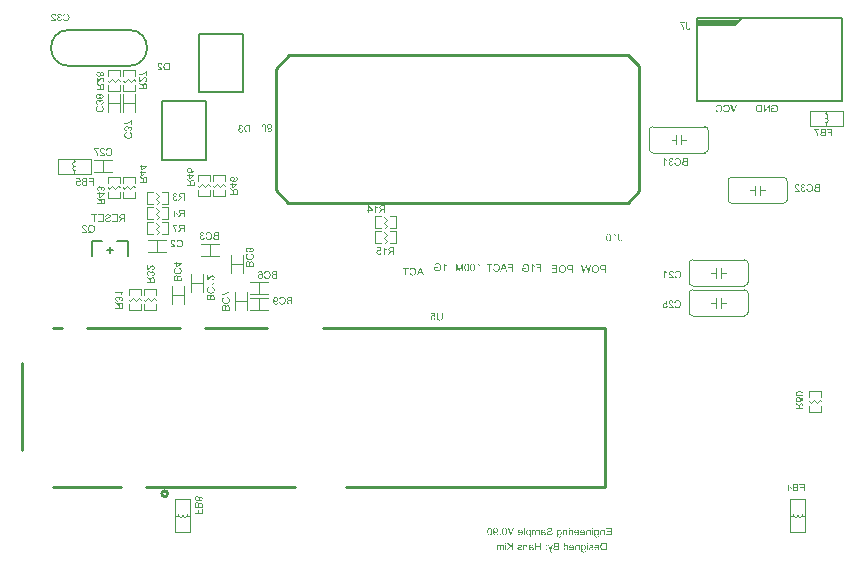
<source format=gbo>
%FSLAX44Y44*%
%MOMM*%
G71*
G01*
G75*
G04 Layer_Color=32896*
%ADD10R,0.6000X0.5000*%
%ADD11R,1.6000X1.2000*%
%ADD12R,0.5000X0.6000*%
%ADD13R,2.6200X3.5100*%
%ADD14O,2.0320X0.6096*%
%ADD15R,2.0320X0.6096*%
%ADD16R,1.2000X1.2500*%
%ADD17R,2.4000X1.2500*%
G04:AMPARAMS|DCode=18|XSize=1.5mm|YSize=1.4mm|CornerRadius=0mm|HoleSize=0mm|Usage=FLASHONLY|Rotation=45.000|XOffset=0mm|YOffset=0mm|HoleType=Round|Shape=Rectangle|*
%AMROTATEDRECTD18*
4,1,4,-0.0354,-1.0253,-1.0253,-0.0354,0.0354,1.0253,1.0253,0.0354,-0.0354,-1.0253,0.0*
%
%ADD18ROTATEDRECTD18*%

%ADD19R,1.2000X1.2000*%
%ADD20R,2.4000X0.8000*%
%ADD21R,5.0000X5.3000*%
%ADD22R,0.2000X0.8000*%
%ADD23R,0.1990X0.8000*%
%ADD24R,0.8000X0.2000*%
%ADD25R,0.8000X0.1990*%
%ADD26R,3.7000X3.7000*%
%ADD27R,0.8128X0.8128*%
%ADD28C,1.0000*%
%ADD29R,1.2954X1.6002*%
%ADD30R,0.7600X1.5600*%
%ADD31R,1.0668X0.8128*%
%ADD32R,1.2000X1.6000*%
G04:AMPARAMS|DCode=33|XSize=1.5mm|YSize=1.4mm|CornerRadius=0mm|HoleSize=0mm|Usage=FLASHONLY|Rotation=135.000|XOffset=0mm|YOffset=0mm|HoleType=Round|Shape=Rectangle|*
%AMROTATEDRECTD33*
4,1,4,1.0253,-0.0354,0.0354,-1.0253,-1.0253,0.0354,-0.0354,1.0253,1.0253,-0.0354,0.0*
%
%ADD33ROTATEDRECTD33*%

%ADD34R,1.1000X0.5000*%
%ADD35R,0.8890X1.0160*%
%ADD36R,1.3970X1.3970*%
%ADD37R,1.2000X1.4000*%
%ADD38R,1.2500X1.2000*%
%ADD39R,1.2500X2.4000*%
%ADD40R,0.8000X2.4000*%
%ADD41R,5.3000X5.0000*%
G04:AMPARAMS|DCode=42|XSize=2.4mm|YSize=2.8mm|CornerRadius=0mm|HoleSize=0mm|Usage=FLASHONLY|Rotation=135.000|XOffset=0mm|YOffset=0mm|HoleType=Round|Shape=Rectangle|*
%AMROTATEDRECTD42*
4,1,4,1.8385,0.1414,-0.1414,-1.8385,-1.8385,-0.1414,0.1414,1.8385,1.8385,0.1414,0.0*
%
%ADD42ROTATEDRECTD42*%

%ADD43C,0.2540*%
%ADD44C,0.1780*%
%ADD45C,0.6000*%
%ADD46C,4.1200*%
%ADD47C,0.4000*%
%ADD48C,0.3000*%
%ADD49C,0.2000*%
%ADD50C,0.2543*%
%ADD51C,1.0000*%
%ADD52C,0.1270*%
%ADD53C,0.8000*%
%ADD54C,0.1800*%
%ADD55C,1.2540*%
%ADD56C,2.8000*%
%ADD57C,4.5000*%
%ADD58C,1.8000*%
%ADD59R,1.8000X1.8000*%
G04:AMPARAMS|DCode=60|XSize=4mm|YSize=4mm|CornerRadius=2mm|HoleSize=0mm|Usage=FLASHONLY|Rotation=0.000|XOffset=0mm|YOffset=0mm|HoleType=Round|Shape=RoundedRectangle|*
%AMROUNDEDRECTD60*
21,1,4.0000,0.0000,0,0,0.0*
21,1,0.0000,4.0000,0,0,0.0*
1,1,4.0000,0.0000,0.0000*
1,1,4.0000,0.0000,0.0000*
1,1,4.0000,0.0000,0.0000*
1,1,4.0000,0.0000,0.0000*
%
%ADD60ROUNDEDRECTD60*%
%ADD61R,1.0000X1.0000*%
%ADD62C,1.3500*%
%ADD63R,1.3500X1.3500*%
%ADD64C,2.5400*%
%ADD65O,1.0160X1.5240*%
%ADD66R,1.0668X1.5240*%
%ADD67C,0.5000*%
%ADD68R,1.0729X7.6713*%
%ADD69C,2.0000*%
%ADD70R,8.9783X5.0800*%
%ADD71R,0.8128X0.8128*%
%ADD72R,0.8128X1.0668*%
%ADD73C,3.0000*%
%ADD74C,1.6000*%
%ADD75R,9.1983X4.5380*%
%ADD76C,0.1200*%
%ADD77C,0.1999*%
%ADD78C,0.1250*%
%ADD79C,0.1524*%
%ADD80C,0.2032*%
%ADD81R,0.8032X0.7032*%
%ADD82R,1.8032X1.4032*%
%ADD83R,0.7032X0.8032*%
%ADD84R,2.8232X3.7132*%
%ADD85O,2.2352X0.8128*%
%ADD86R,2.2352X0.8128*%
%ADD87R,1.4032X1.4532*%
%ADD88R,2.6032X1.4532*%
G04:AMPARAMS|DCode=89|XSize=1.7032mm|YSize=1.6032mm|CornerRadius=0mm|HoleSize=0mm|Usage=FLASHONLY|Rotation=45.000|XOffset=0mm|YOffset=0mm|HoleType=Round|Shape=Rectangle|*
%AMROTATEDRECTD89*
4,1,4,-0.0354,-1.1690,-1.1690,-0.0354,0.0354,1.1690,1.1690,0.0354,-0.0354,-1.1690,0.0*
%
%ADD89ROTATEDRECTD89*%

%ADD90R,1.4032X1.4032*%
%ADD91R,2.6032X1.0032*%
%ADD92R,5.2032X5.5032*%
%ADD93R,0.3000X0.9000*%
%ADD94R,0.2990X0.9000*%
%ADD95R,0.9000X0.3000*%
%ADD96R,0.9000X0.2990*%
%ADD97R,0.9000X0.2990*%
%ADD98R,0.9000X0.3000*%
%ADD99R,3.8000X3.8000*%
%ADD100R,1.0160X1.0160*%
%ADD101C,1.2032*%
%ADD102R,1.4986X1.8034*%
%ADD103R,0.9632X1.7632*%
%ADD104R,1.2700X1.0160*%
%ADD105R,1.4032X1.8032*%
G04:AMPARAMS|DCode=106|XSize=1.7032mm|YSize=1.6032mm|CornerRadius=0mm|HoleSize=0mm|Usage=FLASHONLY|Rotation=135.000|XOffset=0mm|YOffset=0mm|HoleType=Round|Shape=Rectangle|*
%AMROTATEDRECTD106*
4,1,4,1.1690,-0.0354,0.0354,-1.1690,-1.1690,0.0354,-0.0354,1.1690,1.1690,-0.0354,0.0*
%
%ADD106ROTATEDRECTD106*%

%ADD107R,1.3032X0.7032*%
%ADD108R,1.0922X1.2192*%
%ADD109R,1.6002X1.6002*%
%ADD110R,1.4032X1.6032*%
%ADD111R,1.4532X1.4032*%
%ADD112R,1.4532X2.6032*%
%ADD113R,1.0032X2.6032*%
%ADD114R,5.5032X5.2032*%
G04:AMPARAMS|DCode=115|XSize=2.6032mm|YSize=3.0032mm|CornerRadius=0mm|HoleSize=0mm|Usage=FLASHONLY|Rotation=135.000|XOffset=0mm|YOffset=0mm|HoleType=Round|Shape=Rectangle|*
%AMROTATEDRECTD115*
4,1,4,1.9822,0.1414,-0.1414,-1.9822,-1.9822,-0.1414,0.1414,1.9822,1.9822,0.1414,0.0*
%
%ADD115ROTATEDRECTD115*%

%ADD116C,1.4572*%
%ADD117C,3.0032*%
%ADD118C,4.7032*%
%ADD119C,2.0032*%
%ADD120R,2.0032X2.0032*%
G04:AMPARAMS|DCode=121|XSize=4.2032mm|YSize=4.2032mm|CornerRadius=2.1016mm|HoleSize=0mm|Usage=FLASHONLY|Rotation=0.000|XOffset=0mm|YOffset=0mm|HoleType=Round|Shape=RoundedRectangle|*
%AMROUNDEDRECTD121*
21,1,4.2032,0.0000,0,0,0.0*
21,1,0.0000,4.2032,0,0,0.0*
1,1,4.2032,0.0000,0.0000*
1,1,4.2032,0.0000,0.0000*
1,1,4.2032,0.0000,0.0000*
1,1,4.2032,0.0000,0.0000*
%
%ADD121ROUNDEDRECTD121*%
%ADD122R,1.2032X1.2032*%
%ADD123C,1.5532*%
%ADD124R,1.5532X1.5532*%
%ADD125C,2.6400*%
%ADD126O,1.1160X1.6240*%
%ADD127R,1.1668X1.6240*%
%ADD128C,0.7032*%
%ADD129R,1.0160X1.0160*%
%ADD130R,1.0160X1.2700*%
G36*
X165145Y242682D02*
X164988Y242590D01*
X164840Y242488D01*
X164692Y242368D01*
X164563Y242257D01*
X164452Y242146D01*
X164359Y242063D01*
X164332Y242026D01*
X164304Y241998D01*
X164295Y241989D01*
X164285Y241979D01*
X164128Y241785D01*
X163980Y241591D01*
X163851Y241406D01*
X163749Y241221D01*
X163657Y241064D01*
X163620Y240999D01*
X163592Y240944D01*
X163564Y240898D01*
X163555Y240861D01*
X163536Y240842D01*
Y240833D01*
X162778D01*
X162834Y240972D01*
X162899Y241110D01*
X162963Y241249D01*
X163028Y241378D01*
X163083Y241489D01*
X163130Y241582D01*
X163167Y241637D01*
X163176Y241647D01*
Y241656D01*
X163278Y241822D01*
X163379Y241970D01*
X163472Y242100D01*
X163555Y242201D01*
X163620Y242294D01*
X163675Y242349D01*
X163712Y242395D01*
X163721Y242405D01*
X158720D01*
Y243191D01*
X165145D01*
Y242682D01*
D02*
G37*
G36*
X159478Y246186D02*
X159635Y246297D01*
X159700Y246353D01*
X159764Y246399D01*
X159820Y246445D01*
X159857Y246482D01*
X159885Y246510D01*
X159894Y246519D01*
X159940Y246565D01*
X159986Y246621D01*
X160106Y246750D01*
X160245Y246898D01*
X160384Y247055D01*
X160504Y247203D01*
X160559Y247268D01*
X160615Y247323D01*
X160652Y247370D01*
X160680Y247407D01*
X160698Y247425D01*
X160707Y247434D01*
X160837Y247582D01*
X160957Y247730D01*
X161077Y247860D01*
X161179Y247980D01*
X161281Y248091D01*
X161373Y248183D01*
X161456Y248276D01*
X161530Y248350D01*
X161604Y248424D01*
X161660Y248479D01*
X161706Y248525D01*
X161752Y248571D01*
X161808Y248618D01*
X161826Y248636D01*
X161983Y248766D01*
X162122Y248877D01*
X162261Y248969D01*
X162372Y249043D01*
X162473Y249098D01*
X162547Y249135D01*
X162593Y249154D01*
X162612Y249163D01*
X162751Y249219D01*
X162889Y249256D01*
X163019Y249293D01*
X163130Y249311D01*
X163231Y249320D01*
X163305Y249330D01*
X163370D01*
X163509Y249320D01*
X163638Y249302D01*
X163768Y249283D01*
X163879Y249247D01*
X164100Y249154D01*
X164276Y249062D01*
X164359Y249006D01*
X164424Y248960D01*
X164489Y248914D01*
X164535Y248867D01*
X164572Y248830D01*
X164609Y248812D01*
X164618Y248793D01*
X164627Y248784D01*
X164720Y248682D01*
X164803Y248571D01*
X164868Y248451D01*
X164923Y248331D01*
X165016Y248091D01*
X165081Y247850D01*
X165099Y247749D01*
X165117Y247647D01*
X165127Y247554D01*
X165136Y247481D01*
X165145Y247416D01*
Y247360D01*
Y247333D01*
Y247323D01*
X165136Y247157D01*
X165127Y247000D01*
X165099Y246852D01*
X165071Y246713D01*
X165034Y246584D01*
X164997Y246464D01*
X164951Y246353D01*
X164905Y246251D01*
X164859Y246158D01*
X164812Y246084D01*
X164775Y246020D01*
X164738Y245964D01*
X164711Y245918D01*
X164683Y245890D01*
X164674Y245872D01*
X164664Y245863D01*
X164572Y245770D01*
X164470Y245687D01*
X164359Y245604D01*
X164248Y245539D01*
X164027Y245428D01*
X163805Y245354D01*
X163703Y245326D01*
X163601Y245299D01*
X163518Y245280D01*
X163444Y245262D01*
X163379Y245252D01*
X163333D01*
X163305Y245243D01*
X163296D01*
X163213Y246047D01*
X163426Y246066D01*
X163610Y246103D01*
X163777Y246158D01*
X163906Y246223D01*
X164017Y246279D01*
X164091Y246334D01*
X164137Y246371D01*
X164156Y246390D01*
X164267Y246528D01*
X164350Y246676D01*
X164415Y246833D01*
X164452Y246972D01*
X164480Y247101D01*
X164489Y247212D01*
X164498Y247249D01*
Y247277D01*
Y247296D01*
Y247305D01*
X164489Y247499D01*
X164452Y247675D01*
X164396Y247823D01*
X164341Y247952D01*
X164276Y248054D01*
X164230Y248118D01*
X164193Y248165D01*
X164174Y248183D01*
X164045Y248294D01*
X163916Y248377D01*
X163786Y248442D01*
X163657Y248479D01*
X163555Y248507D01*
X163463Y248516D01*
X163407Y248525D01*
X163389D01*
X163222Y248507D01*
X163046Y248470D01*
X162889Y248405D01*
X162741Y248340D01*
X162621Y248266D01*
X162519Y248202D01*
X162482Y248183D01*
X162455Y248165D01*
X162446Y248146D01*
X162436D01*
X162334Y248072D01*
X162233Y247980D01*
X162122Y247878D01*
X162011Y247767D01*
X161789Y247536D01*
X161567Y247305D01*
X161465Y247185D01*
X161373Y247083D01*
X161290Y246981D01*
X161216Y246898D01*
X161160Y246833D01*
X161114Y246778D01*
X161086Y246741D01*
X161077Y246732D01*
X160883Y246500D01*
X160698Y246288D01*
X160532Y246112D01*
X160393Y245973D01*
X160273Y245853D01*
X160190Y245770D01*
X160134Y245724D01*
X160125Y245705D01*
X160116D01*
X159958Y245576D01*
X159810Y245474D01*
X159663Y245382D01*
X159533Y245308D01*
X159422Y245252D01*
X159339Y245215D01*
X159284Y245197D01*
X159274Y245188D01*
X159265D01*
X159163Y245151D01*
X159071Y245132D01*
X158978Y245114D01*
X158895Y245104D01*
X158821Y245095D01*
X158720D01*
Y249339D01*
X159478D01*
Y246186D01*
D02*
G37*
G36*
X231140Y224630D02*
X228699D01*
X228477Y224639D01*
X228283Y224648D01*
X228107Y224667D01*
X227959Y224685D01*
X227839Y224704D01*
X227747Y224713D01*
X227691Y224732D01*
X227673D01*
X227516Y224778D01*
X227386Y224824D01*
X227266Y224880D01*
X227164Y224935D01*
X227081Y224972D01*
X227017Y225009D01*
X226980Y225037D01*
X226970Y225046D01*
X226868Y225129D01*
X226776Y225231D01*
X226702Y225333D01*
X226628Y225425D01*
X226573Y225518D01*
X226536Y225582D01*
X226508Y225629D01*
X226499Y225647D01*
X226434Y225795D01*
X226388Y225943D01*
X226351Y226082D01*
X226332Y226211D01*
X226314Y226322D01*
X226305Y226414D01*
Y226470D01*
Y226479D01*
Y226488D01*
X226314Y226692D01*
X226351Y226877D01*
X226406Y227034D01*
X226462Y227182D01*
X226517Y227293D01*
X226573Y227376D01*
X226610Y227431D01*
X226619Y227450D01*
X226748Y227598D01*
X226887Y227718D01*
X227044Y227820D01*
X227183Y227903D01*
X227312Y227968D01*
X227423Y228005D01*
X227460Y228023D01*
X227488Y228032D01*
X227507Y228042D01*
X227516D01*
X227358Y228134D01*
X227220Y228227D01*
X227109Y228328D01*
X227017Y228421D01*
X226943Y228495D01*
X226887Y228569D01*
X226859Y228606D01*
X226850Y228624D01*
X226776Y228763D01*
X226721Y228892D01*
X226674Y229022D01*
X226647Y229142D01*
X226628Y229244D01*
X226619Y229327D01*
Y229373D01*
Y229391D01*
X226628Y229549D01*
X226656Y229706D01*
X226702Y229844D01*
X226748Y229974D01*
X226795Y230085D01*
X226841Y230159D01*
X226868Y230214D01*
X226878Y230233D01*
X226980Y230371D01*
X227090Y230501D01*
X227211Y230603D01*
X227322Y230686D01*
X227414Y230751D01*
X227497Y230797D01*
X227553Y230825D01*
X227562Y230834D01*
X227571D01*
X227747Y230898D01*
X227941Y230945D01*
X228135Y230982D01*
X228320Y231000D01*
X228486Y231019D01*
X228561D01*
X228625Y231028D01*
X231140D01*
Y224630D01*
D02*
G37*
G36*
X160957Y238660D02*
X160809Y238623D01*
X160670Y238577D01*
X160541Y238531D01*
X160421Y238485D01*
X160310Y238429D01*
X160217Y238374D01*
X160125Y238309D01*
X160042Y238253D01*
X159968Y238207D01*
X159912Y238152D01*
X159857Y238106D01*
X159810Y238069D01*
X159783Y238032D01*
X159755Y238004D01*
X159746Y237995D01*
X159736Y237985D01*
X159663Y237893D01*
X159607Y237791D01*
X159505Y237588D01*
X159431Y237394D01*
X159385Y237199D01*
X159348Y237033D01*
X159339Y236968D01*
Y236904D01*
X159330Y236848D01*
Y236811D01*
Y236793D01*
Y236783D01*
X159339Y236571D01*
X159376Y236367D01*
X159422Y236182D01*
X159478Y236016D01*
X159533Y235887D01*
X159561Y235831D01*
X159579Y235785D01*
X159598Y235748D01*
X159616Y235720D01*
X159626Y235702D01*
Y235692D01*
X159755Y235517D01*
X159894Y235369D01*
X160051Y235239D01*
X160199Y235138D01*
X160328Y235054D01*
X160439Y234999D01*
X160485Y234981D01*
X160513Y234962D01*
X160532Y234953D01*
X160541D01*
X160781Y234879D01*
X161022Y234823D01*
X161262Y234777D01*
X161484Y234749D01*
X161586Y234740D01*
X161678Y234731D01*
X161761D01*
X161826Y234722D01*
X161965D01*
X162205Y234731D01*
X162427Y234749D01*
X162630Y234786D01*
X162815Y234823D01*
X162973Y234851D01*
X163037Y234870D01*
X163093Y234888D01*
X163139Y234897D01*
X163167Y234907D01*
X163185Y234916D01*
X163194D01*
X163407Y235008D01*
X163601Y235110D01*
X163758Y235221D01*
X163897Y235341D01*
X164008Y235443D01*
X164082Y235526D01*
X164128Y235591D01*
X164147Y235600D01*
Y235609D01*
X164267Y235803D01*
X164359Y236016D01*
X164424Y236219D01*
X164461Y236414D01*
X164489Y236589D01*
X164498Y236663D01*
Y236728D01*
X164507Y236774D01*
Y236811D01*
Y236839D01*
Y236848D01*
X164498Y237079D01*
X164461Y237292D01*
X164406Y237468D01*
X164350Y237625D01*
X164285Y237745D01*
X164239Y237837D01*
X164202Y237893D01*
X164184Y237911D01*
X164045Y238059D01*
X163888Y238198D01*
X163721Y238309D01*
X163555Y238401D01*
X163407Y238475D01*
X163333Y238503D01*
X163278Y238522D01*
X163231Y238540D01*
X163194Y238559D01*
X163176Y238568D01*
X163167D01*
X163361Y239400D01*
X163527Y239344D01*
X163675Y239289D01*
X163814Y239215D01*
X163953Y239150D01*
X164073Y239076D01*
X164184Y238993D01*
X164295Y238919D01*
X164387Y238845D01*
X164461Y238771D01*
X164535Y238706D01*
X164600Y238642D01*
X164646Y238596D01*
X164692Y238549D01*
X164720Y238512D01*
X164729Y238494D01*
X164738Y238485D01*
X164822Y238355D01*
X164905Y238226D01*
X164970Y238096D01*
X165025Y237958D01*
X165108Y237680D01*
X165164Y237431D01*
X165191Y237310D01*
X165201Y237209D01*
X165210Y237107D01*
X165219Y237024D01*
X165228Y236959D01*
Y236913D01*
Y236876D01*
Y236867D01*
X165210Y236562D01*
X165164Y236266D01*
X165108Y236007D01*
X165071Y235887D01*
X165034Y235776D01*
X164997Y235674D01*
X164960Y235581D01*
X164933Y235508D01*
X164905Y235434D01*
X164877Y235387D01*
X164859Y235350D01*
X164849Y235323D01*
X164840Y235313D01*
X164683Y235064D01*
X164498Y234851D01*
X164313Y234666D01*
X164128Y234509D01*
X163962Y234389D01*
X163888Y234343D01*
X163823Y234306D01*
X163777Y234269D01*
X163740Y234250D01*
X163712Y234241D01*
X163703Y234232D01*
X163416Y234102D01*
X163120Y234010D01*
X162825Y233945D01*
X162556Y233899D01*
X162436Y233880D01*
X162316Y233871D01*
X162224Y233862D01*
X162131D01*
X162066Y233853D01*
X161965D01*
X161632Y233871D01*
X161308Y233908D01*
X161022Y233954D01*
X160883Y233991D01*
X160763Y234019D01*
X160652Y234047D01*
X160550Y234084D01*
X160458Y234111D01*
X160384Y234130D01*
X160328Y234158D01*
X160282Y234167D01*
X160254Y234185D01*
X160245D01*
X159968Y234324D01*
X159718Y234481D01*
X159505Y234648D01*
X159422Y234731D01*
X159339Y234805D01*
X159265Y234879D01*
X159200Y234953D01*
X159145Y235018D01*
X159108Y235073D01*
X159071Y235110D01*
X159043Y235147D01*
X159034Y235165D01*
X159025Y235175D01*
X158951Y235304D01*
X158886Y235434D01*
X158784Y235711D01*
X158710Y235988D01*
X158664Y236256D01*
X158646Y236386D01*
X158627Y236497D01*
X158618Y236598D01*
Y236682D01*
X158609Y236756D01*
Y236811D01*
Y236848D01*
Y236857D01*
X158618Y237042D01*
X158636Y237218D01*
X158655Y237384D01*
X158692Y237542D01*
X158738Y237689D01*
X158784Y237828D01*
X158830Y237958D01*
X158886Y238078D01*
X158932Y238179D01*
X158978Y238281D01*
X159025Y238355D01*
X159071Y238429D01*
X159108Y238475D01*
X159126Y238522D01*
X159145Y238540D01*
X159154Y238549D01*
X159265Y238679D01*
X159376Y238790D01*
X159505Y238891D01*
X159635Y238993D01*
X159894Y239160D01*
X160153Y239289D01*
X160273Y239344D01*
X160384Y239391D01*
X160485Y239428D01*
X160569Y239455D01*
X160643Y239483D01*
X160698Y239502D01*
X160735Y239511D01*
X160744D01*
X160957Y238660D01*
D02*
G37*
G36*
X135721Y279540D02*
X136017Y279494D01*
X136276Y279439D01*
X136396Y279402D01*
X136507Y279365D01*
X136609Y279328D01*
X136701Y279291D01*
X136775Y279263D01*
X136849Y279235D01*
X136895Y279208D01*
X136932Y279189D01*
X136960Y279180D01*
X136969Y279171D01*
X137219Y279013D01*
X137431Y278829D01*
X137616Y278644D01*
X137774Y278459D01*
X137894Y278292D01*
X137940Y278218D01*
X137977Y278154D01*
X138014Y278107D01*
X138032Y278070D01*
X138042Y278043D01*
X138051Y278033D01*
X138180Y277747D01*
X138273Y277451D01*
X138337Y277155D01*
X138384Y276887D01*
X138402Y276767D01*
X138412Y276646D01*
X138421Y276554D01*
Y276462D01*
X138430Y276397D01*
Y276341D01*
Y276304D01*
Y276295D01*
X138412Y275962D01*
X138375Y275639D01*
X138328Y275352D01*
X138291Y275214D01*
X138264Y275093D01*
X138236Y274982D01*
X138199Y274881D01*
X138171Y274788D01*
X138153Y274714D01*
X138125Y274659D01*
X138116Y274613D01*
X138097Y274585D01*
Y274576D01*
X137958Y274298D01*
X137801Y274049D01*
X137635Y273836D01*
X137552Y273753D01*
X137478Y273669D01*
X137404Y273596D01*
X137330Y273531D01*
X137265Y273475D01*
X137210Y273438D01*
X137173Y273401D01*
X137136Y273374D01*
X137117Y273364D01*
X137108Y273355D01*
X136978Y273281D01*
X136849Y273216D01*
X136572Y273115D01*
X136294Y273041D01*
X136026Y272994D01*
X135897Y272976D01*
X135786Y272957D01*
X135684Y272948D01*
X135601D01*
X135527Y272939D01*
X135425D01*
X135240Y272948D01*
X135065Y272967D01*
X134898Y272985D01*
X134741Y273022D01*
X134593Y273069D01*
X134454Y273115D01*
X134325Y273161D01*
X134205Y273216D01*
X134103Y273263D01*
X134001Y273309D01*
X133927Y273355D01*
X133853Y273401D01*
X133807Y273438D01*
X133761Y273457D01*
X133743Y273475D01*
X133733Y273484D01*
X133604Y273596D01*
X133493Y273706D01*
X133391Y273836D01*
X133289Y273965D01*
X133123Y274224D01*
X132994Y274483D01*
X132938Y274603D01*
X132892Y274714D01*
X132855Y274816D01*
X132827Y274899D01*
X132799Y274973D01*
X132781Y275029D01*
X132772Y275065D01*
Y275075D01*
X133622Y275287D01*
X133659Y275140D01*
X133706Y275001D01*
X133752Y274871D01*
X133798Y274751D01*
X133853Y274640D01*
X133909Y274548D01*
X133974Y274455D01*
X134029Y274372D01*
X134075Y274298D01*
X134131Y274243D01*
X134177Y274187D01*
X134214Y274141D01*
X134251Y274113D01*
X134279Y274086D01*
X134288Y274076D01*
X134297Y274067D01*
X134390Y273993D01*
X134491Y273938D01*
X134695Y273836D01*
X134889Y273762D01*
X135083Y273716D01*
X135250Y273679D01*
X135314Y273669D01*
X135379D01*
X135434Y273660D01*
X135499D01*
X135712Y273669D01*
X135915Y273706D01*
X136100Y273753D01*
X136266Y273808D01*
X136396Y273864D01*
X136451Y273891D01*
X136498Y273910D01*
X136535Y273928D01*
X136562Y273947D01*
X136581Y273956D01*
X136590D01*
X136766Y274086D01*
X136914Y274224D01*
X137043Y274381D01*
X137145Y274529D01*
X137228Y274659D01*
X137283Y274770D01*
X137302Y274816D01*
X137320Y274844D01*
X137330Y274862D01*
Y274871D01*
X137404Y275112D01*
X137459Y275352D01*
X137505Y275592D01*
X137533Y275814D01*
X137542Y275916D01*
X137552Y276009D01*
Y276092D01*
X137561Y276157D01*
Y276212D01*
Y276258D01*
Y276286D01*
Y276295D01*
X137552Y276536D01*
X137533Y276758D01*
X137496Y276961D01*
X137459Y277146D01*
X137431Y277303D01*
X137413Y277368D01*
X137395Y277423D01*
X137385Y277469D01*
X137376Y277497D01*
X137367Y277516D01*
Y277525D01*
X137274Y277738D01*
X137173Y277932D01*
X137062Y278089D01*
X136941Y278228D01*
X136840Y278339D01*
X136756Y278412D01*
X136692Y278459D01*
X136683Y278477D01*
X136673D01*
X136479Y278597D01*
X136266Y278690D01*
X136063Y278755D01*
X135869Y278792D01*
X135693Y278819D01*
X135619Y278829D01*
X135555D01*
X135508Y278838D01*
X135434D01*
X135203Y278829D01*
X134991Y278792D01*
X134815Y278736D01*
X134658Y278681D01*
X134538Y278616D01*
X134445Y278570D01*
X134390Y278533D01*
X134371Y278514D01*
X134223Y278375D01*
X134085Y278218D01*
X133974Y278052D01*
X133881Y277885D01*
X133807Y277738D01*
X133779Y277664D01*
X133761Y277608D01*
X133743Y277562D01*
X133724Y277525D01*
X133715Y277506D01*
Y277497D01*
X132883Y277691D01*
X132938Y277858D01*
X132994Y278006D01*
X133068Y278144D01*
X133132Y278283D01*
X133206Y278403D01*
X133289Y278514D01*
X133363Y278625D01*
X133437Y278718D01*
X133511Y278792D01*
X133576Y278866D01*
X133641Y278930D01*
X133687Y278976D01*
X133733Y279023D01*
X133770Y279050D01*
X133789Y279060D01*
X133798Y279069D01*
X133927Y279152D01*
X134057Y279235D01*
X134186Y279300D01*
X134325Y279356D01*
X134602Y279439D01*
X134852Y279494D01*
X134972Y279522D01*
X135074Y279531D01*
X135176Y279540D01*
X135259Y279550D01*
X135323Y279559D01*
X135416D01*
X135721Y279540D01*
D02*
G37*
G36*
X130100Y279466D02*
X130257Y279457D01*
X130405Y279429D01*
X130543Y279402D01*
X130673Y279365D01*
X130793Y279328D01*
X130904Y279282D01*
X131006Y279235D01*
X131098Y279189D01*
X131172Y279143D01*
X131237Y279106D01*
X131292Y279069D01*
X131339Y279041D01*
X131366Y279013D01*
X131385Y279004D01*
X131394Y278995D01*
X131487Y278902D01*
X131570Y278801D01*
X131653Y278690D01*
X131718Y278579D01*
X131829Y278357D01*
X131903Y278135D01*
X131930Y278033D01*
X131958Y277932D01*
X131977Y277848D01*
X131995Y277775D01*
X132004Y277710D01*
Y277664D01*
X132014Y277636D01*
Y277627D01*
X131209Y277543D01*
X131191Y277756D01*
X131154Y277941D01*
X131098Y278107D01*
X131033Y278237D01*
X130978Y278348D01*
X130923Y278422D01*
X130886Y278468D01*
X130867Y278486D01*
X130728Y278597D01*
X130581Y278681D01*
X130423Y278745D01*
X130285Y278782D01*
X130155Y278810D01*
X130044Y278819D01*
X130007Y278829D01*
X129952D01*
X129758Y278819D01*
X129582Y278782D01*
X129434Y278727D01*
X129305Y278671D01*
X129203Y278607D01*
X129138Y278560D01*
X129092Y278523D01*
X129073Y278505D01*
X128962Y278375D01*
X128879Y278246D01*
X128815Y278117D01*
X128778Y277987D01*
X128750Y277885D01*
X128741Y277793D01*
X128731Y277738D01*
Y277728D01*
Y277719D01*
X128750Y277553D01*
X128787Y277377D01*
X128852Y277220D01*
X128916Y277072D01*
X128990Y276952D01*
X129055Y276850D01*
X129073Y276813D01*
X129092Y276785D01*
X129110Y276776D01*
Y276767D01*
X129184Y276665D01*
X129277Y276563D01*
X129379Y276452D01*
X129489Y276341D01*
X129721Y276119D01*
X129952Y275898D01*
X130072Y275796D01*
X130174Y275704D01*
X130275Y275620D01*
X130359Y275546D01*
X130423Y275491D01*
X130479Y275445D01*
X130516Y275417D01*
X130525Y275408D01*
X130756Y275214D01*
X130969Y275029D01*
X131145Y274862D01*
X131283Y274723D01*
X131403Y274603D01*
X131487Y274520D01*
X131533Y274465D01*
X131551Y274455D01*
Y274446D01*
X131681Y274289D01*
X131782Y274141D01*
X131875Y273993D01*
X131949Y273864D01*
X132004Y273753D01*
X132041Y273669D01*
X132060Y273614D01*
X132069Y273605D01*
Y273596D01*
X132106Y273494D01*
X132125Y273401D01*
X132143Y273309D01*
X132152Y273226D01*
X132162Y273152D01*
Y273096D01*
Y273059D01*
Y273050D01*
X127918D01*
Y273808D01*
X131070D01*
X130960Y273965D01*
X130904Y274030D01*
X130858Y274095D01*
X130812Y274150D01*
X130775Y274187D01*
X130747Y274215D01*
X130738Y274224D01*
X130691Y274270D01*
X130636Y274317D01*
X130506Y274437D01*
X130359Y274576D01*
X130201Y274714D01*
X130054Y274834D01*
X129989Y274890D01*
X129933Y274945D01*
X129887Y274982D01*
X129850Y275010D01*
X129832Y275029D01*
X129822Y275038D01*
X129674Y275167D01*
X129527Y275287D01*
X129397Y275408D01*
X129277Y275509D01*
X129166Y275611D01*
X129073Y275704D01*
X128981Y275787D01*
X128907Y275861D01*
X128833Y275935D01*
X128778Y275990D01*
X128731Y276036D01*
X128685Y276083D01*
X128639Y276138D01*
X128620Y276157D01*
X128491Y276314D01*
X128380Y276452D01*
X128288Y276591D01*
X128214Y276702D01*
X128158Y276804D01*
X128121Y276878D01*
X128103Y276924D01*
X128093Y276942D01*
X128038Y277081D01*
X128001Y277220D01*
X127964Y277349D01*
X127945Y277460D01*
X127936Y277562D01*
X127927Y277636D01*
Y277682D01*
Y277701D01*
X127936Y277839D01*
X127955Y277969D01*
X127973Y278098D01*
X128010Y278209D01*
X128103Y278431D01*
X128195Y278607D01*
X128251Y278690D01*
X128297Y278755D01*
X128343Y278819D01*
X128389Y278866D01*
X128426Y278902D01*
X128445Y278939D01*
X128463Y278949D01*
X128472Y278958D01*
X128574Y279050D01*
X128685Y279134D01*
X128805Y279198D01*
X128926Y279254D01*
X129166Y279346D01*
X129406Y279411D01*
X129508Y279429D01*
X129610Y279448D01*
X129702Y279457D01*
X129776Y279466D01*
X129841Y279476D01*
X129933D01*
X130100Y279466D01*
D02*
G37*
G36*
X160781Y232928D02*
X160966Y232891D01*
X161123Y232836D01*
X161271Y232780D01*
X161382Y232725D01*
X161465Y232669D01*
X161521Y232632D01*
X161539Y232623D01*
X161687Y232493D01*
X161808Y232355D01*
X161909Y232198D01*
X161992Y232059D01*
X162057Y231929D01*
X162094Y231819D01*
X162113Y231782D01*
X162122Y231754D01*
X162131Y231735D01*
Y231726D01*
X162224Y231883D01*
X162316Y232022D01*
X162418Y232133D01*
X162510Y232225D01*
X162584Y232299D01*
X162658Y232355D01*
X162695Y232383D01*
X162714Y232392D01*
X162852Y232466D01*
X162982Y232521D01*
X163111Y232567D01*
X163231Y232595D01*
X163333Y232614D01*
X163416Y232623D01*
X163481D01*
X163638Y232614D01*
X163795Y232586D01*
X163934Y232540D01*
X164063Y232493D01*
X164174Y232447D01*
X164248Y232401D01*
X164304Y232373D01*
X164322Y232364D01*
X164461Y232262D01*
X164590Y232151D01*
X164692Y232031D01*
X164775Y231920D01*
X164840Y231828D01*
X164886Y231744D01*
X164914Y231689D01*
X164923Y231680D01*
Y231671D01*
X164988Y231495D01*
X165034Y231301D01*
X165071Y231107D01*
X165090Y230922D01*
X165108Y230755D01*
Y230681D01*
X165117Y230617D01*
Y230570D01*
Y230533D01*
Y230506D01*
Y230496D01*
Y228102D01*
X158720D01*
Y230543D01*
X158729Y230765D01*
X158738Y230959D01*
X158757Y231134D01*
X158775Y231282D01*
X158793Y231402D01*
X158803Y231495D01*
X158821Y231550D01*
Y231569D01*
X158867Y231726D01*
X158914Y231856D01*
X158969Y231976D01*
X159025Y232077D01*
X159062Y232161D01*
X159099Y232225D01*
X159126Y232262D01*
X159136Y232271D01*
X159219Y232373D01*
X159320Y232466D01*
X159422Y232540D01*
X159515Y232614D01*
X159607Y232669D01*
X159672Y232706D01*
X159718Y232734D01*
X159736Y232743D01*
X159885Y232808D01*
X160032Y232854D01*
X160171Y232891D01*
X160301Y232910D01*
X160411Y232928D01*
X160504Y232937D01*
X160578D01*
X160781Y232928D01*
D02*
G37*
G36*
X193804Y272868D02*
X193998Y272831D01*
X194174Y272775D01*
X194322Y272720D01*
X194442Y272664D01*
X194534Y272609D01*
X194590Y272572D01*
X194599Y272563D01*
X194608D01*
X194756Y272433D01*
X194886Y272295D01*
X194988Y272147D01*
X195080Y272008D01*
X195145Y271879D01*
X195191Y271768D01*
X195209Y271730D01*
X195219Y271703D01*
X195228Y271684D01*
Y271675D01*
X195302Y271842D01*
X195385Y271980D01*
X195468Y272100D01*
X195551Y272202D01*
X195625Y272276D01*
X195681Y272332D01*
X195718Y272369D01*
X195736Y272378D01*
X195866Y272461D01*
X195995Y272516D01*
X196125Y272563D01*
X196254Y272590D01*
X196356Y272609D01*
X196439Y272618D01*
X196513D01*
X196642Y272609D01*
X196763Y272600D01*
X196994Y272535D01*
X197197Y272452D01*
X197373Y272359D01*
X197512Y272267D01*
X197567Y272220D01*
X197623Y272184D01*
X197659Y272147D01*
X197687Y272119D01*
X197696Y272110D01*
X197706Y272100D01*
X197789Y271999D01*
X197872Y271897D01*
X197937Y271786D01*
X197992Y271675D01*
X198076Y271453D01*
X198131Y271231D01*
X198159Y271139D01*
X198168Y271046D01*
X198177Y270963D01*
X198186Y270889D01*
X198196Y270834D01*
Y270788D01*
Y270760D01*
Y270751D01*
X198186Y270603D01*
X198177Y270455D01*
X198122Y270196D01*
X198085Y270076D01*
X198048Y269965D01*
X198001Y269863D01*
X197955Y269771D01*
X197909Y269697D01*
X197863Y269622D01*
X197826Y269558D01*
X197789Y269512D01*
X197761Y269475D01*
X197733Y269447D01*
X197724Y269428D01*
X197715Y269419D01*
X197623Y269336D01*
X197530Y269253D01*
X197428Y269188D01*
X197327Y269132D01*
X197132Y269040D01*
X196947Y268985D01*
X196790Y268948D01*
X196716Y268938D01*
X196661Y268929D01*
X196605Y268920D01*
X196541D01*
X196374Y268929D01*
X196217Y268957D01*
X196078Y268994D01*
X195958Y269040D01*
X195866Y269077D01*
X195792Y269114D01*
X195755Y269142D01*
X195736Y269151D01*
X195625Y269253D01*
X195524Y269364D01*
X195431Y269484D01*
X195357Y269604D01*
X195302Y269715D01*
X195265Y269798D01*
X195246Y269835D01*
X195237Y269863D01*
X195228Y269872D01*
Y269881D01*
X195163Y269669D01*
X195080Y269493D01*
X194978Y269336D01*
X194886Y269207D01*
X194793Y269105D01*
X194719Y269031D01*
X194673Y268994D01*
X194664Y268975D01*
X194655D01*
X194488Y268874D01*
X194312Y268790D01*
X194146Y268735D01*
X193980Y268698D01*
X193832Y268680D01*
X193767Y268670D01*
X193712D01*
X193675Y268661D01*
X193610D01*
X193462Y268670D01*
X193314Y268689D01*
X193175Y268717D01*
X193037Y268753D01*
X192806Y268846D01*
X192695Y268892D01*
X192602Y268948D01*
X192510Y269003D01*
X192436Y269049D01*
X192371Y269105D01*
X192316Y269142D01*
X192269Y269179D01*
X192241Y269207D01*
X192223Y269225D01*
X192214Y269234D01*
X192112Y269345D01*
X192029Y269465D01*
X191955Y269595D01*
X191890Y269724D01*
X191844Y269844D01*
X191798Y269974D01*
X191733Y270224D01*
X191705Y270334D01*
X191687Y270436D01*
X191677Y270529D01*
X191668Y270612D01*
X191659Y270676D01*
Y270723D01*
Y270760D01*
Y270769D01*
X191668Y270945D01*
X191687Y271102D01*
X191714Y271259D01*
X191742Y271407D01*
X191789Y271536D01*
X191835Y271666D01*
X191881Y271786D01*
X191936Y271888D01*
X191992Y271980D01*
X192038Y272063D01*
X192084Y272128D01*
X192131Y272193D01*
X192158Y272239D01*
X192186Y272267D01*
X192204Y272285D01*
X192214Y272295D01*
X192325Y272396D01*
X192436Y272489D01*
X192547Y272563D01*
X192667Y272627D01*
X192778Y272692D01*
X192898Y272738D01*
X193111Y272803D01*
X193212Y272831D01*
X193305Y272849D01*
X193388Y272859D01*
X193453Y272868D01*
X193508Y272877D01*
X193591D01*
X193804Y272868D01*
D02*
G37*
G36*
X173512Y224306D02*
X173697Y224269D01*
X173854Y224213D01*
X174002Y224158D01*
X174113Y224102D01*
X174196Y224047D01*
X174251Y224010D01*
X174270Y224001D01*
X174418Y223871D01*
X174538Y223732D01*
X174640Y223575D01*
X174723Y223437D01*
X174788Y223307D01*
X174825Y223196D01*
X174843Y223159D01*
X174852Y223132D01*
X174862Y223113D01*
Y223104D01*
X174954Y223261D01*
X175047Y223400D01*
X175148Y223511D01*
X175241Y223603D01*
X175315Y223677D01*
X175389Y223732D01*
X175426Y223760D01*
X175444Y223769D01*
X175583Y223843D01*
X175712Y223899D01*
X175842Y223945D01*
X175962Y223973D01*
X176064Y223991D01*
X176147Y224001D01*
X176211D01*
X176369Y223991D01*
X176526Y223964D01*
X176665Y223917D01*
X176794Y223871D01*
X176905Y223825D01*
X176979Y223779D01*
X177034Y223751D01*
X177053Y223742D01*
X177192Y223640D01*
X177321Y223529D01*
X177423Y223409D01*
X177506Y223298D01*
X177571Y223205D01*
X177617Y223122D01*
X177645Y223067D01*
X177654Y223057D01*
Y223048D01*
X177719Y222873D01*
X177765Y222678D01*
X177802Y222484D01*
X177820Y222299D01*
X177839Y222133D01*
Y222059D01*
X177848Y221994D01*
Y221948D01*
Y221911D01*
Y221883D01*
Y221874D01*
Y219480D01*
X171450D01*
Y221920D01*
X171459Y222142D01*
X171469Y222336D01*
X171487Y222512D01*
X171506Y222660D01*
X171524Y222780D01*
X171533Y222873D01*
X171552Y222928D01*
Y222947D01*
X171598Y223104D01*
X171644Y223233D01*
X171700Y223353D01*
X171755Y223455D01*
X171792Y223538D01*
X171829Y223603D01*
X171857Y223640D01*
X171866Y223649D01*
X171949Y223751D01*
X172051Y223843D01*
X172153Y223917D01*
X172245Y223991D01*
X172338Y224047D01*
X172402Y224084D01*
X172449Y224111D01*
X172467Y224121D01*
X172615Y224186D01*
X172763Y224232D01*
X172902Y224269D01*
X173031Y224287D01*
X173142Y224306D01*
X173234Y224315D01*
X173308D01*
X173512Y224306D01*
D02*
G37*
G36*
X173687Y230038D02*
X173540Y230001D01*
X173401Y229955D01*
X173271Y229909D01*
X173151Y229862D01*
X173040Y229807D01*
X172948Y229751D01*
X172855Y229687D01*
X172772Y229631D01*
X172698Y229585D01*
X172643Y229529D01*
X172587Y229483D01*
X172541Y229446D01*
X172513Y229409D01*
X172486Y229382D01*
X172476Y229372D01*
X172467Y229363D01*
X172393Y229271D01*
X172338Y229169D01*
X172236Y228965D01*
X172162Y228771D01*
X172116Y228577D01*
X172079Y228411D01*
X172069Y228346D01*
Y228281D01*
X172060Y228226D01*
Y228189D01*
Y228170D01*
Y228161D01*
X172069Y227948D01*
X172106Y227745D01*
X172153Y227560D01*
X172208Y227394D01*
X172264Y227264D01*
X172291Y227209D01*
X172310Y227163D01*
X172328Y227126D01*
X172347Y227098D01*
X172356Y227079D01*
Y227070D01*
X172486Y226894D01*
X172624Y226747D01*
X172781Y226617D01*
X172929Y226515D01*
X173059Y226432D01*
X173170Y226377D01*
X173216Y226358D01*
X173244Y226340D01*
X173262Y226331D01*
X173271D01*
X173512Y226257D01*
X173752Y226201D01*
X173993Y226155D01*
X174214Y226127D01*
X174316Y226118D01*
X174409Y226109D01*
X174492D01*
X174557Y226099D01*
X174695D01*
X174936Y226109D01*
X175158Y226127D01*
X175361Y226164D01*
X175546Y226201D01*
X175703Y226229D01*
X175768Y226247D01*
X175823Y226266D01*
X175869Y226275D01*
X175897Y226284D01*
X175916Y226294D01*
X175925D01*
X176138Y226386D01*
X176332Y226488D01*
X176489Y226599D01*
X176628Y226719D01*
X176738Y226821D01*
X176812Y226904D01*
X176859Y226968D01*
X176877Y226978D01*
Y226987D01*
X176997Y227181D01*
X177090Y227394D01*
X177155Y227597D01*
X177192Y227791D01*
X177219Y227967D01*
X177229Y228041D01*
Y228106D01*
X177238Y228152D01*
Y228189D01*
Y228217D01*
Y228226D01*
X177229Y228457D01*
X177192Y228670D01*
X177136Y228845D01*
X177081Y229002D01*
X177016Y229123D01*
X176970Y229215D01*
X176933Y229271D01*
X176914Y229289D01*
X176775Y229437D01*
X176618Y229576D01*
X176452Y229687D01*
X176285Y229779D01*
X176138Y229853D01*
X176064Y229881D01*
X176008Y229899D01*
X175962Y229918D01*
X175925Y229936D01*
X175906Y229946D01*
X175897D01*
X176091Y230778D01*
X176258Y230722D01*
X176406Y230667D01*
X176544Y230593D01*
X176683Y230528D01*
X176803Y230454D01*
X176914Y230371D01*
X177025Y230297D01*
X177118Y230223D01*
X177192Y230149D01*
X177265Y230084D01*
X177330Y230019D01*
X177376Y229973D01*
X177423Y229927D01*
X177450Y229890D01*
X177460Y229872D01*
X177469Y229862D01*
X177552Y229733D01*
X177635Y229603D01*
X177700Y229474D01*
X177756Y229335D01*
X177839Y229058D01*
X177894Y228808D01*
X177922Y228688D01*
X177931Y228586D01*
X177940Y228485D01*
X177950Y228402D01*
X177959Y228337D01*
Y228291D01*
Y228253D01*
Y228244D01*
X177940Y227939D01*
X177894Y227643D01*
X177839Y227384D01*
X177802Y227264D01*
X177765Y227153D01*
X177728Y227052D01*
X177691Y226959D01*
X177663Y226885D01*
X177635Y226811D01*
X177608Y226765D01*
X177589Y226728D01*
X177580Y226700D01*
X177571Y226691D01*
X177413Y226441D01*
X177229Y226229D01*
X177044Y226044D01*
X176859Y225887D01*
X176692Y225767D01*
X176618Y225720D01*
X176554Y225683D01*
X176507Y225646D01*
X176470Y225628D01*
X176443Y225618D01*
X176433Y225609D01*
X176147Y225480D01*
X175851Y225387D01*
X175555Y225323D01*
X175287Y225277D01*
X175167Y225258D01*
X175047Y225249D01*
X174954Y225240D01*
X174862D01*
X174797Y225230D01*
X174695D01*
X174362Y225249D01*
X174039Y225286D01*
X173752Y225332D01*
X173613Y225369D01*
X173493Y225397D01*
X173382Y225424D01*
X173281Y225461D01*
X173188Y225489D01*
X173114Y225508D01*
X173059Y225535D01*
X173013Y225545D01*
X172985Y225563D01*
X172976D01*
X172698Y225702D01*
X172449Y225859D01*
X172236Y226025D01*
X172153Y226109D01*
X172069Y226182D01*
X171996Y226257D01*
X171931Y226331D01*
X171875Y226395D01*
X171838Y226451D01*
X171801Y226488D01*
X171774Y226525D01*
X171764Y226543D01*
X171755Y226552D01*
X171681Y226682D01*
X171616Y226811D01*
X171515Y227089D01*
X171441Y227366D01*
X171395Y227634D01*
X171376Y227764D01*
X171357Y227875D01*
X171348Y227976D01*
Y228059D01*
X171339Y228133D01*
Y228189D01*
Y228226D01*
Y228235D01*
X171348Y228420D01*
X171367Y228596D01*
X171385Y228762D01*
X171422Y228919D01*
X171469Y229067D01*
X171515Y229206D01*
X171561Y229335D01*
X171616Y229456D01*
X171663Y229557D01*
X171709Y229659D01*
X171755Y229733D01*
X171801Y229807D01*
X171838Y229853D01*
X171857Y229899D01*
X171875Y229918D01*
X171884Y229927D01*
X171996Y230056D01*
X172106Y230167D01*
X172236Y230269D01*
X172365Y230371D01*
X172624Y230537D01*
X172883Y230667D01*
X173003Y230722D01*
X173114Y230768D01*
X173216Y230805D01*
X173299Y230833D01*
X173373Y230861D01*
X173429Y230879D01*
X173465Y230889D01*
X173475D01*
X173687Y230038D01*
D02*
G37*
G36*
X194007Y267099D02*
X193860Y267062D01*
X193721Y267015D01*
X193591Y266969D01*
X193471Y266923D01*
X193360Y266867D01*
X193268Y266812D01*
X193175Y266747D01*
X193092Y266692D01*
X193018Y266645D01*
X192963Y266590D01*
X192907Y266544D01*
X192861Y266507D01*
X192833Y266470D01*
X192806Y266442D01*
X192796Y266433D01*
X192787Y266423D01*
X192713Y266331D01*
X192658Y266229D01*
X192556Y266026D01*
X192482Y265832D01*
X192436Y265638D01*
X192399Y265471D01*
X192390Y265406D01*
Y265342D01*
X192380Y265286D01*
Y265249D01*
Y265231D01*
Y265222D01*
X192390Y265009D01*
X192426Y264806D01*
X192473Y264621D01*
X192528Y264454D01*
X192584Y264325D01*
X192611Y264269D01*
X192630Y264223D01*
X192648Y264186D01*
X192667Y264158D01*
X192676Y264140D01*
Y264131D01*
X192806Y263955D01*
X192944Y263807D01*
X193101Y263678D01*
X193249Y263576D01*
X193379Y263493D01*
X193490Y263437D01*
X193536Y263419D01*
X193564Y263400D01*
X193582Y263391D01*
X193591D01*
X193832Y263317D01*
X194072Y263262D01*
X194312Y263215D01*
X194534Y263188D01*
X194636Y263178D01*
X194729Y263169D01*
X194812D01*
X194876Y263160D01*
X195015D01*
X195256Y263169D01*
X195478Y263188D01*
X195681Y263225D01*
X195866Y263262D01*
X196023Y263289D01*
X196088Y263308D01*
X196143Y263326D01*
X196189Y263335D01*
X196217Y263345D01*
X196236Y263354D01*
X196245D01*
X196458Y263447D01*
X196652Y263548D01*
X196809Y263659D01*
X196947Y263779D01*
X197059Y263881D01*
X197132Y263964D01*
X197179Y264029D01*
X197197Y264038D01*
Y264047D01*
X197317Y264242D01*
X197410Y264454D01*
X197474Y264658D01*
X197512Y264852D01*
X197539Y265028D01*
X197549Y265101D01*
Y265166D01*
X197558Y265212D01*
Y265249D01*
Y265277D01*
Y265286D01*
X197549Y265518D01*
X197512Y265730D01*
X197456Y265906D01*
X197401Y266063D01*
X197336Y266183D01*
X197290Y266276D01*
X197253Y266331D01*
X197234Y266350D01*
X197096Y266497D01*
X196938Y266636D01*
X196772Y266747D01*
X196605Y266840D01*
X196458Y266914D01*
X196384Y266941D01*
X196328Y266960D01*
X196282Y266978D01*
X196245Y266997D01*
X196226Y267006D01*
X196217D01*
X196411Y267838D01*
X196578Y267783D01*
X196726Y267727D01*
X196864Y267653D01*
X197003Y267589D01*
X197123Y267514D01*
X197234Y267431D01*
X197345Y267357D01*
X197438Y267283D01*
X197512Y267209D01*
X197586Y267145D01*
X197650Y267080D01*
X197696Y267034D01*
X197743Y266987D01*
X197770Y266950D01*
X197780Y266932D01*
X197789Y266923D01*
X197872Y266793D01*
X197955Y266664D01*
X198020Y266535D01*
X198076Y266396D01*
X198159Y266118D01*
X198214Y265869D01*
X198242Y265749D01*
X198251Y265647D01*
X198260Y265545D01*
X198270Y265462D01*
X198279Y265397D01*
Y265351D01*
Y265314D01*
Y265305D01*
X198260Y265000D01*
X198214Y264704D01*
X198159Y264445D01*
X198122Y264325D01*
X198085Y264214D01*
X198048Y264112D01*
X198011Y264020D01*
X197983Y263946D01*
X197955Y263872D01*
X197928Y263825D01*
X197909Y263789D01*
X197900Y263761D01*
X197891Y263752D01*
X197733Y263502D01*
X197549Y263289D01*
X197364Y263104D01*
X197179Y262947D01*
X197012Y262827D01*
X196938Y262781D01*
X196874Y262744D01*
X196827Y262707D01*
X196790Y262688D01*
X196763Y262679D01*
X196753Y262670D01*
X196467Y262540D01*
X196171Y262448D01*
X195875Y262383D01*
X195607Y262337D01*
X195487Y262318D01*
X195366Y262309D01*
X195274Y262300D01*
X195182D01*
X195117Y262291D01*
X195015D01*
X194682Y262309D01*
X194359Y262346D01*
X194072Y262393D01*
X193934Y262429D01*
X193813Y262457D01*
X193702Y262485D01*
X193601Y262522D01*
X193508Y262550D01*
X193434Y262568D01*
X193379Y262596D01*
X193333Y262605D01*
X193305Y262624D01*
X193295D01*
X193018Y262762D01*
X192768Y262920D01*
X192556Y263086D01*
X192473Y263169D01*
X192390Y263243D01*
X192316Y263317D01*
X192251Y263391D01*
X192195Y263456D01*
X192158Y263511D01*
X192121Y263548D01*
X192094Y263585D01*
X192084Y263604D01*
X192075Y263613D01*
X192001Y263742D01*
X191936Y263872D01*
X191835Y264149D01*
X191761Y264426D01*
X191714Y264695D01*
X191696Y264824D01*
X191677Y264935D01*
X191668Y265037D01*
Y265120D01*
X191659Y265194D01*
Y265249D01*
Y265286D01*
Y265296D01*
X191668Y265480D01*
X191687Y265656D01*
X191705Y265823D01*
X191742Y265980D01*
X191789Y266128D01*
X191835Y266266D01*
X191881Y266396D01*
X191936Y266516D01*
X191983Y266618D01*
X192029Y266719D01*
X192075Y266793D01*
X192121Y266867D01*
X192158Y266914D01*
X192177Y266960D01*
X192195Y266978D01*
X192204Y266987D01*
X192316Y267117D01*
X192426Y267228D01*
X192556Y267330D01*
X192685Y267431D01*
X192944Y267598D01*
X193203Y267727D01*
X193323Y267783D01*
X193434Y267829D01*
X193536Y267866D01*
X193619Y267894D01*
X193693Y267921D01*
X193749Y267940D01*
X193785Y267949D01*
X193795D01*
X194007Y267099D01*
D02*
G37*
G36*
X222680Y231120D02*
X222976Y231074D01*
X223235Y231019D01*
X223355Y230982D01*
X223466Y230945D01*
X223568Y230908D01*
X223660Y230871D01*
X223734Y230843D01*
X223808Y230815D01*
X223855Y230788D01*
X223891Y230769D01*
X223919Y230760D01*
X223928Y230751D01*
X224178Y230593D01*
X224391Y230408D01*
X224576Y230224D01*
X224733Y230039D01*
X224853Y229872D01*
X224899Y229798D01*
X224936Y229734D01*
X224973Y229687D01*
X224992Y229650D01*
X225001Y229623D01*
X225010Y229613D01*
X225140Y229327D01*
X225232Y229031D01*
X225297Y228735D01*
X225343Y228467D01*
X225361Y228347D01*
X225371Y228227D01*
X225380Y228134D01*
Y228042D01*
X225389Y227977D01*
Y227921D01*
Y227884D01*
Y227875D01*
X225371Y227542D01*
X225334Y227219D01*
X225287Y226932D01*
X225251Y226793D01*
X225223Y226673D01*
X225195Y226562D01*
X225158Y226461D01*
X225130Y226368D01*
X225112Y226294D01*
X225084Y226239D01*
X225075Y226192D01*
X225056Y226165D01*
Y226155D01*
X224918Y225878D01*
X224760Y225629D01*
X224594Y225416D01*
X224511Y225333D01*
X224437Y225249D01*
X224363Y225175D01*
X224289Y225111D01*
X224224Y225055D01*
X224169Y225018D01*
X224132Y224981D01*
X224095Y224954D01*
X224076Y224944D01*
X224067Y224935D01*
X223938Y224861D01*
X223808Y224796D01*
X223531Y224695D01*
X223253Y224621D01*
X222985Y224575D01*
X222856Y224556D01*
X222745Y224538D01*
X222643Y224528D01*
X222560D01*
X222486Y224519D01*
X222384D01*
X222199Y224528D01*
X222024Y224547D01*
X221857Y224565D01*
X221700Y224602D01*
X221552Y224648D01*
X221414Y224695D01*
X221284Y224741D01*
X221164Y224796D01*
X221062Y224843D01*
X220961Y224889D01*
X220887Y224935D01*
X220813Y224981D01*
X220766Y225018D01*
X220720Y225037D01*
X220702Y225055D01*
X220693Y225065D01*
X220563Y225175D01*
X220452Y225286D01*
X220350Y225416D01*
X220249Y225545D01*
X220082Y225804D01*
X219953Y226063D01*
X219897Y226183D01*
X219851Y226294D01*
X219814Y226396D01*
X219786Y226479D01*
X219759Y226553D01*
X219740Y226609D01*
X219731Y226646D01*
Y226655D01*
X220581Y226867D01*
X220618Y226719D01*
X220665Y226581D01*
X220711Y226451D01*
X220757Y226331D01*
X220813Y226220D01*
X220868Y226128D01*
X220933Y226035D01*
X220988Y225952D01*
X221035Y225878D01*
X221090Y225823D01*
X221136Y225767D01*
X221173Y225721D01*
X221210Y225693D01*
X221238Y225665D01*
X221247Y225656D01*
X221257Y225647D01*
X221349Y225573D01*
X221451Y225518D01*
X221654Y225416D01*
X221848Y225342D01*
X222042Y225296D01*
X222209Y225259D01*
X222274Y225249D01*
X222338D01*
X222394Y225240D01*
X222458D01*
X222671Y225249D01*
X222874Y225286D01*
X223059Y225333D01*
X223226Y225388D01*
X223355Y225444D01*
X223411Y225471D01*
X223457Y225490D01*
X223494Y225508D01*
X223522Y225527D01*
X223540Y225536D01*
X223549D01*
X223725Y225665D01*
X223873Y225804D01*
X224002Y225961D01*
X224104Y226109D01*
X224187Y226239D01*
X224243Y226350D01*
X224261Y226396D01*
X224280Y226424D01*
X224289Y226442D01*
Y226451D01*
X224363Y226692D01*
X224418Y226932D01*
X224465Y227173D01*
X224492Y227394D01*
X224502Y227496D01*
X224511Y227589D01*
Y227672D01*
X224520Y227736D01*
Y227792D01*
Y227838D01*
Y227866D01*
Y227875D01*
X224511Y228116D01*
X224492Y228337D01*
X224455Y228541D01*
X224418Y228726D01*
X224391Y228883D01*
X224372Y228948D01*
X224354Y229003D01*
X224345Y229049D01*
X224335Y229077D01*
X224326Y229096D01*
Y229105D01*
X224233Y229317D01*
X224132Y229512D01*
X224021Y229669D01*
X223901Y229807D01*
X223799Y229918D01*
X223716Y229992D01*
X223651Y230039D01*
X223642Y230057D01*
X223633D01*
X223438Y230177D01*
X223226Y230270D01*
X223022Y230334D01*
X222828Y230371D01*
X222652Y230399D01*
X222579Y230408D01*
X222514D01*
X222468Y230418D01*
X222394D01*
X222162Y230408D01*
X221950Y230371D01*
X221774Y230316D01*
X221617Y230261D01*
X221497Y230196D01*
X221404Y230150D01*
X221349Y230113D01*
X221330Y230094D01*
X221182Y229955D01*
X221044Y229798D01*
X220933Y229632D01*
X220840Y229465D01*
X220766Y229317D01*
X220739Y229244D01*
X220720Y229188D01*
X220702Y229142D01*
X220683Y229105D01*
X220674Y229086D01*
Y229077D01*
X219842Y229271D01*
X219897Y229438D01*
X219953Y229586D01*
X220027Y229724D01*
X220091Y229863D01*
X220166Y229983D01*
X220249Y230094D01*
X220323Y230205D01*
X220397Y230298D01*
X220471Y230371D01*
X220535Y230445D01*
X220600Y230510D01*
X220646Y230556D01*
X220693Y230603D01*
X220730Y230630D01*
X220748Y230640D01*
X220757Y230649D01*
X220887Y230732D01*
X221016Y230815D01*
X221145Y230880D01*
X221284Y230935D01*
X221562Y231019D01*
X221811Y231074D01*
X221931Y231102D01*
X222033Y231111D01*
X222135Y231120D01*
X222218Y231130D01*
X222283Y231139D01*
X222375D01*
X222680Y231120D01*
D02*
G37*
G36*
X217161Y231046D02*
X217309Y231028D01*
X217456Y231000D01*
X217586Y230963D01*
X217836Y230861D01*
X217946Y230815D01*
X218039Y230760D01*
X218131Y230695D01*
X218205Y230649D01*
X218279Y230593D01*
X218335Y230547D01*
X218381Y230510D01*
X218409Y230482D01*
X218427Y230464D01*
X218437Y230455D01*
X218538Y230344D01*
X218622Y230214D01*
X218705Y230094D01*
X218769Y229965D01*
X218825Y229826D01*
X218871Y229697D01*
X218936Y229456D01*
X218964Y229336D01*
X218982Y229234D01*
X218991Y229133D01*
X219000Y229049D01*
X219010Y228985D01*
Y228938D01*
Y228901D01*
Y228892D01*
X219000Y228717D01*
X218982Y228559D01*
X218964Y228402D01*
X218927Y228254D01*
X218880Y228125D01*
X218834Y227995D01*
X218788Y227884D01*
X218732Y227783D01*
X218686Y227690D01*
X218640Y227607D01*
X218594Y227542D01*
X218547Y227478D01*
X218510Y227431D01*
X218492Y227404D01*
X218473Y227385D01*
X218464Y227376D01*
X218363Y227274D01*
X218252Y227191D01*
X218141Y227108D01*
X218020Y227043D01*
X217910Y226988D01*
X217799Y226941D01*
X217586Y226877D01*
X217493Y226849D01*
X217401Y226830D01*
X217327Y226821D01*
X217253Y226812D01*
X217198Y226803D01*
X217124D01*
X216948Y226812D01*
X216782Y226840D01*
X216634Y226877D01*
X216495Y226923D01*
X216393Y226960D01*
X216310Y226997D01*
X216255Y227025D01*
X216236Y227034D01*
X216088Y227126D01*
X215959Y227228D01*
X215848Y227330D01*
X215755Y227422D01*
X215691Y227515D01*
X215635Y227579D01*
X215598Y227626D01*
X215589Y227644D01*
Y227570D01*
Y227524D01*
Y227496D01*
Y227487D01*
X215598Y227302D01*
X215607Y227126D01*
X215626Y226969D01*
X215644Y226821D01*
X215672Y226701D01*
X215691Y226609D01*
X215700Y226572D01*
Y226544D01*
X215709Y226535D01*
Y226525D01*
X215755Y226359D01*
X215802Y226211D01*
X215848Y226082D01*
X215894Y225971D01*
X215931Y225887D01*
X215968Y225823D01*
X215986Y225776D01*
X215996Y225767D01*
X216070Y225665D01*
X216144Y225582D01*
X216218Y225508D01*
X216292Y225444D01*
X216347Y225388D01*
X216402Y225351D01*
X216439Y225333D01*
X216449Y225323D01*
X216550Y225268D01*
X216661Y225231D01*
X216763Y225203D01*
X216865Y225185D01*
X216948Y225175D01*
X217013Y225166D01*
X217077D01*
X217225Y225175D01*
X217364Y225203D01*
X217484Y225240D01*
X217586Y225286D01*
X217660Y225323D01*
X217725Y225360D01*
X217762Y225388D01*
X217771Y225397D01*
X217863Y225499D01*
X217937Y225619D01*
X218002Y225749D01*
X218048Y225878D01*
X218085Y225989D01*
X218113Y226091D01*
X218122Y226128D01*
Y226146D01*
X218131Y226165D01*
Y226174D01*
X218890Y226109D01*
X218834Y225841D01*
X218760Y225610D01*
X218668Y225407D01*
X218575Y225240D01*
X218483Y225111D01*
X218437Y225055D01*
X218400Y225009D01*
X218372Y224981D01*
X218344Y224954D01*
X218335Y224944D01*
X218326Y224935D01*
X218233Y224861D01*
X218131Y224796D01*
X217928Y224695D01*
X217725Y224621D01*
X217530Y224575D01*
X217355Y224538D01*
X217281Y224528D01*
X217216D01*
X217170Y224519D01*
X217096D01*
X216837Y224538D01*
X216606Y224575D01*
X216393Y224639D01*
X216218Y224713D01*
X216144Y224741D01*
X216070Y224778D01*
X216014Y224815D01*
X215959Y224843D01*
X215922Y224861D01*
X215894Y224880D01*
X215875Y224898D01*
X215866D01*
X215681Y225055D01*
X215515Y225231D01*
X215385Y225416D01*
X215275Y225592D01*
X215182Y225749D01*
X215145Y225823D01*
X215117Y225878D01*
X215099Y225934D01*
X215080Y225971D01*
X215071Y225989D01*
Y225998D01*
X215025Y226137D01*
X214979Y226294D01*
X214914Y226609D01*
X214868Y226941D01*
X214840Y227256D01*
X214821Y227394D01*
X214812Y227533D01*
Y227653D01*
X214803Y227755D01*
Y227838D01*
Y227903D01*
Y227949D01*
Y227958D01*
Y228171D01*
X214812Y228374D01*
X214831Y228559D01*
X214849Y228735D01*
X214868Y228892D01*
X214886Y229040D01*
X214914Y229179D01*
X214942Y229299D01*
X214969Y229401D01*
X214988Y229493D01*
X215016Y229576D01*
X215034Y229641D01*
X215053Y229687D01*
X215071Y229724D01*
X215080Y229743D01*
Y229752D01*
X215191Y229974D01*
X215312Y230168D01*
X215450Y230334D01*
X215570Y230473D01*
X215691Y230575D01*
X215783Y230649D01*
X215820Y230677D01*
X215848Y230695D01*
X215857Y230714D01*
X215866D01*
X216060Y230825D01*
X216255Y230908D01*
X216449Y230972D01*
X216624Y231009D01*
X216782Y231037D01*
X216846Y231046D01*
X216893D01*
X216939Y231056D01*
X217003D01*
X217161Y231046D01*
D02*
G37*
G36*
X193832Y261366D02*
X194017Y261329D01*
X194174Y261274D01*
X194322Y261218D01*
X194433Y261163D01*
X194516Y261107D01*
X194571Y261070D01*
X194590Y261061D01*
X194738Y260932D01*
X194858Y260793D01*
X194960Y260636D01*
X195043Y260497D01*
X195108Y260368D01*
X195145Y260257D01*
X195163Y260220D01*
X195172Y260192D01*
X195182Y260173D01*
Y260164D01*
X195274Y260322D01*
X195366Y260460D01*
X195468Y260571D01*
X195561Y260664D01*
X195635Y260737D01*
X195709Y260793D01*
X195746Y260821D01*
X195764Y260830D01*
X195903Y260904D01*
X196032Y260959D01*
X196162Y261006D01*
X196282Y261033D01*
X196384Y261052D01*
X196467Y261061D01*
X196532D01*
X196689Y261052D01*
X196846Y261024D01*
X196985Y260978D01*
X197114Y260932D01*
X197225Y260885D01*
X197299Y260839D01*
X197354Y260812D01*
X197373Y260802D01*
X197512Y260700D01*
X197641Y260590D01*
X197743Y260469D01*
X197826Y260358D01*
X197891Y260266D01*
X197937Y260183D01*
X197965Y260127D01*
X197974Y260118D01*
Y260109D01*
X198039Y259933D01*
X198085Y259739D01*
X198122Y259545D01*
X198140Y259360D01*
X198159Y259193D01*
Y259119D01*
X198168Y259055D01*
Y259009D01*
Y258972D01*
Y258944D01*
Y258935D01*
Y256540D01*
X191770D01*
Y258981D01*
X191779Y259203D01*
X191789Y259397D01*
X191807Y259573D01*
X191826Y259720D01*
X191844Y259841D01*
X191853Y259933D01*
X191872Y259989D01*
Y260007D01*
X191918Y260164D01*
X191964Y260294D01*
X192020Y260414D01*
X192075Y260516D01*
X192112Y260599D01*
X192149Y260664D01*
X192177Y260700D01*
X192186Y260710D01*
X192269Y260812D01*
X192371Y260904D01*
X192473Y260978D01*
X192565Y261052D01*
X192658Y261107D01*
X192722Y261144D01*
X192768Y261172D01*
X192787Y261181D01*
X192935Y261246D01*
X193083Y261292D01*
X193222Y261329D01*
X193351Y261348D01*
X193462Y261366D01*
X193554Y261375D01*
X193628D01*
X193832Y261366D01*
D02*
G37*
G36*
X132062Y318827D02*
X132312Y318781D01*
X132524Y318707D01*
X132709Y318633D01*
X132793Y318587D01*
X132857Y318550D01*
X132922Y318513D01*
X132968Y318476D01*
X133005Y318448D01*
X133033Y318430D01*
X133052Y318420D01*
X133061Y318411D01*
X133236Y318235D01*
X133375Y318041D01*
X133486Y317838D01*
X133579Y317635D01*
X133634Y317459D01*
X133662Y317385D01*
X133680Y317320D01*
X133689Y317265D01*
X133699Y317228D01*
X133708Y317200D01*
Y317191D01*
X132922Y317052D01*
X132885Y317255D01*
X132830Y317431D01*
X132765Y317579D01*
X132700Y317699D01*
X132635Y317792D01*
X132580Y317856D01*
X132543Y317903D01*
X132534Y317912D01*
X132414Y318004D01*
X132284Y318078D01*
X132164Y318125D01*
X132044Y318162D01*
X131933Y318180D01*
X131850Y318199D01*
X131776D01*
X131609Y318189D01*
X131461Y318152D01*
X131332Y318106D01*
X131221Y318060D01*
X131138Y318004D01*
X131073Y317958D01*
X131027Y317921D01*
X131018Y317912D01*
X130916Y317801D01*
X130842Y317681D01*
X130796Y317561D01*
X130759Y317450D01*
X130740Y317348D01*
X130722Y317274D01*
Y317218D01*
Y317209D01*
Y317200D01*
Y317098D01*
X130740Y317006D01*
X130786Y316849D01*
X130851Y316710D01*
X130925Y316590D01*
X130999Y316507D01*
X131064Y316442D01*
X131110Y316405D01*
X131119Y316396D01*
X131128D01*
X131286Y316312D01*
X131433Y316248D01*
X131591Y316201D01*
X131729Y316174D01*
X131850Y316155D01*
X131951Y316137D01*
X132072D01*
X132108Y316146D01*
X132155D01*
X132247Y315453D01*
X132127Y315480D01*
X132016Y315499D01*
X131924Y315517D01*
X131840Y315527D01*
X131776Y315536D01*
X131692D01*
X131498Y315517D01*
X131323Y315480D01*
X131165Y315425D01*
X131036Y315360D01*
X130934Y315295D01*
X130860Y315240D01*
X130814Y315203D01*
X130796Y315184D01*
X130675Y315046D01*
X130583Y314898D01*
X130518Y314750D01*
X130481Y314602D01*
X130454Y314482D01*
X130444Y314380D01*
X130435Y314343D01*
Y314315D01*
Y314297D01*
Y314288D01*
X130454Y314084D01*
X130500Y313899D01*
X130555Y313742D01*
X130629Y313603D01*
X130703Y313493D01*
X130759Y313409D01*
X130805Y313354D01*
X130823Y313335D01*
X130971Y313206D01*
X131128Y313113D01*
X131286Y313049D01*
X131433Y313002D01*
X131563Y312975D01*
X131665Y312966D01*
X131702Y312956D01*
X131757D01*
X131924Y312966D01*
X132081Y313002D01*
X132219Y313049D01*
X132330Y313104D01*
X132423Y313150D01*
X132497Y313197D01*
X132534Y313234D01*
X132552Y313243D01*
X132663Y313372D01*
X132756Y313520D01*
X132839Y313677D01*
X132904Y313844D01*
X132950Y313983D01*
X132968Y314047D01*
X132978Y314103D01*
X132987Y314149D01*
X132996Y314186D01*
X133005Y314204D01*
Y314214D01*
X133791Y314112D01*
X133773Y313964D01*
X133745Y313825D01*
X133662Y313566D01*
X133560Y313345D01*
X133504Y313252D01*
X133449Y313160D01*
X133394Y313076D01*
X133338Y313012D01*
X133292Y312947D01*
X133246Y312901D01*
X133218Y312864D01*
X133190Y312836D01*
X133172Y312818D01*
X133162Y312808D01*
X133052Y312725D01*
X132941Y312642D01*
X132830Y312577D01*
X132709Y312522D01*
X132478Y312429D01*
X132256Y312374D01*
X132155Y312355D01*
X132062Y312337D01*
X131979Y312327D01*
X131905Y312318D01*
X131850Y312309D01*
X131766D01*
X131591Y312318D01*
X131433Y312337D01*
X131276Y312365D01*
X131128Y312402D01*
X130990Y312448D01*
X130870Y312494D01*
X130749Y312549D01*
X130648Y312605D01*
X130546Y312651D01*
X130463Y312707D01*
X130389Y312753D01*
X130333Y312799D01*
X130287Y312836D01*
X130250Y312864D01*
X130232Y312882D01*
X130222Y312892D01*
X130111Y313002D01*
X130019Y313123D01*
X129936Y313243D01*
X129862Y313363D01*
X129806Y313474D01*
X129751Y313594D01*
X129677Y313816D01*
X129658Y313918D01*
X129640Y314010D01*
X129621Y314093D01*
X129612Y314167D01*
X129603Y314223D01*
Y314269D01*
Y314297D01*
Y314306D01*
X129612Y314528D01*
X129649Y314731D01*
X129705Y314907D01*
X129760Y315055D01*
X129816Y315175D01*
X129871Y315268D01*
X129908Y315323D01*
X129917Y315342D01*
X130047Y315480D01*
X130185Y315600D01*
X130333Y315693D01*
X130481Y315767D01*
X130611Y315822D01*
X130712Y315859D01*
X130749Y315869D01*
X130777Y315878D01*
X130796Y315887D01*
X130805D01*
X130648Y315970D01*
X130518Y316054D01*
X130407Y316146D01*
X130315Y316229D01*
X130241Y316303D01*
X130185Y316368D01*
X130158Y316405D01*
X130148Y316423D01*
X130074Y316553D01*
X130019Y316682D01*
X129973Y316812D01*
X129945Y316932D01*
X129927Y317034D01*
X129917Y317108D01*
Y317163D01*
Y317181D01*
X129927Y317339D01*
X129954Y317496D01*
X129991Y317635D01*
X130037Y317755D01*
X130084Y317856D01*
X130121Y317940D01*
X130148Y317986D01*
X130158Y318004D01*
X130250Y318143D01*
X130361Y318263D01*
X130472Y318365D01*
X130583Y318457D01*
X130675Y318522D01*
X130759Y318578D01*
X130814Y318605D01*
X130823Y318615D01*
X130833D01*
X130999Y318689D01*
X131165Y318744D01*
X131332Y318790D01*
X131480Y318818D01*
X131600Y318836D01*
X131702Y318846D01*
X131933D01*
X132062Y318827D01*
D02*
G37*
G36*
X67331Y356077D02*
X64197D01*
X64419Y355808D01*
X64631Y355522D01*
X64816Y355244D01*
X64992Y354976D01*
X65066Y354856D01*
X65131Y354745D01*
X65195Y354644D01*
X65241Y354560D01*
X65278Y354486D01*
X65306Y354440D01*
X65325Y354403D01*
X65334Y354394D01*
X65519Y354024D01*
X65685Y353654D01*
X65824Y353303D01*
X65879Y353146D01*
X65935Y352989D01*
X65990Y352850D01*
X66027Y352720D01*
X66064Y352609D01*
X66092Y352517D01*
X66120Y352434D01*
X66138Y352378D01*
X66147Y352341D01*
Y352332D01*
X66240Y351953D01*
X66277Y351768D01*
X66305Y351602D01*
X66332Y351445D01*
X66360Y351287D01*
X66379Y351158D01*
X66397Y351029D01*
X66406Y350918D01*
X66416Y350816D01*
X66425Y350723D01*
Y350649D01*
X66434Y350594D01*
Y350557D01*
Y350529D01*
Y350520D01*
X65630D01*
X65602Y350871D01*
X65556Y351195D01*
X65510Y351491D01*
X65482Y351629D01*
X65454Y351759D01*
X65436Y351870D01*
X65408Y351972D01*
X65389Y352064D01*
X65371Y352138D01*
X65352Y352193D01*
X65343Y352240D01*
X65334Y352267D01*
Y352277D01*
X65195Y352702D01*
X65047Y353100D01*
X64973Y353294D01*
X64899Y353479D01*
X64816Y353645D01*
X64742Y353811D01*
X64677Y353959D01*
X64613Y354089D01*
X64557Y354200D01*
X64511Y354301D01*
X64465Y354385D01*
X64437Y354440D01*
X64419Y354477D01*
X64409Y354486D01*
X64298Y354680D01*
X64187Y354875D01*
X64076Y355050D01*
X63966Y355217D01*
X63864Y355365D01*
X63762Y355513D01*
X63660Y355642D01*
X63577Y355753D01*
X63494Y355864D01*
X63420Y355956D01*
X63346Y356030D01*
X63291Y356095D01*
X63254Y356151D01*
X63217Y356188D01*
X63198Y356206D01*
X63189Y356215D01*
Y356835D01*
X67331D01*
Y356077D01*
D02*
G37*
G36*
X76031Y357010D02*
X76327Y356964D01*
X76586Y356909D01*
X76706Y356872D01*
X76817Y356835D01*
X76919Y356798D01*
X77011Y356761D01*
X77085Y356733D01*
X77159Y356705D01*
X77205Y356678D01*
X77242Y356659D01*
X77270Y356650D01*
X77279Y356641D01*
X77529Y356483D01*
X77741Y356298D01*
X77926Y356114D01*
X78084Y355929D01*
X78204Y355762D01*
X78250Y355688D01*
X78287Y355624D01*
X78324Y355577D01*
X78342Y355540D01*
X78352Y355513D01*
X78361Y355503D01*
X78490Y355217D01*
X78583Y354921D01*
X78647Y354625D01*
X78694Y354357D01*
X78712Y354237D01*
X78721Y354117D01*
X78731Y354024D01*
Y353932D01*
X78740Y353867D01*
Y353811D01*
Y353774D01*
Y353765D01*
X78721Y353432D01*
X78685Y353109D01*
X78638Y352822D01*
X78601Y352683D01*
X78574Y352563D01*
X78546Y352452D01*
X78509Y352351D01*
X78481Y352258D01*
X78463Y352184D01*
X78435Y352129D01*
X78426Y352082D01*
X78407Y352055D01*
Y352046D01*
X78268Y351768D01*
X78111Y351519D01*
X77945Y351306D01*
X77862Y351223D01*
X77788Y351139D01*
X77714Y351065D01*
X77640Y351001D01*
X77575Y350945D01*
X77520Y350908D01*
X77483Y350871D01*
X77446Y350844D01*
X77427Y350834D01*
X77418Y350825D01*
X77288Y350751D01*
X77159Y350686D01*
X76882Y350585D01*
X76604Y350511D01*
X76336Y350465D01*
X76207Y350446D01*
X76096Y350428D01*
X75994Y350418D01*
X75911D01*
X75837Y350409D01*
X75735D01*
X75550Y350418D01*
X75375Y350437D01*
X75208Y350455D01*
X75051Y350492D01*
X74903Y350538D01*
X74764Y350585D01*
X74635Y350631D01*
X74515Y350686D01*
X74413Y350733D01*
X74311Y350779D01*
X74237Y350825D01*
X74163Y350871D01*
X74117Y350908D01*
X74071Y350927D01*
X74053Y350945D01*
X74043Y350955D01*
X73914Y351065D01*
X73803Y351176D01*
X73701Y351306D01*
X73599Y351435D01*
X73433Y351694D01*
X73304Y351953D01*
X73248Y352073D01*
X73202Y352184D01*
X73165Y352286D01*
X73137Y352369D01*
X73109Y352443D01*
X73091Y352499D01*
X73082Y352536D01*
Y352545D01*
X73932Y352757D01*
X73969Y352609D01*
X74015Y352471D01*
X74062Y352341D01*
X74108Y352221D01*
X74163Y352110D01*
X74219Y352018D01*
X74284Y351925D01*
X74339Y351842D01*
X74385Y351768D01*
X74441Y351713D01*
X74487Y351657D01*
X74524Y351611D01*
X74561Y351583D01*
X74589Y351555D01*
X74598Y351546D01*
X74607Y351537D01*
X74700Y351463D01*
X74801Y351408D01*
X75005Y351306D01*
X75199Y351232D01*
X75393Y351186D01*
X75560Y351149D01*
X75624Y351139D01*
X75689D01*
X75744Y351130D01*
X75809D01*
X76022Y351139D01*
X76225Y351176D01*
X76410Y351223D01*
X76576Y351278D01*
X76706Y351334D01*
X76761Y351361D01*
X76808Y351380D01*
X76845Y351398D01*
X76872Y351417D01*
X76891Y351426D01*
X76900D01*
X77076Y351555D01*
X77224Y351694D01*
X77353Y351851D01*
X77455Y351999D01*
X77538Y352129D01*
X77593Y352240D01*
X77612Y352286D01*
X77631Y352314D01*
X77640Y352332D01*
Y352341D01*
X77714Y352582D01*
X77769Y352822D01*
X77815Y353063D01*
X77843Y353284D01*
X77852Y353386D01*
X77862Y353479D01*
Y353562D01*
X77871Y353627D01*
Y353682D01*
Y353728D01*
Y353756D01*
Y353765D01*
X77862Y354006D01*
X77843Y354227D01*
X77806Y354431D01*
X77769Y354616D01*
X77741Y354773D01*
X77723Y354838D01*
X77705Y354893D01*
X77695Y354939D01*
X77686Y354967D01*
X77677Y354986D01*
Y354995D01*
X77584Y355207D01*
X77483Y355402D01*
X77372Y355559D01*
X77252Y355698D01*
X77150Y355808D01*
X77066Y355882D01*
X77002Y355929D01*
X76993Y355947D01*
X76983D01*
X76789Y356067D01*
X76576Y356160D01*
X76373Y356225D01*
X76179Y356261D01*
X76003Y356289D01*
X75929Y356298D01*
X75865D01*
X75818Y356308D01*
X75744D01*
X75513Y356298D01*
X75301Y356261D01*
X75125Y356206D01*
X74968Y356151D01*
X74848Y356086D01*
X74755Y356040D01*
X74700Y356003D01*
X74681Y355984D01*
X74533Y355845D01*
X74395Y355688D01*
X74284Y355522D01*
X74191Y355355D01*
X74117Y355207D01*
X74089Y355134D01*
X74071Y355078D01*
X74053Y355032D01*
X74034Y354995D01*
X74025Y354976D01*
Y354967D01*
X73193Y355161D01*
X73248Y355328D01*
X73304Y355476D01*
X73378Y355614D01*
X73442Y355753D01*
X73516Y355873D01*
X73599Y355984D01*
X73673Y356095D01*
X73747Y356188D01*
X73821Y356261D01*
X73886Y356335D01*
X73951Y356400D01*
X73997Y356446D01*
X74043Y356493D01*
X74080Y356520D01*
X74099Y356530D01*
X74108Y356539D01*
X74237Y356622D01*
X74367Y356705D01*
X74496Y356770D01*
X74635Y356825D01*
X74912Y356909D01*
X75162Y356964D01*
X75282Y356992D01*
X75384Y357001D01*
X75486Y357010D01*
X75569Y357020D01*
X75634Y357029D01*
X75726D01*
X76031Y357010D01*
D02*
G37*
G36*
X139921Y312420D02*
X139070D01*
Y315258D01*
X137979D01*
X137878Y315249D01*
X137804D01*
X137739Y315240D01*
X137693Y315231D01*
X137656D01*
X137637Y315221D01*
X137628D01*
X137480Y315175D01*
X137415Y315147D01*
X137360Y315120D01*
X137304Y315092D01*
X137268Y315074D01*
X137249Y315064D01*
X137240Y315055D01*
X137166Y315000D01*
X137092Y314935D01*
X136953Y314796D01*
X136888Y314731D01*
X136842Y314676D01*
X136814Y314639D01*
X136805Y314630D01*
X136713Y314500D01*
X136611Y314362D01*
X136509Y314214D01*
X136408Y314075D01*
X136324Y313946D01*
X136260Y313844D01*
X136232Y313807D01*
X136214Y313779D01*
X136195Y313761D01*
Y313751D01*
X135354Y312420D01*
X134300D01*
X135400Y314158D01*
X135529Y314343D01*
X135649Y314510D01*
X135770Y314648D01*
X135871Y314778D01*
X135964Y314870D01*
X136038Y314944D01*
X136084Y314990D01*
X136103Y315009D01*
X136177Y315064D01*
X136260Y315129D01*
X136426Y315231D01*
X136500Y315268D01*
X136556Y315305D01*
X136593Y315323D01*
X136611Y315332D01*
X136445Y315360D01*
X136287Y315388D01*
X136149Y315434D01*
X136010Y315471D01*
X135890Y315517D01*
X135779Y315573D01*
X135677Y315619D01*
X135585Y315665D01*
X135511Y315721D01*
X135437Y315767D01*
X135381Y315804D01*
X135335Y315841D01*
X135298Y315869D01*
X135270Y315896D01*
X135261Y315906D01*
X135252Y315915D01*
X135178Y316007D01*
X135104Y316100D01*
X134993Y316294D01*
X134919Y316488D01*
X134864Y316673D01*
X134827Y316830D01*
X134817Y316895D01*
Y316960D01*
X134808Y317006D01*
Y317043D01*
Y317061D01*
Y317071D01*
X134817Y317265D01*
X134845Y317440D01*
X134891Y317607D01*
X134938Y317745D01*
X134993Y317866D01*
X135030Y317958D01*
X135067Y318014D01*
X135076Y318023D01*
Y318032D01*
X135187Y318180D01*
X135298Y318309D01*
X135418Y318420D01*
X135529Y318504D01*
X135631Y318568D01*
X135714Y318605D01*
X135770Y318633D01*
X135779Y318642D01*
X135788D01*
X135871Y318670D01*
X135973Y318698D01*
X136177Y318744D01*
X136398Y318772D01*
X136602Y318799D01*
X136796Y318809D01*
X136879D01*
X136953Y318818D01*
X139921D01*
Y312420D01*
D02*
G37*
G36*
Y285750D02*
X139070D01*
Y288588D01*
X137979D01*
X137878Y288579D01*
X137804D01*
X137739Y288570D01*
X137693Y288561D01*
X137656D01*
X137637Y288551D01*
X137628D01*
X137480Y288505D01*
X137415Y288477D01*
X137360Y288450D01*
X137304Y288422D01*
X137268Y288403D01*
X137249Y288394D01*
X137240Y288385D01*
X137166Y288330D01*
X137092Y288265D01*
X136953Y288126D01*
X136888Y288061D01*
X136842Y288006D01*
X136814Y287969D01*
X136805Y287960D01*
X136713Y287830D01*
X136611Y287692D01*
X136509Y287544D01*
X136408Y287405D01*
X136324Y287276D01*
X136260Y287174D01*
X136232Y287137D01*
X136214Y287109D01*
X136195Y287091D01*
Y287081D01*
X135354Y285750D01*
X134300D01*
X135400Y287488D01*
X135529Y287673D01*
X135649Y287840D01*
X135770Y287978D01*
X135871Y288108D01*
X135964Y288200D01*
X136038Y288274D01*
X136084Y288320D01*
X136103Y288339D01*
X136177Y288394D01*
X136260Y288459D01*
X136426Y288561D01*
X136500Y288598D01*
X136556Y288635D01*
X136593Y288653D01*
X136611Y288662D01*
X136445Y288690D01*
X136287Y288718D01*
X136149Y288764D01*
X136010Y288801D01*
X135890Y288847D01*
X135779Y288903D01*
X135677Y288949D01*
X135585Y288995D01*
X135511Y289051D01*
X135437Y289097D01*
X135381Y289134D01*
X135335Y289171D01*
X135298Y289199D01*
X135270Y289226D01*
X135261Y289236D01*
X135252Y289245D01*
X135178Y289337D01*
X135104Y289430D01*
X134993Y289624D01*
X134919Y289818D01*
X134864Y290003D01*
X134827Y290160D01*
X134817Y290225D01*
Y290290D01*
X134808Y290336D01*
Y290373D01*
Y290391D01*
Y290401D01*
X134817Y290595D01*
X134845Y290770D01*
X134891Y290937D01*
X134938Y291075D01*
X134993Y291196D01*
X135030Y291288D01*
X135067Y291344D01*
X135076Y291353D01*
Y291362D01*
X135187Y291510D01*
X135298Y291639D01*
X135418Y291750D01*
X135529Y291834D01*
X135631Y291898D01*
X135714Y291935D01*
X135770Y291963D01*
X135779Y291972D01*
X135788D01*
X135871Y292000D01*
X135973Y292028D01*
X136177Y292074D01*
X136398Y292102D01*
X136602Y292129D01*
X136796Y292139D01*
X136879D01*
X136953Y292148D01*
X139921D01*
Y285750D01*
D02*
G37*
G36*
X134068Y300706D02*
Y299985D01*
X131286D01*
Y298450D01*
X130500D01*
Y299985D01*
X129631D01*
Y300706D01*
X130500D01*
Y304848D01*
X131138D01*
X134068Y300706D01*
D02*
G37*
G36*
X139921Y298450D02*
X139070D01*
Y301288D01*
X137979D01*
X137878Y301279D01*
X137804D01*
X137739Y301270D01*
X137693Y301261D01*
X137656D01*
X137637Y301251D01*
X137628D01*
X137480Y301205D01*
X137415Y301178D01*
X137360Y301150D01*
X137304Y301122D01*
X137268Y301103D01*
X137249Y301094D01*
X137240Y301085D01*
X137166Y301029D01*
X137092Y300965D01*
X136953Y300826D01*
X136888Y300761D01*
X136842Y300706D01*
X136814Y300669D01*
X136805Y300660D01*
X136713Y300530D01*
X136611Y300392D01*
X136509Y300244D01*
X136408Y300105D01*
X136324Y299975D01*
X136260Y299874D01*
X136232Y299837D01*
X136214Y299809D01*
X136195Y299791D01*
Y299781D01*
X135354Y298450D01*
X134300D01*
X135400Y300188D01*
X135529Y300373D01*
X135649Y300539D01*
X135770Y300678D01*
X135871Y300808D01*
X135964Y300900D01*
X136038Y300974D01*
X136084Y301020D01*
X136103Y301039D01*
X136177Y301094D01*
X136260Y301159D01*
X136426Y301261D01*
X136500Y301298D01*
X136556Y301335D01*
X136593Y301353D01*
X136611Y301362D01*
X136445Y301390D01*
X136287Y301418D01*
X136149Y301464D01*
X136010Y301501D01*
X135890Y301547D01*
X135779Y301603D01*
X135677Y301649D01*
X135585Y301695D01*
X135511Y301751D01*
X135437Y301797D01*
X135381Y301834D01*
X135335Y301871D01*
X135298Y301899D01*
X135270Y301926D01*
X135261Y301936D01*
X135252Y301945D01*
X135178Y302037D01*
X135104Y302130D01*
X134993Y302324D01*
X134919Y302518D01*
X134864Y302703D01*
X134827Y302860D01*
X134817Y302925D01*
Y302990D01*
X134808Y303036D01*
Y303073D01*
Y303091D01*
Y303100D01*
X134817Y303295D01*
X134845Y303470D01*
X134891Y303637D01*
X134938Y303776D01*
X134993Y303896D01*
X135030Y303988D01*
X135067Y304044D01*
X135076Y304053D01*
Y304062D01*
X135187Y304210D01*
X135298Y304339D01*
X135418Y304450D01*
X135529Y304534D01*
X135631Y304598D01*
X135714Y304635D01*
X135770Y304663D01*
X135779Y304672D01*
X135788D01*
X135871Y304700D01*
X135973Y304728D01*
X136177Y304774D01*
X136398Y304802D01*
X136602Y304830D01*
X136796Y304839D01*
X136879D01*
X136953Y304848D01*
X139921D01*
Y298450D01*
D02*
G37*
G36*
X557673Y253228D02*
X557969Y253181D01*
X558227Y253126D01*
X558348Y253089D01*
X558459Y253052D01*
X558560Y253015D01*
X558653Y252978D01*
X558727Y252950D01*
X558801Y252922D01*
X558847Y252895D01*
X558884Y252876D01*
X558912Y252867D01*
X558921Y252858D01*
X559170Y252701D01*
X559383Y252516D01*
X559568Y252331D01*
X559725Y252146D01*
X559845Y251979D01*
X559892Y251905D01*
X559929Y251841D01*
X559966Y251794D01*
X559984Y251758D01*
X559993Y251730D01*
X560003Y251721D01*
X560132Y251434D01*
X560224Y251138D01*
X560289Y250842D01*
X560335Y250574D01*
X560354Y250454D01*
X560363Y250334D01*
X560372Y250241D01*
Y250149D01*
X560382Y250084D01*
Y250029D01*
Y249992D01*
Y249982D01*
X560363Y249650D01*
X560326Y249326D01*
X560280Y249039D01*
X560243Y248901D01*
X560215Y248780D01*
X560187Y248669D01*
X560150Y248568D01*
X560123Y248475D01*
X560104Y248401D01*
X560077Y248346D01*
X560067Y248300D01*
X560049Y248272D01*
Y248263D01*
X559910Y247985D01*
X559753Y247736D01*
X559586Y247523D01*
X559503Y247440D01*
X559429Y247357D01*
X559355Y247283D01*
X559281Y247218D01*
X559217Y247162D01*
X559161Y247125D01*
X559124Y247089D01*
X559087Y247061D01*
X559069Y247052D01*
X559059Y247042D01*
X558930Y246968D01*
X558801Y246903D01*
X558523Y246802D01*
X558246Y246728D01*
X557978Y246682D01*
X557848Y246663D01*
X557737Y246645D01*
X557636Y246635D01*
X557552D01*
X557478Y246626D01*
X557377D01*
X557192Y246635D01*
X557016Y246654D01*
X556850Y246672D01*
X556693Y246709D01*
X556545Y246756D01*
X556406Y246802D01*
X556277Y246848D01*
X556156Y246903D01*
X556055Y246950D01*
X555953Y246996D01*
X555879Y247042D01*
X555805Y247089D01*
X555759Y247125D01*
X555713Y247144D01*
X555694Y247162D01*
X555685Y247172D01*
X555555Y247283D01*
X555444Y247394D01*
X555343Y247523D01*
X555241Y247652D01*
X555075Y247911D01*
X554945Y248170D01*
X554890Y248290D01*
X554843Y248401D01*
X554807Y248503D01*
X554779Y248586D01*
X554751Y248660D01*
X554733Y248716D01*
X554723Y248753D01*
Y248762D01*
X555574Y248975D01*
X555611Y248827D01*
X555657Y248688D01*
X555703Y248559D01*
X555750Y248438D01*
X555805Y248327D01*
X555861Y248235D01*
X555925Y248143D01*
X555981Y248059D01*
X556027Y247985D01*
X556082Y247930D01*
X556129Y247874D01*
X556166Y247828D01*
X556203Y247800D01*
X556230Y247773D01*
X556240Y247763D01*
X556249Y247754D01*
X556341Y247680D01*
X556443Y247625D01*
X556646Y247523D01*
X556841Y247449D01*
X557035Y247403D01*
X557201Y247366D01*
X557266Y247357D01*
X557331D01*
X557386Y247347D01*
X557451D01*
X557663Y247357D01*
X557867Y247394D01*
X558052Y247440D01*
X558218Y247495D01*
X558348Y247551D01*
X558403Y247579D01*
X558449Y247597D01*
X558486Y247616D01*
X558514Y247634D01*
X558532Y247643D01*
X558542D01*
X558717Y247773D01*
X558865Y247911D01*
X558995Y248069D01*
X559096Y248216D01*
X559180Y248346D01*
X559235Y248457D01*
X559254Y248503D01*
X559272Y248531D01*
X559281Y248549D01*
Y248559D01*
X559355Y248799D01*
X559411Y249039D01*
X559457Y249280D01*
X559485Y249502D01*
X559494Y249603D01*
X559503Y249696D01*
Y249779D01*
X559513Y249844D01*
Y249899D01*
Y249945D01*
Y249973D01*
Y249982D01*
X559503Y250223D01*
X559485Y250445D01*
X559448Y250648D01*
X559411Y250833D01*
X559383Y250990D01*
X559365Y251055D01*
X559346Y251110D01*
X559337Y251157D01*
X559328Y251184D01*
X559318Y251203D01*
Y251212D01*
X559226Y251425D01*
X559124Y251619D01*
X559013Y251776D01*
X558893Y251915D01*
X558791Y252026D01*
X558708Y252100D01*
X558643Y252146D01*
X558634Y252164D01*
X558625D01*
X558431Y252285D01*
X558218Y252377D01*
X558015Y252442D01*
X557821Y252479D01*
X557645Y252506D01*
X557571Y252516D01*
X557506D01*
X557460Y252525D01*
X557386D01*
X557155Y252516D01*
X556942Y252479D01*
X556767Y252423D01*
X556609Y252368D01*
X556489Y252303D01*
X556397Y252257D01*
X556341Y252220D01*
X556323Y252201D01*
X556175Y252063D01*
X556036Y251905D01*
X555925Y251739D01*
X555833Y251573D01*
X555759Y251425D01*
X555731Y251351D01*
X555713Y251295D01*
X555694Y251249D01*
X555676Y251212D01*
X555666Y251194D01*
Y251184D01*
X554834Y251378D01*
X554890Y251545D01*
X554945Y251693D01*
X555019Y251831D01*
X555084Y251970D01*
X555158Y252090D01*
X555241Y252201D01*
X555315Y252312D01*
X555389Y252405D01*
X555463Y252479D01*
X555528Y252553D01*
X555592Y252617D01*
X555639Y252664D01*
X555685Y252710D01*
X555722Y252738D01*
X555740Y252747D01*
X555750Y252756D01*
X555879Y252839D01*
X556008Y252922D01*
X556138Y252987D01*
X556277Y253043D01*
X556554Y253126D01*
X556804Y253181D01*
X556924Y253209D01*
X557025Y253218D01*
X557127Y253228D01*
X557210Y253237D01*
X557275Y253246D01*
X557368D01*
X557673Y253228D01*
D02*
G37*
G36*
X546670Y253006D02*
X546772Y252858D01*
X546892Y252710D01*
X547003Y252580D01*
X547114Y252469D01*
X547197Y252377D01*
X547234Y252349D01*
X547262Y252321D01*
X547271Y252312D01*
X547281Y252303D01*
X547475Y252146D01*
X547669Y251998D01*
X547854Y251868D01*
X548039Y251767D01*
X548196Y251674D01*
X548261Y251637D01*
X548316Y251610D01*
X548362Y251582D01*
X548399Y251573D01*
X548418Y251554D01*
X548427D01*
Y250796D01*
X548288Y250851D01*
X548150Y250916D01*
X548011Y250981D01*
X547882Y251046D01*
X547771Y251101D01*
X547678Y251147D01*
X547623Y251184D01*
X547613Y251194D01*
X547604D01*
X547438Y251295D01*
X547290Y251397D01*
X547160Y251489D01*
X547059Y251573D01*
X546966Y251637D01*
X546911Y251693D01*
X546865Y251730D01*
X546855Y251739D01*
Y246737D01*
X546069D01*
Y253163D01*
X546578D01*
X546670Y253006D01*
D02*
G37*
G36*
X552051Y253154D02*
X552209Y253144D01*
X552356Y253117D01*
X552495Y253089D01*
X552625Y253052D01*
X552745Y253015D01*
X552856Y252969D01*
X552957Y252922D01*
X553050Y252876D01*
X553124Y252830D01*
X553189Y252793D01*
X553244Y252756D01*
X553290Y252728D01*
X553318Y252701D01*
X553336Y252691D01*
X553346Y252682D01*
X553438Y252590D01*
X553521Y252488D01*
X553605Y252377D01*
X553669Y252266D01*
X553780Y252044D01*
X553854Y251822D01*
X553882Y251721D01*
X553910Y251619D01*
X553928Y251536D01*
X553947Y251462D01*
X553956Y251397D01*
Y251351D01*
X553965Y251323D01*
Y251314D01*
X553161Y251231D01*
X553142Y251443D01*
X553105Y251628D01*
X553050Y251794D01*
X552985Y251924D01*
X552930Y252035D01*
X552874Y252109D01*
X552837Y252155D01*
X552819Y252174D01*
X552680Y252285D01*
X552532Y252368D01*
X552375Y252432D01*
X552236Y252469D01*
X552107Y252497D01*
X551996Y252506D01*
X551959Y252516D01*
X551903D01*
X551709Y252506D01*
X551534Y252469D01*
X551386Y252414D01*
X551256Y252358D01*
X551155Y252294D01*
X551090Y252248D01*
X551044Y252211D01*
X551025Y252192D01*
X550914Y252063D01*
X550831Y251933D01*
X550766Y251804D01*
X550729Y251674D01*
X550701Y251573D01*
X550692Y251480D01*
X550683Y251425D01*
Y251415D01*
Y251406D01*
X550701Y251240D01*
X550738Y251064D01*
X550803Y250907D01*
X550868Y250759D01*
X550942Y250639D01*
X551007Y250537D01*
X551025Y250500D01*
X551044Y250472D01*
X551062Y250463D01*
Y250454D01*
X551136Y250352D01*
X551228Y250250D01*
X551330Y250140D01*
X551441Y250029D01*
X551672Y249807D01*
X551903Y249585D01*
X552024Y249483D01*
X552125Y249391D01*
X552227Y249307D01*
X552310Y249233D01*
X552375Y249178D01*
X552430Y249132D01*
X552467Y249104D01*
X552477Y249095D01*
X552708Y248901D01*
X552920Y248716D01*
X553096Y248549D01*
X553235Y248411D01*
X553355Y248290D01*
X553438Y248207D01*
X553484Y248152D01*
X553503Y248143D01*
Y248133D01*
X553632Y247976D01*
X553734Y247828D01*
X553826Y247680D01*
X553900Y247551D01*
X553956Y247440D01*
X553993Y247357D01*
X554011Y247301D01*
X554021Y247292D01*
Y247283D01*
X554058Y247181D01*
X554076Y247089D01*
X554095Y246996D01*
X554104Y246913D01*
X554113Y246839D01*
Y246783D01*
Y246746D01*
Y246737D01*
X549869D01*
Y247495D01*
X553022D01*
X552911Y247652D01*
X552856Y247717D01*
X552809Y247782D01*
X552763Y247837D01*
X552726Y247874D01*
X552699Y247902D01*
X552689Y247911D01*
X552643Y247957D01*
X552588Y248004D01*
X552458Y248124D01*
X552310Y248263D01*
X552153Y248401D01*
X552005Y248521D01*
X551940Y248577D01*
X551885Y248633D01*
X551839Y248669D01*
X551802Y248697D01*
X551783Y248716D01*
X551774Y248725D01*
X551626Y248854D01*
X551478Y248975D01*
X551349Y249095D01*
X551228Y249196D01*
X551118Y249298D01*
X551025Y249391D01*
X550933Y249474D01*
X550859Y249548D01*
X550785Y249622D01*
X550729Y249677D01*
X550683Y249723D01*
X550637Y249770D01*
X550591Y249825D01*
X550572Y249844D01*
X550443Y250001D01*
X550332Y250140D01*
X550239Y250278D01*
X550165Y250389D01*
X550110Y250491D01*
X550073Y250565D01*
X550054Y250611D01*
X550045Y250630D01*
X549990Y250768D01*
X549953Y250907D01*
X549916Y251036D01*
X549897Y251147D01*
X549888Y251249D01*
X549879Y251323D01*
Y251369D01*
Y251388D01*
X549888Y251526D01*
X549906Y251656D01*
X549925Y251785D01*
X549962Y251896D01*
X550054Y252118D01*
X550147Y252294D01*
X550202Y252377D01*
X550248Y252442D01*
X550295Y252506D01*
X550341Y252553D01*
X550378Y252590D01*
X550396Y252627D01*
X550415Y252636D01*
X550424Y252645D01*
X550526Y252738D01*
X550637Y252821D01*
X550757Y252885D01*
X550877Y252941D01*
X551118Y253033D01*
X551358Y253098D01*
X551460Y253117D01*
X551561Y253135D01*
X551654Y253144D01*
X551728Y253154D01*
X551792Y253163D01*
X551885D01*
X552051Y253154D01*
D02*
G37*
G36*
X551740Y228097D02*
X551897Y228088D01*
X552045Y228060D01*
X552183Y228033D01*
X552313Y227996D01*
X552433Y227959D01*
X552544Y227913D01*
X552646Y227866D01*
X552738Y227820D01*
X552812Y227774D01*
X552877Y227737D01*
X552932Y227700D01*
X552979Y227672D01*
X553006Y227645D01*
X553025Y227635D01*
X553034Y227626D01*
X553127Y227533D01*
X553210Y227432D01*
X553293Y227321D01*
X553358Y227210D01*
X553469Y226988D01*
X553543Y226766D01*
X553570Y226664D01*
X553598Y226563D01*
X553617Y226479D01*
X553635Y226406D01*
X553644Y226341D01*
Y226295D01*
X553654Y226267D01*
Y226258D01*
X552849Y226174D01*
X552831Y226387D01*
X552794Y226572D01*
X552738Y226738D01*
X552673Y226868D01*
X552618Y226979D01*
X552563Y227053D01*
X552526Y227099D01*
X552507Y227118D01*
X552368Y227228D01*
X552220Y227312D01*
X552063Y227376D01*
X551925Y227413D01*
X551795Y227441D01*
X551684Y227450D01*
X551647Y227460D01*
X551592D01*
X551398Y227450D01*
X551222Y227413D01*
X551074Y227358D01*
X550945Y227302D01*
X550843Y227238D01*
X550778Y227191D01*
X550732Y227154D01*
X550714Y227136D01*
X550602Y227006D01*
X550519Y226877D01*
X550455Y226748D01*
X550418Y226618D01*
X550390Y226516D01*
X550381Y226424D01*
X550371Y226369D01*
Y226359D01*
Y226350D01*
X550390Y226184D01*
X550427Y226008D01*
X550492Y225851D01*
X550556Y225703D01*
X550630Y225583D01*
X550695Y225481D01*
X550714Y225444D01*
X550732Y225416D01*
X550750Y225407D01*
Y225398D01*
X550824Y225296D01*
X550917Y225194D01*
X551019Y225083D01*
X551129Y224972D01*
X551361Y224751D01*
X551592Y224529D01*
X551712Y224427D01*
X551814Y224335D01*
X551915Y224251D01*
X551999Y224177D01*
X552063Y224122D01*
X552119Y224076D01*
X552156Y224048D01*
X552165Y224039D01*
X552396Y223845D01*
X552609Y223660D01*
X552785Y223493D01*
X552923Y223354D01*
X553043Y223234D01*
X553127Y223151D01*
X553173Y223096D01*
X553191Y223086D01*
Y223077D01*
X553321Y222920D01*
X553422Y222772D01*
X553515Y222624D01*
X553589Y222495D01*
X553644Y222384D01*
X553681Y222300D01*
X553700Y222245D01*
X553709Y222236D01*
Y222227D01*
X553746Y222125D01*
X553764Y222032D01*
X553783Y221940D01*
X553792Y221857D01*
X553801Y221783D01*
Y221727D01*
Y221690D01*
Y221681D01*
X549558D01*
Y222439D01*
X552710D01*
X552600Y222596D01*
X552544Y222661D01*
X552498Y222726D01*
X552452Y222781D01*
X552415Y222818D01*
X552387Y222846D01*
X552378Y222855D01*
X552331Y222901D01*
X552276Y222948D01*
X552146Y223068D01*
X551999Y223207D01*
X551841Y223345D01*
X551693Y223465D01*
X551629Y223521D01*
X551573Y223576D01*
X551527Y223613D01*
X551490Y223641D01*
X551472Y223660D01*
X551462Y223669D01*
X551314Y223798D01*
X551166Y223918D01*
X551037Y224039D01*
X550917Y224140D01*
X550806Y224242D01*
X550714Y224335D01*
X550621Y224418D01*
X550547Y224492D01*
X550473Y224566D01*
X550418Y224621D01*
X550371Y224667D01*
X550325Y224714D01*
X550279Y224769D01*
X550260Y224788D01*
X550131Y224945D01*
X550020Y225083D01*
X549928Y225222D01*
X549854Y225333D01*
X549798Y225435D01*
X549761Y225509D01*
X549743Y225555D01*
X549733Y225573D01*
X549678Y225712D01*
X549641Y225851D01*
X549604Y225980D01*
X549585Y226091D01*
X549576Y226193D01*
X549567Y226267D01*
Y226313D01*
Y226332D01*
X549576Y226470D01*
X549595Y226600D01*
X549613Y226729D01*
X549650Y226840D01*
X549743Y227062D01*
X549835Y227238D01*
X549891Y227321D01*
X549937Y227386D01*
X549983Y227450D01*
X550029Y227496D01*
X550066Y227533D01*
X550085Y227570D01*
X550103Y227580D01*
X550112Y227589D01*
X550214Y227681D01*
X550325Y227765D01*
X550445Y227829D01*
X550565Y227885D01*
X550806Y227977D01*
X551046Y228042D01*
X551148Y228060D01*
X551250Y228079D01*
X551342Y228088D01*
X551416Y228097D01*
X551481Y228107D01*
X551573D01*
X551740Y228097D01*
D02*
G37*
G36*
X70410Y356936D02*
X70567Y356927D01*
X70715Y356899D01*
X70854Y356872D01*
X70983Y356835D01*
X71103Y356798D01*
X71214Y356752D01*
X71316Y356705D01*
X71408Y356659D01*
X71482Y356613D01*
X71547Y356576D01*
X71602Y356539D01*
X71649Y356511D01*
X71676Y356483D01*
X71695Y356474D01*
X71704Y356465D01*
X71797Y356372D01*
X71880Y356271D01*
X71963Y356160D01*
X72028Y356049D01*
X72139Y355827D01*
X72213Y355605D01*
X72240Y355503D01*
X72268Y355402D01*
X72287Y355318D01*
X72305Y355244D01*
X72314Y355180D01*
Y355134D01*
X72324Y355106D01*
Y355097D01*
X71519Y355013D01*
X71501Y355226D01*
X71464Y355411D01*
X71408Y355577D01*
X71343Y355707D01*
X71288Y355818D01*
X71233Y355892D01*
X71196Y355938D01*
X71177Y355956D01*
X71038Y356067D01*
X70890Y356151D01*
X70733Y356215D01*
X70595Y356252D01*
X70465Y356280D01*
X70354Y356289D01*
X70317Y356298D01*
X70262D01*
X70068Y356289D01*
X69892Y356252D01*
X69744Y356197D01*
X69615Y356141D01*
X69513Y356077D01*
X69448Y356030D01*
X69402Y355993D01*
X69384Y355975D01*
X69272Y355845D01*
X69189Y355716D01*
X69125Y355587D01*
X69088Y355457D01*
X69060Y355355D01*
X69051Y355263D01*
X69041Y355207D01*
Y355198D01*
Y355189D01*
X69060Y355023D01*
X69097Y354847D01*
X69162Y354690D01*
X69226Y354542D01*
X69300Y354422D01*
X69365Y354320D01*
X69384Y354283D01*
X69402Y354255D01*
X69420Y354246D01*
Y354237D01*
X69494Y354135D01*
X69587Y354033D01*
X69689Y353922D01*
X69799Y353811D01*
X70031Y353590D01*
X70262Y353368D01*
X70382Y353266D01*
X70484Y353173D01*
X70585Y353090D01*
X70669Y353016D01*
X70733Y352961D01*
X70789Y352915D01*
X70826Y352887D01*
X70835Y352878D01*
X71066Y352683D01*
X71279Y352499D01*
X71455Y352332D01*
X71593Y352193D01*
X71713Y352073D01*
X71797Y351990D01*
X71843Y351935D01*
X71861Y351925D01*
Y351916D01*
X71991Y351759D01*
X72092Y351611D01*
X72185Y351463D01*
X72259Y351334D01*
X72314Y351223D01*
X72351Y351139D01*
X72370Y351084D01*
X72379Y351075D01*
Y351065D01*
X72416Y350964D01*
X72435Y350871D01*
X72453Y350779D01*
X72462Y350696D01*
X72471Y350622D01*
Y350566D01*
Y350529D01*
Y350520D01*
X68228D01*
Y351278D01*
X71381D01*
X71270Y351435D01*
X71214Y351500D01*
X71168Y351565D01*
X71122Y351620D01*
X71085Y351657D01*
X71057Y351685D01*
X71048Y351694D01*
X71001Y351740D01*
X70946Y351787D01*
X70816Y351907D01*
X70669Y352046D01*
X70511Y352184D01*
X70363Y352304D01*
X70299Y352360D01*
X70243Y352415D01*
X70197Y352452D01*
X70160Y352480D01*
X70142Y352499D01*
X70132Y352508D01*
X69984Y352637D01*
X69837Y352757D01*
X69707Y352878D01*
X69587Y352979D01*
X69476Y353081D01*
X69384Y353173D01*
X69291Y353257D01*
X69217Y353331D01*
X69143Y353405D01*
X69088Y353460D01*
X69041Y353506D01*
X68995Y353553D01*
X68949Y353608D01*
X68930Y353627D01*
X68801Y353784D01*
X68690Y353922D01*
X68598Y354061D01*
X68524Y354172D01*
X68468Y354274D01*
X68431Y354348D01*
X68413Y354394D01*
X68403Y354412D01*
X68348Y354551D01*
X68311Y354690D01*
X68274Y354819D01*
X68256Y354930D01*
X68246Y355032D01*
X68237Y355106D01*
Y355152D01*
Y355171D01*
X68246Y355309D01*
X68265Y355439D01*
X68283Y355568D01*
X68320Y355679D01*
X68413Y355901D01*
X68505Y356077D01*
X68561Y356160D01*
X68607Y356225D01*
X68653Y356289D01*
X68699Y356335D01*
X68736Y356372D01*
X68755Y356409D01*
X68773Y356419D01*
X68783Y356428D01*
X68884Y356520D01*
X68995Y356604D01*
X69115Y356668D01*
X69236Y356724D01*
X69476Y356816D01*
X69716Y356881D01*
X69818Y356899D01*
X69920Y356918D01*
X70012Y356927D01*
X70086Y356936D01*
X70151Y356946D01*
X70243D01*
X70410Y356936D01*
D02*
G37*
G36*
X557361Y228172D02*
X557657Y228125D01*
X557916Y228070D01*
X558036Y228033D01*
X558147Y227996D01*
X558249Y227959D01*
X558341Y227922D01*
X558415Y227894D01*
X558489Y227866D01*
X558535Y227839D01*
X558572Y227820D01*
X558600Y227811D01*
X558609Y227802D01*
X558859Y227645D01*
X559072Y227460D01*
X559256Y227275D01*
X559414Y227090D01*
X559534Y226923D01*
X559580Y226849D01*
X559617Y226785D01*
X559654Y226738D01*
X559672Y226701D01*
X559682Y226674D01*
X559691Y226664D01*
X559820Y226378D01*
X559913Y226082D01*
X559977Y225786D01*
X560024Y225518D01*
X560042Y225398D01*
X560051Y225278D01*
X560061Y225185D01*
Y225093D01*
X560070Y225028D01*
Y224972D01*
Y224935D01*
Y224926D01*
X560051Y224593D01*
X560014Y224270D01*
X559968Y223983D01*
X559931Y223845D01*
X559904Y223724D01*
X559876Y223613D01*
X559839Y223512D01*
X559811Y223419D01*
X559793Y223345D01*
X559765Y223290D01*
X559756Y223244D01*
X559737Y223216D01*
Y223207D01*
X559599Y222929D01*
X559441Y222680D01*
X559275Y222467D01*
X559192Y222384D01*
X559118Y222300D01*
X559044Y222227D01*
X558970Y222162D01*
X558905Y222106D01*
X558850Y222069D01*
X558813Y222032D01*
X558776Y222005D01*
X558757Y221995D01*
X558748Y221986D01*
X558618Y221912D01*
X558489Y221847D01*
X558212Y221746D01*
X557934Y221672D01*
X557666Y221626D01*
X557537Y221607D01*
X557426Y221589D01*
X557324Y221579D01*
X557241D01*
X557167Y221570D01*
X557065D01*
X556880Y221579D01*
X556705Y221598D01*
X556538Y221616D01*
X556381Y221653D01*
X556233Y221700D01*
X556094Y221746D01*
X555965Y221792D01*
X555845Y221847D01*
X555743Y221894D01*
X555641Y221940D01*
X555567Y221986D01*
X555493Y222032D01*
X555447Y222069D01*
X555401Y222088D01*
X555382Y222106D01*
X555373Y222116D01*
X555244Y222227D01*
X555133Y222337D01*
X555031Y222467D01*
X554929Y222596D01*
X554763Y222855D01*
X554634Y223114D01*
X554578Y223234D01*
X554532Y223345D01*
X554495Y223447D01*
X554467Y223530D01*
X554439Y223604D01*
X554421Y223660D01*
X554412Y223697D01*
Y223706D01*
X555262Y223918D01*
X555299Y223771D01*
X555345Y223632D01*
X555392Y223502D01*
X555438Y223382D01*
X555493Y223271D01*
X555549Y223179D01*
X555614Y223086D01*
X555669Y223003D01*
X555715Y222929D01*
X555771Y222874D01*
X555817Y222818D01*
X555854Y222772D01*
X555891Y222744D01*
X555919Y222717D01*
X555928Y222707D01*
X555937Y222698D01*
X556030Y222624D01*
X556131Y222569D01*
X556335Y222467D01*
X556529Y222393D01*
X556723Y222347D01*
X556889Y222310D01*
X556954Y222300D01*
X557019D01*
X557074Y222291D01*
X557139D01*
X557352Y222300D01*
X557555Y222337D01*
X557740Y222384D01*
X557906Y222439D01*
X558036Y222495D01*
X558091Y222522D01*
X558138Y222541D01*
X558175Y222559D01*
X558202Y222578D01*
X558221Y222587D01*
X558230D01*
X558406Y222717D01*
X558554Y222855D01*
X558683Y223012D01*
X558785Y223160D01*
X558868Y223290D01*
X558923Y223401D01*
X558942Y223447D01*
X558960Y223475D01*
X558970Y223493D01*
Y223502D01*
X559044Y223743D01*
X559099Y223983D01*
X559145Y224224D01*
X559173Y224445D01*
X559182Y224547D01*
X559192Y224640D01*
Y224723D01*
X559201Y224788D01*
Y224843D01*
Y224889D01*
Y224917D01*
Y224926D01*
X559192Y225167D01*
X559173Y225389D01*
X559136Y225592D01*
X559099Y225777D01*
X559072Y225934D01*
X559053Y225999D01*
X559035Y226054D01*
X559025Y226100D01*
X559016Y226128D01*
X559007Y226147D01*
Y226156D01*
X558914Y226369D01*
X558813Y226563D01*
X558702Y226720D01*
X558582Y226859D01*
X558480Y226970D01*
X558396Y227043D01*
X558332Y227090D01*
X558323Y227108D01*
X558313D01*
X558119Y227228D01*
X557906Y227321D01*
X557703Y227386D01*
X557509Y227423D01*
X557333Y227450D01*
X557259Y227460D01*
X557195D01*
X557148Y227469D01*
X557074D01*
X556843Y227460D01*
X556631Y227423D01*
X556455Y227367D01*
X556298Y227312D01*
X556178Y227247D01*
X556085Y227201D01*
X556030Y227164D01*
X556011Y227145D01*
X555863Y227006D01*
X555725Y226849D01*
X555614Y226683D01*
X555521Y226516D01*
X555447Y226369D01*
X555420Y226295D01*
X555401Y226239D01*
X555382Y226193D01*
X555364Y226156D01*
X555355Y226137D01*
Y226128D01*
X554523Y226322D01*
X554578Y226489D01*
X554634Y226637D01*
X554708Y226775D01*
X554772Y226914D01*
X554846Y227034D01*
X554929Y227145D01*
X555003Y227256D01*
X555077Y227349D01*
X555151Y227423D01*
X555216Y227496D01*
X555281Y227561D01*
X555327Y227607D01*
X555373Y227654D01*
X555410Y227681D01*
X555429Y227691D01*
X555438Y227700D01*
X555567Y227783D01*
X555697Y227866D01*
X555826Y227931D01*
X555965Y227987D01*
X556242Y228070D01*
X556492Y228125D01*
X556612Y228153D01*
X556714Y228162D01*
X556815Y228172D01*
X556899Y228181D01*
X556964Y228190D01*
X557056D01*
X557361Y228172D01*
D02*
G37*
G36*
X548578Y224704D02*
X547838Y224603D01*
X547773Y224704D01*
X547690Y224788D01*
X547616Y224871D01*
X547542Y224935D01*
X547468Y224982D01*
X547413Y225028D01*
X547376Y225046D01*
X547366Y225056D01*
X547246Y225111D01*
X547126Y225157D01*
X547015Y225185D01*
X546904Y225213D01*
X546812Y225222D01*
X546738Y225231D01*
X546562D01*
X546451Y225213D01*
X546257Y225167D01*
X546091Y225102D01*
X545943Y225037D01*
X545832Y224963D01*
X545749Y224898D01*
X545702Y224852D01*
X545684Y224843D01*
Y224834D01*
X545554Y224677D01*
X545462Y224510D01*
X545397Y224335D01*
X545351Y224159D01*
X545323Y224011D01*
X545314Y223946D01*
Y223891D01*
X545305Y223845D01*
Y223808D01*
Y223789D01*
Y223780D01*
Y223650D01*
X545323Y223530D01*
X545369Y223299D01*
X545434Y223105D01*
X545499Y222948D01*
X545573Y222818D01*
X545638Y222717D01*
X545665Y222689D01*
X545684Y222661D01*
X545693Y222652D01*
X545702Y222643D01*
X545776Y222569D01*
X545850Y222504D01*
X546017Y222393D01*
X546174Y222319D01*
X546331Y222273D01*
X546460Y222236D01*
X546571Y222227D01*
X546608Y222217D01*
X546664D01*
X546839Y222227D01*
X546997Y222264D01*
X547135Y222310D01*
X547246Y222365D01*
X547348Y222421D01*
X547422Y222467D01*
X547459Y222504D01*
X547477Y222513D01*
X547588Y222643D01*
X547681Y222781D01*
X547755Y222938D01*
X547810Y223077D01*
X547847Y223216D01*
X547875Y223318D01*
X547884Y223364D01*
X547893Y223391D01*
Y223410D01*
Y223419D01*
X548716Y223354D01*
X548698Y223207D01*
X548670Y223068D01*
X548587Y222809D01*
X548485Y222587D01*
X548430Y222485D01*
X548374Y222402D01*
X548328Y222319D01*
X548273Y222245D01*
X548226Y222190D01*
X548180Y222143D01*
X548143Y222106D01*
X548125Y222069D01*
X548106Y222060D01*
X548097Y222051D01*
X547986Y221968D01*
X547875Y221894D01*
X547755Y221829D01*
X547635Y221773D01*
X547403Y221690D01*
X547172Y221635D01*
X547071Y221607D01*
X546969Y221598D01*
X546886Y221589D01*
X546812Y221579D01*
X546747Y221570D01*
X546664D01*
X546470Y221579D01*
X546285Y221607D01*
X546109Y221644D01*
X545952Y221690D01*
X545804Y221755D01*
X545665Y221820D01*
X545536Y221884D01*
X545425Y221958D01*
X545323Y222032D01*
X545231Y222097D01*
X545157Y222171D01*
X545092Y222227D01*
X545046Y222273D01*
X545009Y222310D01*
X544990Y222337D01*
X544981Y222347D01*
X544889Y222467D01*
X544815Y222596D01*
X544741Y222717D01*
X544685Y222846D01*
X544593Y223096D01*
X544537Y223336D01*
X544519Y223438D01*
X544500Y223539D01*
X544491Y223623D01*
X544482Y223697D01*
X544473Y223761D01*
Y223808D01*
Y223835D01*
Y223845D01*
X544482Y224011D01*
X544500Y224168D01*
X544528Y224325D01*
X544565Y224464D01*
X544611Y224593D01*
X544658Y224723D01*
X544713Y224834D01*
X544759Y224935D01*
X544815Y225028D01*
X544870Y225111D01*
X544916Y225176D01*
X544963Y225241D01*
X545000Y225287D01*
X545027Y225315D01*
X545046Y225333D01*
X545055Y225342D01*
X545166Y225444D01*
X545277Y225536D01*
X545397Y225610D01*
X545517Y225675D01*
X545638Y225740D01*
X545758Y225786D01*
X545980Y225851D01*
X546081Y225879D01*
X546174Y225897D01*
X546257Y225906D01*
X546331Y225916D01*
X546386Y225925D01*
X546590D01*
X546701Y225906D01*
X546923Y225860D01*
X547126Y225795D01*
X547311Y225721D01*
X547459Y225647D01*
X547524Y225610D01*
X547579Y225583D01*
X547625Y225555D01*
X547653Y225536D01*
X547672Y225527D01*
X547681Y225518D01*
X547339Y227247D01*
X544778D01*
Y227996D01*
X547958D01*
X548578Y224704D01*
D02*
G37*
G36*
X150827Y62245D02*
X150985Y62227D01*
X151142Y62199D01*
X151280Y62171D01*
X151410Y62125D01*
X151539Y62079D01*
X151650Y62033D01*
X151752Y61977D01*
X151845Y61922D01*
X151928Y61875D01*
X151992Y61829D01*
X152057Y61783D01*
X152103Y61755D01*
X152131Y61727D01*
X152150Y61709D01*
X152159Y61700D01*
X152261Y61598D01*
X152353Y61487D01*
X152427Y61367D01*
X152492Y61256D01*
X152556Y61145D01*
X152603Y61034D01*
X152667Y60821D01*
X152695Y60729D01*
X152713Y60637D01*
X152723Y60563D01*
X152732Y60489D01*
X152741Y60433D01*
Y60396D01*
Y60368D01*
Y60359D01*
X152732Y60193D01*
X152704Y60036D01*
X152677Y59888D01*
X152640Y59758D01*
X152593Y59647D01*
X152566Y59564D01*
X152538Y59509D01*
X152529Y59499D01*
Y59490D01*
X152436Y59342D01*
X152334Y59213D01*
X152233Y59092D01*
X152122Y59000D01*
X152029Y58917D01*
X151955Y58852D01*
X151900Y58815D01*
X151891Y58806D01*
X152057D01*
X152224Y58815D01*
X152372Y58824D01*
X152519Y58843D01*
X152649Y58852D01*
X152769Y58871D01*
X152880Y58889D01*
X152982Y58917D01*
X153074Y58935D01*
X153148Y58954D01*
X153213Y58972D01*
X153268Y58981D01*
X153305Y59000D01*
X153333Y59009D01*
X153351Y59019D01*
X153361D01*
X153546Y59111D01*
X153712Y59203D01*
X153841Y59305D01*
X153952Y59398D01*
X154045Y59481D01*
X154110Y59545D01*
X154147Y59592D01*
X154156Y59610D01*
X154230Y59721D01*
X154276Y59832D01*
X154313Y59943D01*
X154341Y60054D01*
X154359Y60137D01*
X154368Y60211D01*
Y60257D01*
Y60276D01*
X154350Y60442D01*
X154313Y60599D01*
X154258Y60729D01*
X154202Y60849D01*
X154137Y60942D01*
X154082Y61006D01*
X154045Y61043D01*
X154026Y61062D01*
X153943Y61126D01*
X153841Y61191D01*
X153731Y61247D01*
X153620Y61284D01*
X153518Y61321D01*
X153435Y61348D01*
X153379Y61358D01*
X153370Y61367D01*
X153361D01*
X153425Y62153D01*
X153684Y62097D01*
X153916Y62014D01*
X154119Y61922D01*
X154285Y61820D01*
X154415Y61718D01*
X154470Y61681D01*
X154516Y61635D01*
X154544Y61607D01*
X154572Y61580D01*
X154581Y61570D01*
X154590Y61561D01*
X154664Y61469D01*
X154729Y61367D01*
X154840Y61164D01*
X154914Y60960D01*
X154960Y60766D01*
X154997Y60590D01*
X155006Y60516D01*
Y60452D01*
X155016Y60396D01*
Y60359D01*
Y60331D01*
Y60322D01*
X155006Y60137D01*
X154988Y59962D01*
X154951Y59795D01*
X154905Y59638D01*
X154840Y59499D01*
X154785Y59361D01*
X154711Y59240D01*
X154646Y59130D01*
X154581Y59037D01*
X154507Y58945D01*
X154452Y58871D01*
X154396Y58815D01*
X154341Y58769D01*
X154304Y58732D01*
X154285Y58713D01*
X154276Y58704D01*
X154110Y58584D01*
X153916Y58482D01*
X153712Y58390D01*
X153499Y58307D01*
X153278Y58242D01*
X153056Y58186D01*
X152824Y58140D01*
X152612Y58103D01*
X152399Y58075D01*
X152205Y58057D01*
X152029Y58039D01*
X151881Y58029D01*
X151752D01*
X151659Y58020D01*
X151576D01*
X151280Y58029D01*
X151003Y58048D01*
X150744Y58075D01*
X150504Y58122D01*
X150291Y58168D01*
X150097Y58214D01*
X149921Y58270D01*
X149764Y58334D01*
X149635Y58390D01*
X149515Y58445D01*
X149422Y58492D01*
X149339Y58547D01*
X149274Y58584D01*
X149237Y58612D01*
X149209Y58630D01*
X149200Y58639D01*
X149071Y58760D01*
X148960Y58889D01*
X148867Y59019D01*
X148784Y59148D01*
X148710Y59287D01*
X148655Y59416D01*
X148609Y59545D01*
X148572Y59675D01*
X148544Y59786D01*
X148516Y59897D01*
X148497Y59989D01*
X148488Y60072D01*
Y60146D01*
X148479Y60193D01*
Y60230D01*
Y60239D01*
X148488Y60452D01*
X148525Y60646D01*
X148562Y60821D01*
X148618Y60979D01*
X148664Y61099D01*
X148710Y61191D01*
X148719Y61228D01*
X148738Y61256D01*
X148747Y61265D01*
Y61274D01*
X148858Y61432D01*
X148988Y61580D01*
X149117Y61700D01*
X149246Y61802D01*
X149367Y61885D01*
X149459Y61940D01*
X149496Y61959D01*
X149524Y61977D01*
X149533Y61986D01*
X149542D01*
X149736Y62079D01*
X149940Y62144D01*
X150125Y62190D01*
X150300Y62217D01*
X150448Y62245D01*
X150504D01*
X150559Y62255D01*
X150661D01*
X150827Y62245D01*
D02*
G37*
G36*
X358323Y213860D02*
Y213675D01*
X358314Y213500D01*
X358305Y213333D01*
X358286Y213176D01*
X358268Y213037D01*
X358249Y212908D01*
X358222Y212788D01*
X358203Y212677D01*
X358185Y212575D01*
X358157Y212492D01*
X358138Y212418D01*
X358120Y212362D01*
X358101Y212316D01*
X358092Y212279D01*
X358083Y212261D01*
Y212251D01*
X357981Y212048D01*
X357852Y211863D01*
X357722Y211715D01*
X357584Y211586D01*
X357463Y211484D01*
X357362Y211410D01*
X357325Y211392D01*
X357297Y211373D01*
X357279Y211355D01*
X357269D01*
X357038Y211253D01*
X356798Y211179D01*
X356548Y211124D01*
X356317Y211087D01*
X356215Y211077D01*
X356114Y211068D01*
X356021Y211059D01*
X355947D01*
X355882Y211049D01*
X355799D01*
X355466Y211068D01*
X355318Y211087D01*
X355180Y211105D01*
X355041Y211133D01*
X354921Y211161D01*
X354810Y211188D01*
X354708Y211225D01*
X354616Y211262D01*
X354542Y211290D01*
X354468Y211318D01*
X354412Y211345D01*
X354366Y211373D01*
X354338Y211382D01*
X354320Y211401D01*
X354311D01*
X354107Y211540D01*
X353941Y211697D01*
X353811Y211845D01*
X353700Y211993D01*
X353617Y212122D01*
X353562Y212224D01*
X353543Y212261D01*
X353525Y212288D01*
X353516Y212307D01*
Y212316D01*
X353479Y212427D01*
X353442Y212547D01*
X353386Y212797D01*
X353349Y213056D01*
X353321Y213305D01*
X353312Y213416D01*
X353303Y213527D01*
Y213620D01*
X353294Y213703D01*
Y213768D01*
Y213814D01*
Y213851D01*
Y213860D01*
Y217558D01*
X354144D01*
Y213860D01*
Y213648D01*
X354163Y213444D01*
X354181Y213269D01*
X354209Y213102D01*
X354237Y212954D01*
X354274Y212815D01*
X354301Y212695D01*
X354338Y212594D01*
X354375Y212510D01*
X354412Y212427D01*
X354449Y212372D01*
X354477Y212316D01*
X354505Y212279D01*
X354523Y212251D01*
X354533Y212242D01*
X354542Y212233D01*
X354625Y212159D01*
X354717Y212094D01*
X354921Y211993D01*
X355134Y211919D01*
X355355Y211872D01*
X355559Y211835D01*
X355642Y211826D01*
X355725D01*
X355781Y211817D01*
X355873D01*
X356067Y211826D01*
X356243Y211854D01*
X356409Y211882D01*
X356539Y211928D01*
X356650Y211965D01*
X356733Y211993D01*
X356779Y212020D01*
X356798Y212030D01*
X356927Y212113D01*
X357038Y212215D01*
X357131Y212316D01*
X357195Y212409D01*
X357251Y212501D01*
X357297Y212566D01*
X357315Y212612D01*
X357325Y212631D01*
X357352Y212714D01*
X357371Y212797D01*
X357408Y212991D01*
X357436Y213195D01*
X357454Y213398D01*
X357463Y213574D01*
Y213657D01*
X357473Y213722D01*
Y213777D01*
Y213823D01*
Y213851D01*
Y213860D01*
Y217558D01*
X358323D01*
Y213860D01*
D02*
G37*
G36*
X352064Y214184D02*
X351324Y214082D01*
X351260Y214184D01*
X351176Y214267D01*
X351102Y214350D01*
X351029Y214415D01*
X350955Y214461D01*
X350899Y214507D01*
X350862Y214526D01*
X350853Y214535D01*
X350733Y214591D01*
X350612Y214637D01*
X350502Y214665D01*
X350391Y214692D01*
X350298Y214702D01*
X350224Y214711D01*
X350048D01*
X349938Y214692D01*
X349743Y214646D01*
X349577Y214581D01*
X349429Y214517D01*
X349318Y214443D01*
X349235Y214378D01*
X349189Y214332D01*
X349170Y214322D01*
Y214313D01*
X349041Y214156D01*
X348948Y213990D01*
X348884Y213814D01*
X348837Y213638D01*
X348810Y213490D01*
X348800Y213426D01*
Y213370D01*
X348791Y213324D01*
Y213287D01*
Y213269D01*
Y213259D01*
Y213130D01*
X348810Y213010D01*
X348856Y212778D01*
X348921Y212584D01*
X348985Y212427D01*
X349059Y212298D01*
X349124Y212196D01*
X349152Y212168D01*
X349170Y212141D01*
X349179Y212131D01*
X349189Y212122D01*
X349263Y212048D01*
X349337Y211983D01*
X349503Y211872D01*
X349660Y211798D01*
X349817Y211752D01*
X349947Y211715D01*
X350058Y211706D01*
X350095Y211697D01*
X350150D01*
X350326Y211706D01*
X350483Y211743D01*
X350622Y211789D01*
X350733Y211845D01*
X350834Y211900D01*
X350908Y211946D01*
X350945Y211983D01*
X350964Y211993D01*
X351075Y212122D01*
X351167Y212261D01*
X351241Y212418D01*
X351297Y212557D01*
X351334Y212695D01*
X351361Y212797D01*
X351371Y212843D01*
X351380Y212871D01*
Y212889D01*
Y212899D01*
X352203Y212834D01*
X352184Y212686D01*
X352156Y212547D01*
X352073Y212288D01*
X351972Y212067D01*
X351916Y211965D01*
X351861Y211882D01*
X351814Y211798D01*
X351759Y211724D01*
X351713Y211669D01*
X351666Y211623D01*
X351629Y211586D01*
X351611Y211549D01*
X351592Y211540D01*
X351583Y211530D01*
X351472Y211447D01*
X351361Y211373D01*
X351241Y211308D01*
X351121Y211253D01*
X350890Y211170D01*
X350659Y211114D01*
X350557Y211087D01*
X350455Y211077D01*
X350372Y211068D01*
X350298Y211059D01*
X350233Y211049D01*
X350150D01*
X349956Y211059D01*
X349771Y211087D01*
X349595Y211124D01*
X349438Y211170D01*
X349290Y211234D01*
X349152Y211299D01*
X349022Y211364D01*
X348911Y211438D01*
X348810Y211512D01*
X348717Y211576D01*
X348643Y211651D01*
X348578Y211706D01*
X348532Y211752D01*
X348495Y211789D01*
X348477Y211817D01*
X348467Y211826D01*
X348375Y211946D01*
X348301Y212076D01*
X348227Y212196D01*
X348172Y212325D01*
X348079Y212575D01*
X348024Y212815D01*
X348005Y212917D01*
X347987Y213019D01*
X347977Y213102D01*
X347968Y213176D01*
X347959Y213241D01*
Y213287D01*
Y213315D01*
Y213324D01*
X347968Y213490D01*
X347987Y213648D01*
X348014Y213805D01*
X348051Y213943D01*
X348098Y214073D01*
X348144Y214202D01*
X348199Y214313D01*
X348246Y214415D01*
X348301Y214507D01*
X348357Y214591D01*
X348403Y214655D01*
X348449Y214720D01*
X348486Y214766D01*
X348514Y214794D01*
X348532Y214813D01*
X348541Y214822D01*
X348652Y214923D01*
X348763Y215016D01*
X348884Y215090D01*
X349004Y215155D01*
X349124Y215219D01*
X349244Y215266D01*
X349466Y215330D01*
X349568Y215358D01*
X349660Y215376D01*
X349743Y215386D01*
X349817Y215395D01*
X349873Y215404D01*
X350076D01*
X350187Y215386D01*
X350409Y215340D01*
X350612Y215275D01*
X350797Y215201D01*
X350945Y215127D01*
X351010Y215090D01*
X351065Y215062D01*
X351112Y215034D01*
X351139Y215016D01*
X351158Y215007D01*
X351167Y214997D01*
X350825Y216726D01*
X348264D01*
Y217475D01*
X351445D01*
X352064Y214184D01*
D02*
G37*
G36*
X150652Y57206D02*
X150837Y57169D01*
X150994Y57114D01*
X151142Y57059D01*
X151253Y57003D01*
X151336Y56947D01*
X151391Y56911D01*
X151410Y56901D01*
X151558Y56772D01*
X151678Y56633D01*
X151780Y56476D01*
X151863Y56337D01*
X151928Y56208D01*
X151965Y56097D01*
X151983Y56060D01*
X151992Y56032D01*
X152002Y56014D01*
Y56005D01*
X152094Y56162D01*
X152186Y56300D01*
X152288Y56411D01*
X152381Y56504D01*
X152455Y56578D01*
X152529Y56633D01*
X152566Y56661D01*
X152584Y56670D01*
X152723Y56744D01*
X152852Y56800D01*
X152982Y56846D01*
X153102Y56873D01*
X153204Y56892D01*
X153287Y56901D01*
X153351D01*
X153509Y56892D01*
X153666Y56864D01*
X153805Y56818D01*
X153934Y56772D01*
X154045Y56726D01*
X154119Y56679D01*
X154174Y56652D01*
X154193Y56642D01*
X154332Y56541D01*
X154461Y56430D01*
X154563Y56310D01*
X154646Y56199D01*
X154711Y56106D01*
X154757Y56023D01*
X154785Y55967D01*
X154794Y55958D01*
Y55949D01*
X154859Y55773D01*
X154905Y55579D01*
X154942Y55385D01*
X154960Y55200D01*
X154979Y55034D01*
Y54960D01*
X154988Y54895D01*
Y54849D01*
Y54812D01*
Y54784D01*
Y54775D01*
Y52380D01*
X148590D01*
Y54821D01*
X148599Y55043D01*
X148609Y55237D01*
X148627Y55413D01*
X148645Y55561D01*
X148664Y55681D01*
X148673Y55773D01*
X148692Y55829D01*
Y55847D01*
X148738Y56005D01*
X148784Y56134D01*
X148840Y56254D01*
X148895Y56356D01*
X148932Y56439D01*
X148969Y56504D01*
X148997Y56541D01*
X149006Y56550D01*
X149089Y56652D01*
X149191Y56744D01*
X149293Y56818D01*
X149385Y56892D01*
X149478Y56947D01*
X149542Y56985D01*
X149588Y57012D01*
X149607Y57021D01*
X149755Y57086D01*
X149903Y57132D01*
X150042Y57169D01*
X150171Y57188D01*
X150282Y57206D01*
X150374Y57216D01*
X150448D01*
X150652Y57206D01*
D02*
G37*
G36*
X62920Y325120D02*
X62069D01*
Y328023D01*
X59064D01*
Y328781D01*
X62069D01*
Y330760D01*
X58593D01*
Y331518D01*
X62920D01*
Y325120D01*
D02*
G37*
G36*
X51714Y328143D02*
X50974Y328042D01*
X50910Y328143D01*
X50827Y328227D01*
X50753Y328310D01*
X50679Y328374D01*
X50605Y328421D01*
X50549Y328467D01*
X50512Y328485D01*
X50503Y328495D01*
X50383Y328550D01*
X50263Y328596D01*
X50152Y328624D01*
X50041Y328652D01*
X49948Y328661D01*
X49874Y328670D01*
X49699D01*
X49588Y328652D01*
X49394Y328606D01*
X49227Y328541D01*
X49079Y328476D01*
X48968Y328402D01*
X48885Y328338D01*
X48839Y328291D01*
X48820Y328282D01*
Y328273D01*
X48691Y328116D01*
X48598Y327949D01*
X48534Y327774D01*
X48488Y327598D01*
X48460Y327450D01*
X48450Y327385D01*
Y327330D01*
X48441Y327284D01*
Y327247D01*
Y327228D01*
Y327219D01*
Y327089D01*
X48460Y326969D01*
X48506Y326738D01*
X48571Y326544D01*
X48635Y326387D01*
X48709Y326257D01*
X48774Y326156D01*
X48802Y326128D01*
X48820Y326100D01*
X48830Y326091D01*
X48839Y326082D01*
X48913Y326008D01*
X48987Y325943D01*
X49153Y325832D01*
X49310Y325758D01*
X49468Y325712D01*
X49597Y325675D01*
X49708Y325666D01*
X49745Y325656D01*
X49800D01*
X49976Y325666D01*
X50133Y325703D01*
X50272Y325749D01*
X50383Y325804D01*
X50484Y325860D01*
X50559Y325906D01*
X50595Y325943D01*
X50614Y325952D01*
X50725Y326082D01*
X50817Y326220D01*
X50891Y326377D01*
X50947Y326516D01*
X50984Y326655D01*
X51012Y326757D01*
X51021Y326803D01*
X51030Y326830D01*
Y326849D01*
Y326858D01*
X51853Y326794D01*
X51834Y326646D01*
X51807Y326507D01*
X51723Y326248D01*
X51622Y326026D01*
X51566Y325924D01*
X51511Y325841D01*
X51465Y325758D01*
X51409Y325684D01*
X51363Y325629D01*
X51317Y325582D01*
X51280Y325545D01*
X51261Y325508D01*
X51243Y325499D01*
X51233Y325490D01*
X51122Y325407D01*
X51012Y325333D01*
X50891Y325268D01*
X50771Y325213D01*
X50540Y325129D01*
X50309Y325074D01*
X50207Y325046D01*
X50106Y325037D01*
X50022Y325028D01*
X49948Y325018D01*
X49884Y325009D01*
X49800D01*
X49606Y325018D01*
X49421Y325046D01*
X49246Y325083D01*
X49088Y325129D01*
X48941Y325194D01*
X48802Y325259D01*
X48672Y325323D01*
X48561Y325397D01*
X48460Y325471D01*
X48367Y325536D01*
X48293Y325610D01*
X48229Y325666D01*
X48182Y325712D01*
X48145Y325749D01*
X48127Y325776D01*
X48118Y325786D01*
X48025Y325906D01*
X47951Y326035D01*
X47877Y326156D01*
X47822Y326285D01*
X47729Y326535D01*
X47674Y326775D01*
X47655Y326877D01*
X47637Y326978D01*
X47628Y327062D01*
X47618Y327136D01*
X47609Y327200D01*
Y327247D01*
Y327274D01*
Y327284D01*
X47618Y327450D01*
X47637Y327607D01*
X47665Y327764D01*
X47702Y327903D01*
X47748Y328032D01*
X47794Y328162D01*
X47849Y328273D01*
X47896Y328374D01*
X47951Y328467D01*
X48007Y328550D01*
X48053Y328615D01*
X48099Y328680D01*
X48136Y328726D01*
X48164Y328754D01*
X48182Y328772D01*
X48192Y328781D01*
X48303Y328883D01*
X48414Y328975D01*
X48534Y329049D01*
X48654Y329114D01*
X48774Y329179D01*
X48894Y329225D01*
X49116Y329290D01*
X49218Y329318D01*
X49310Y329336D01*
X49394Y329345D01*
X49468Y329355D01*
X49523Y329364D01*
X49726D01*
X49837Y329345D01*
X50059Y329299D01*
X50263Y329234D01*
X50448Y329160D01*
X50595Y329086D01*
X50660Y329049D01*
X50716Y329022D01*
X50762Y328994D01*
X50790Y328975D01*
X50808Y328966D01*
X50817Y328957D01*
X50475Y330686D01*
X47914D01*
Y331435D01*
X51095D01*
X51714Y328143D01*
D02*
G37*
G36*
X154988Y46990D02*
X148590D01*
Y47841D01*
X151493D01*
Y50845D01*
X152251D01*
Y47841D01*
X154230D01*
Y51317D01*
X154988D01*
Y46990D01*
D02*
G37*
G36*
X677697Y320110D02*
X675256D01*
X675034Y320119D01*
X674840Y320129D01*
X674664Y320147D01*
X674517Y320165D01*
X674396Y320184D01*
X674304Y320193D01*
X674248Y320212D01*
X674230D01*
X674073Y320258D01*
X673943Y320304D01*
X673823Y320360D01*
X673721Y320415D01*
X673638Y320452D01*
X673574Y320489D01*
X673537Y320517D01*
X673527Y320526D01*
X673426Y320609D01*
X673333Y320711D01*
X673259Y320813D01*
X673185Y320905D01*
X673130Y320998D01*
X673093Y321062D01*
X673065Y321109D01*
X673056Y321127D01*
X672991Y321275D01*
X672945Y321423D01*
X672908Y321562D01*
X672889Y321691D01*
X672871Y321802D01*
X672861Y321894D01*
Y321950D01*
Y321959D01*
Y321968D01*
X672871Y322172D01*
X672908Y322357D01*
X672963Y322514D01*
X673019Y322662D01*
X673074Y322773D01*
X673130Y322856D01*
X673167Y322911D01*
X673176Y322930D01*
X673305Y323078D01*
X673444Y323198D01*
X673601Y323300D01*
X673740Y323383D01*
X673869Y323448D01*
X673980Y323485D01*
X674017Y323503D01*
X674045Y323512D01*
X674063Y323522D01*
X674073D01*
X673915Y323614D01*
X673777Y323707D01*
X673666Y323808D01*
X673574Y323901D01*
X673500Y323975D01*
X673444Y324049D01*
X673416Y324086D01*
X673407Y324104D01*
X673333Y324243D01*
X673278Y324372D01*
X673231Y324502D01*
X673204Y324622D01*
X673185Y324724D01*
X673176Y324807D01*
Y324853D01*
Y324871D01*
X673185Y325029D01*
X673213Y325186D01*
X673259Y325325D01*
X673305Y325454D01*
X673352Y325565D01*
X673398Y325639D01*
X673426Y325694D01*
X673435Y325713D01*
X673537Y325852D01*
X673647Y325981D01*
X673768Y326083D01*
X673879Y326166D01*
X673971Y326231D01*
X674054Y326277D01*
X674110Y326305D01*
X674119Y326314D01*
X674128D01*
X674304Y326379D01*
X674498Y326425D01*
X674692Y326462D01*
X674877Y326480D01*
X675043Y326499D01*
X675117D01*
X675182Y326508D01*
X677697D01*
Y320110D01*
D02*
G37*
G36*
X669237Y326600D02*
X669533Y326554D01*
X669792Y326499D01*
X669912Y326462D01*
X670023Y326425D01*
X670125Y326388D01*
X670217Y326351D01*
X670291Y326323D01*
X670365Y326295D01*
X670412Y326268D01*
X670448Y326249D01*
X670476Y326240D01*
X670485Y326231D01*
X670735Y326073D01*
X670948Y325888D01*
X671133Y325704D01*
X671290Y325519D01*
X671410Y325352D01*
X671456Y325278D01*
X671493Y325214D01*
X671530Y325167D01*
X671549Y325130D01*
X671558Y325103D01*
X671567Y325093D01*
X671697Y324807D01*
X671789Y324511D01*
X671854Y324215D01*
X671900Y323947D01*
X671918Y323827D01*
X671928Y323707D01*
X671937Y323614D01*
Y323522D01*
X671946Y323457D01*
Y323401D01*
Y323364D01*
Y323355D01*
X671928Y323022D01*
X671891Y322699D01*
X671844Y322412D01*
X671807Y322273D01*
X671780Y322153D01*
X671752Y322042D01*
X671715Y321941D01*
X671687Y321848D01*
X671669Y321774D01*
X671641Y321719D01*
X671632Y321673D01*
X671613Y321645D01*
Y321636D01*
X671475Y321358D01*
X671318Y321109D01*
X671151Y320896D01*
X671068Y320813D01*
X670994Y320729D01*
X670920Y320656D01*
X670846Y320591D01*
X670781Y320535D01*
X670726Y320498D01*
X670689Y320461D01*
X670652Y320434D01*
X670633Y320424D01*
X670624Y320415D01*
X670495Y320341D01*
X670365Y320276D01*
X670088Y320175D01*
X669810Y320101D01*
X669542Y320055D01*
X669413Y320036D01*
X669302Y320018D01*
X669200Y320008D01*
X669117D01*
X669043Y319999D01*
X668941D01*
X668756Y320008D01*
X668581Y320027D01*
X668414Y320045D01*
X668257Y320082D01*
X668109Y320129D01*
X667971Y320175D01*
X667841Y320221D01*
X667721Y320276D01*
X667619Y320323D01*
X667518Y320369D01*
X667444Y320415D01*
X667370Y320461D01*
X667323Y320498D01*
X667277Y320517D01*
X667259Y320535D01*
X667250Y320545D01*
X667120Y320656D01*
X667009Y320766D01*
X666907Y320896D01*
X666806Y321025D01*
X666639Y321284D01*
X666510Y321543D01*
X666454Y321663D01*
X666408Y321774D01*
X666371Y321876D01*
X666343Y321959D01*
X666316Y322033D01*
X666297Y322089D01*
X666288Y322126D01*
Y322135D01*
X667139Y322347D01*
X667176Y322200D01*
X667222Y322061D01*
X667268Y321931D01*
X667314Y321811D01*
X667370Y321700D01*
X667425Y321608D01*
X667490Y321515D01*
X667545Y321432D01*
X667592Y321358D01*
X667647Y321303D01*
X667693Y321247D01*
X667730Y321201D01*
X667767Y321173D01*
X667795Y321146D01*
X667804Y321136D01*
X667813Y321127D01*
X667906Y321053D01*
X668008Y320998D01*
X668211Y320896D01*
X668405Y320822D01*
X668599Y320776D01*
X668766Y320739D01*
X668830Y320729D01*
X668895D01*
X668951Y320720D01*
X669015D01*
X669228Y320729D01*
X669431Y320766D01*
X669616Y320813D01*
X669783Y320868D01*
X669912Y320924D01*
X669968Y320951D01*
X670014Y320970D01*
X670051Y320988D01*
X670079Y321007D01*
X670097Y321016D01*
X670106D01*
X670282Y321146D01*
X670430Y321284D01*
X670559Y321441D01*
X670661Y321589D01*
X670744Y321719D01*
X670800Y321830D01*
X670818Y321876D01*
X670837Y321904D01*
X670846Y321922D01*
Y321931D01*
X670920Y322172D01*
X670975Y322412D01*
X671022Y322653D01*
X671049Y322874D01*
X671059Y322976D01*
X671068Y323069D01*
Y323152D01*
X671077Y323217D01*
Y323272D01*
Y323318D01*
Y323346D01*
Y323355D01*
X671068Y323596D01*
X671049Y323817D01*
X671012Y324021D01*
X670975Y324206D01*
X670948Y324363D01*
X670929Y324428D01*
X670911Y324483D01*
X670901Y324529D01*
X670892Y324557D01*
X670883Y324576D01*
Y324585D01*
X670790Y324798D01*
X670689Y324992D01*
X670578Y325149D01*
X670458Y325288D01*
X670356Y325398D01*
X670273Y325472D01*
X670208Y325519D01*
X670199Y325537D01*
X670190D01*
X669995Y325657D01*
X669783Y325750D01*
X669579Y325815D01*
X669385Y325852D01*
X669210Y325879D01*
X669136Y325888D01*
X669071D01*
X669025Y325898D01*
X668951D01*
X668719Y325888D01*
X668507Y325852D01*
X668331Y325796D01*
X668174Y325741D01*
X668054Y325676D01*
X667961Y325630D01*
X667906Y325593D01*
X667887Y325574D01*
X667739Y325435D01*
X667601Y325278D01*
X667490Y325112D01*
X667397Y324945D01*
X667323Y324798D01*
X667296Y324724D01*
X667277Y324668D01*
X667259Y324622D01*
X667240Y324585D01*
X667231Y324566D01*
Y324557D01*
X666399Y324751D01*
X666454Y324918D01*
X666510Y325066D01*
X666584Y325204D01*
X666648Y325343D01*
X666722Y325463D01*
X666806Y325574D01*
X666880Y325685D01*
X666954Y325778D01*
X667028Y325852D01*
X667092Y325925D01*
X667157Y325990D01*
X667203Y326036D01*
X667250Y326083D01*
X667286Y326110D01*
X667305Y326120D01*
X667314Y326129D01*
X667444Y326212D01*
X667573Y326295D01*
X667702Y326360D01*
X667841Y326415D01*
X668119Y326499D01*
X668368Y326554D01*
X668488Y326582D01*
X668590Y326591D01*
X668692Y326600D01*
X668775Y326610D01*
X668840Y326619D01*
X668932D01*
X669237Y326600D01*
D02*
G37*
G36*
X658642Y326526D02*
X658799Y326517D01*
X658947Y326489D01*
X659086Y326462D01*
X659215Y326425D01*
X659335Y326388D01*
X659446Y326342D01*
X659548Y326295D01*
X659640Y326249D01*
X659714Y326203D01*
X659779Y326166D01*
X659835Y326129D01*
X659881Y326101D01*
X659909Y326073D01*
X659927Y326064D01*
X659936Y326055D01*
X660029Y325962D01*
X660112Y325861D01*
X660195Y325750D01*
X660260Y325639D01*
X660371Y325417D01*
X660445Y325195D01*
X660472Y325093D01*
X660500Y324992D01*
X660519Y324908D01*
X660537Y324835D01*
X660546Y324770D01*
Y324724D01*
X660556Y324696D01*
Y324687D01*
X659751Y324603D01*
X659733Y324816D01*
X659696Y325001D01*
X659640Y325167D01*
X659576Y325297D01*
X659520Y325408D01*
X659465Y325482D01*
X659428Y325528D01*
X659409Y325546D01*
X659270Y325657D01*
X659123Y325741D01*
X658965Y325805D01*
X658827Y325842D01*
X658697Y325870D01*
X658586Y325879D01*
X658549Y325888D01*
X658494D01*
X658300Y325879D01*
X658124Y325842D01*
X657976Y325787D01*
X657847Y325731D01*
X657745Y325667D01*
X657680Y325620D01*
X657634Y325583D01*
X657616Y325565D01*
X657505Y325435D01*
X657421Y325306D01*
X657357Y325177D01*
X657320Y325047D01*
X657292Y324945D01*
X657283Y324853D01*
X657273Y324798D01*
Y324788D01*
Y324779D01*
X657292Y324613D01*
X657329Y324437D01*
X657394Y324280D01*
X657458Y324132D01*
X657532Y324012D01*
X657597Y323910D01*
X657616Y323873D01*
X657634Y323845D01*
X657653Y323836D01*
Y323827D01*
X657727Y323725D01*
X657819Y323623D01*
X657921Y323512D01*
X658032Y323401D01*
X658263Y323180D01*
X658494Y322958D01*
X658614Y322856D01*
X658716Y322763D01*
X658818Y322680D01*
X658901Y322606D01*
X658965Y322551D01*
X659021Y322505D01*
X659058Y322477D01*
X659067Y322468D01*
X659298Y322273D01*
X659511Y322089D01*
X659687Y321922D01*
X659825Y321783D01*
X659945Y321663D01*
X660029Y321580D01*
X660075Y321525D01*
X660093Y321515D01*
Y321506D01*
X660223Y321349D01*
X660324Y321201D01*
X660417Y321053D01*
X660491Y320924D01*
X660546Y320813D01*
X660583Y320729D01*
X660602Y320674D01*
X660611Y320665D01*
Y320656D01*
X660648Y320554D01*
X660667Y320461D01*
X660685Y320369D01*
X660694Y320286D01*
X660704Y320212D01*
Y320156D01*
Y320119D01*
Y320110D01*
X656460D01*
Y320868D01*
X659613D01*
X659502Y321025D01*
X659446Y321090D01*
X659400Y321155D01*
X659354Y321210D01*
X659317Y321247D01*
X659289Y321275D01*
X659280Y321284D01*
X659233Y321330D01*
X659178Y321377D01*
X659049Y321497D01*
X658901Y321636D01*
X658744Y321774D01*
X658596Y321894D01*
X658531Y321950D01*
X658475Y322005D01*
X658429Y322042D01*
X658392Y322070D01*
X658374Y322089D01*
X658364Y322098D01*
X658216Y322227D01*
X658069Y322347D01*
X657939Y322468D01*
X657819Y322569D01*
X657708Y322671D01*
X657616Y322763D01*
X657523Y322847D01*
X657449Y322921D01*
X657375Y322995D01*
X657320Y323050D01*
X657273Y323096D01*
X657227Y323143D01*
X657181Y323198D01*
X657162Y323217D01*
X657033Y323374D01*
X656922Y323512D01*
X656830Y323651D01*
X656756Y323762D01*
X656700Y323864D01*
X656663Y323938D01*
X656645Y323984D01*
X656636Y324002D01*
X656580Y324141D01*
X656543Y324280D01*
X656506Y324409D01*
X656488Y324520D01*
X656478Y324622D01*
X656469Y324696D01*
Y324742D01*
Y324761D01*
X656478Y324899D01*
X656497Y325029D01*
X656515Y325158D01*
X656552Y325269D01*
X656645Y325491D01*
X656737Y325667D01*
X656793Y325750D01*
X656839Y325815D01*
X656885Y325879D01*
X656931Y325925D01*
X656968Y325962D01*
X656987Y325999D01*
X657005Y326009D01*
X657015Y326018D01*
X657116Y326110D01*
X657227Y326194D01*
X657347Y326258D01*
X657468Y326314D01*
X657708Y326406D01*
X657948Y326471D01*
X658050Y326489D01*
X658152Y326508D01*
X658244Y326517D01*
X658318Y326526D01*
X658383Y326536D01*
X658475D01*
X658642Y326526D01*
D02*
G37*
G36*
X552007Y348630D02*
X552256Y348583D01*
X552469Y348509D01*
X552654Y348436D01*
X552737Y348389D01*
X552802Y348352D01*
X552866Y348315D01*
X552913Y348278D01*
X552950Y348251D01*
X552977Y348232D01*
X552996Y348223D01*
X553005Y348214D01*
X553181Y348038D01*
X553319Y347844D01*
X553430Y347640D01*
X553523Y347437D01*
X553578Y347261D01*
X553606Y347187D01*
X553624Y347123D01*
X553634Y347067D01*
X553643Y347030D01*
X553652Y347002D01*
Y346993D01*
X552866Y346855D01*
X552829Y347058D01*
X552774Y347234D01*
X552709Y347382D01*
X552645Y347502D01*
X552580Y347594D01*
X552524Y347659D01*
X552487Y347705D01*
X552478Y347714D01*
X552358Y347807D01*
X552229Y347881D01*
X552108Y347927D01*
X551988Y347964D01*
X551877Y347982D01*
X551794Y348001D01*
X551720D01*
X551553Y347992D01*
X551406Y347955D01*
X551276Y347909D01*
X551165Y347862D01*
X551082Y347807D01*
X551017Y347761D01*
X550971Y347724D01*
X550962Y347714D01*
X550860Y347603D01*
X550786Y347483D01*
X550740Y347363D01*
X550703Y347252D01*
X550684Y347150D01*
X550666Y347076D01*
Y347021D01*
Y347012D01*
Y347002D01*
Y346901D01*
X550684Y346808D01*
X550731Y346651D01*
X550795Y346512D01*
X550869Y346392D01*
X550943Y346309D01*
X551008Y346244D01*
X551054Y346207D01*
X551063Y346198D01*
X551073D01*
X551230Y346115D01*
X551378Y346050D01*
X551535Y346004D01*
X551674Y345976D01*
X551794Y345958D01*
X551896Y345939D01*
X552016D01*
X552053Y345948D01*
X552099D01*
X552192Y345255D01*
X552071Y345283D01*
X551960Y345301D01*
X551868Y345320D01*
X551785Y345329D01*
X551720Y345338D01*
X551637D01*
X551443Y345320D01*
X551267Y345283D01*
X551110Y345227D01*
X550980Y345163D01*
X550879Y345098D01*
X550805Y345042D01*
X550758Y345005D01*
X550740Y344987D01*
X550620Y344848D01*
X550527Y344700D01*
X550463Y344552D01*
X550426Y344404D01*
X550398Y344284D01*
X550389Y344183D01*
X550379Y344146D01*
Y344118D01*
Y344099D01*
Y344090D01*
X550398Y343887D01*
X550444Y343702D01*
X550499Y343545D01*
X550574Y343406D01*
X550648Y343295D01*
X550703Y343212D01*
X550749Y343156D01*
X550768Y343138D01*
X550916Y343008D01*
X551073Y342916D01*
X551230Y342851D01*
X551378Y342805D01*
X551507Y342777D01*
X551609Y342768D01*
X551646Y342759D01*
X551702D01*
X551868Y342768D01*
X552025Y342805D01*
X552164Y342851D01*
X552275Y342907D01*
X552367Y342953D01*
X552441Y342999D01*
X552478Y343036D01*
X552497Y343045D01*
X552607Y343175D01*
X552700Y343323D01*
X552783Y343480D01*
X552848Y343646D01*
X552894Y343785D01*
X552913Y343850D01*
X552922Y343905D01*
X552931Y343951D01*
X552940Y343988D01*
X552950Y344007D01*
Y344016D01*
X553736Y343914D01*
X553717Y343767D01*
X553689Y343628D01*
X553606Y343369D01*
X553504Y343147D01*
X553449Y343055D01*
X553393Y342962D01*
X553338Y342879D01*
X553283Y342814D01*
X553236Y342749D01*
X553190Y342703D01*
X553162Y342666D01*
X553134Y342639D01*
X553116Y342620D01*
X553107Y342611D01*
X552996Y342528D01*
X552885Y342444D01*
X552774Y342380D01*
X552654Y342324D01*
X552423Y342232D01*
X552201Y342176D01*
X552099Y342158D01*
X552007Y342139D01*
X551923Y342130D01*
X551849Y342121D01*
X551794Y342112D01*
X551711D01*
X551535Y342121D01*
X551378Y342139D01*
X551221Y342167D01*
X551073Y342204D01*
X550934Y342250D01*
X550814Y342296D01*
X550694Y342352D01*
X550592Y342407D01*
X550490Y342454D01*
X550407Y342509D01*
X550333Y342555D01*
X550278Y342602D01*
X550231Y342639D01*
X550194Y342666D01*
X550176Y342685D01*
X550167Y342694D01*
X550056Y342805D01*
X549963Y342925D01*
X549880Y343045D01*
X549806Y343166D01*
X549751Y343276D01*
X549695Y343397D01*
X549621Y343619D01*
X549603Y343720D01*
X549584Y343813D01*
X549566Y343896D01*
X549557Y343970D01*
X549547Y344025D01*
Y344072D01*
Y344099D01*
Y344109D01*
X549557Y344330D01*
X549594Y344534D01*
X549649Y344710D01*
X549704Y344857D01*
X549760Y344978D01*
X549815Y345070D01*
X549852Y345126D01*
X549862Y345144D01*
X549991Y345283D01*
X550130Y345403D01*
X550278Y345495D01*
X550426Y345569D01*
X550555Y345625D01*
X550657Y345662D01*
X550694Y345671D01*
X550721Y345680D01*
X550740Y345690D01*
X550749D01*
X550592Y345773D01*
X550463Y345856D01*
X550352Y345948D01*
X550259Y346032D01*
X550185Y346106D01*
X550130Y346170D01*
X550102Y346207D01*
X550093Y346226D01*
X550019Y346355D01*
X549963Y346485D01*
X549917Y346614D01*
X549889Y346734D01*
X549871Y346836D01*
X549862Y346910D01*
Y346965D01*
Y346984D01*
X549871Y347141D01*
X549899Y347298D01*
X549936Y347437D01*
X549982Y347557D01*
X550028Y347659D01*
X550065Y347742D01*
X550093Y347788D01*
X550102Y347807D01*
X550194Y347946D01*
X550305Y348066D01*
X550416Y348167D01*
X550527Y348260D01*
X550620Y348325D01*
X550703Y348380D01*
X550758Y348408D01*
X550768Y348417D01*
X550777D01*
X550943Y348491D01*
X551110Y348546D01*
X551276Y348593D01*
X551424Y348620D01*
X551544Y348639D01*
X551646Y348648D01*
X551877D01*
X552007Y348630D01*
D02*
G37*
G36*
X565875Y342223D02*
X563434D01*
X563212Y342232D01*
X563018Y342241D01*
X562842Y342259D01*
X562695Y342278D01*
X562574Y342296D01*
X562482Y342306D01*
X562426Y342324D01*
X562408D01*
X562251Y342370D01*
X562121Y342417D01*
X562001Y342472D01*
X561899Y342528D01*
X561816Y342565D01*
X561751Y342602D01*
X561714Y342629D01*
X561705Y342639D01*
X561604Y342722D01*
X561511Y342823D01*
X561437Y342925D01*
X561363Y343018D01*
X561308Y343110D01*
X561271Y343175D01*
X561243Y343221D01*
X561234Y343240D01*
X561169Y343387D01*
X561123Y343535D01*
X561086Y343674D01*
X561067Y343803D01*
X561049Y343914D01*
X561040Y344007D01*
Y344062D01*
Y344072D01*
Y344081D01*
X561049Y344284D01*
X561086Y344469D01*
X561141Y344626D01*
X561197Y344774D01*
X561252Y344885D01*
X561308Y344968D01*
X561345Y345024D01*
X561354Y345042D01*
X561483Y345190D01*
X561622Y345311D01*
X561779Y345412D01*
X561918Y345495D01*
X562047Y345560D01*
X562158Y345597D01*
X562195Y345616D01*
X562223Y345625D01*
X562241Y345634D01*
X562251D01*
X562094Y345727D01*
X561955Y345819D01*
X561844Y345921D01*
X561751Y346013D01*
X561678Y346087D01*
X561622Y346161D01*
X561594Y346198D01*
X561585Y346217D01*
X561511Y346355D01*
X561456Y346485D01*
X561409Y346614D01*
X561382Y346734D01*
X561363Y346836D01*
X561354Y346919D01*
Y346965D01*
Y346984D01*
X561363Y347141D01*
X561391Y347298D01*
X561437Y347437D01*
X561483Y347566D01*
X561530Y347677D01*
X561576Y347751D01*
X561604Y347807D01*
X561613Y347825D01*
X561714Y347964D01*
X561825Y348093D01*
X561946Y348195D01*
X562057Y348278D01*
X562149Y348343D01*
X562232Y348389D01*
X562288Y348417D01*
X562297Y348426D01*
X562306D01*
X562482Y348491D01*
X562676Y348537D01*
X562870Y348574D01*
X563055Y348593D01*
X563222Y348611D01*
X563295D01*
X563360Y348620D01*
X565875D01*
Y342223D01*
D02*
G37*
G36*
X557415Y348713D02*
X557711Y348667D01*
X557970Y348611D01*
X558090Y348574D01*
X558201Y348537D01*
X558303Y348500D01*
X558395Y348463D01*
X558469Y348436D01*
X558543Y348408D01*
X558589Y348380D01*
X558626Y348362D01*
X558654Y348352D01*
X558663Y348343D01*
X558913Y348186D01*
X559126Y348001D01*
X559311Y347816D01*
X559468Y347631D01*
X559588Y347465D01*
X559634Y347391D01*
X559671Y347326D01*
X559708Y347280D01*
X559727Y347243D01*
X559736Y347215D01*
X559745Y347206D01*
X559875Y346919D01*
X559967Y346623D01*
X560032Y346328D01*
X560078Y346059D01*
X560097Y345939D01*
X560106Y345819D01*
X560115Y345727D01*
Y345634D01*
X560124Y345569D01*
Y345514D01*
Y345477D01*
Y345468D01*
X560106Y345135D01*
X560069Y344811D01*
X560023Y344525D01*
X559986Y344386D01*
X559958Y344266D01*
X559930Y344155D01*
X559893Y344053D01*
X559865Y343961D01*
X559847Y343887D01*
X559819Y343831D01*
X559810Y343785D01*
X559791Y343757D01*
Y343748D01*
X559653Y343471D01*
X559496Y343221D01*
X559329Y343008D01*
X559246Y342925D01*
X559172Y342842D01*
X559098Y342768D01*
X559024Y342703D01*
X558959Y342648D01*
X558904Y342611D01*
X558867Y342574D01*
X558830Y342546D01*
X558811Y342537D01*
X558802Y342528D01*
X558673Y342454D01*
X558543Y342389D01*
X558266Y342287D01*
X557989Y342213D01*
X557720Y342167D01*
X557591Y342149D01*
X557480Y342130D01*
X557378Y342121D01*
X557295D01*
X557221Y342112D01*
X557119D01*
X556935Y342121D01*
X556759Y342139D01*
X556592Y342158D01*
X556435Y342195D01*
X556287Y342241D01*
X556149Y342287D01*
X556019Y342333D01*
X555899Y342389D01*
X555797Y342435D01*
X555696Y342481D01*
X555622Y342528D01*
X555548Y342574D01*
X555501Y342611D01*
X555455Y342629D01*
X555437Y342648D01*
X555427Y342657D01*
X555298Y342768D01*
X555187Y342879D01*
X555085Y343008D01*
X554984Y343138D01*
X554817Y343397D01*
X554688Y343656D01*
X554632Y343776D01*
X554586Y343887D01*
X554549Y343988D01*
X554521Y344072D01*
X554494Y344146D01*
X554475Y344201D01*
X554466Y344238D01*
Y344247D01*
X555317Y344460D01*
X555354Y344312D01*
X555400Y344173D01*
X555446Y344044D01*
X555492Y343924D01*
X555548Y343813D01*
X555603Y343720D01*
X555668Y343628D01*
X555723Y343545D01*
X555770Y343471D01*
X555825Y343415D01*
X555871Y343360D01*
X555908Y343313D01*
X555945Y343286D01*
X555973Y343258D01*
X555982Y343249D01*
X555991Y343240D01*
X556084Y343166D01*
X556186Y343110D01*
X556389Y343008D01*
X556583Y342934D01*
X556777Y342888D01*
X556944Y342851D01*
X557008Y342842D01*
X557073D01*
X557129Y342833D01*
X557193D01*
X557406Y342842D01*
X557609Y342879D01*
X557794Y342925D01*
X557961Y342981D01*
X558090Y343036D01*
X558146Y343064D01*
X558192Y343082D01*
X558229Y343101D01*
X558257Y343119D01*
X558275Y343129D01*
X558284D01*
X558460Y343258D01*
X558608Y343397D01*
X558737Y343554D01*
X558839Y343702D01*
X558922Y343831D01*
X558978Y343942D01*
X558996Y343988D01*
X559015Y344016D01*
X559024Y344035D01*
Y344044D01*
X559098Y344284D01*
X559153Y344525D01*
X559200Y344765D01*
X559227Y344987D01*
X559237Y345089D01*
X559246Y345181D01*
Y345264D01*
X559255Y345329D01*
Y345384D01*
Y345431D01*
Y345458D01*
Y345468D01*
X559246Y345708D01*
X559227Y345930D01*
X559190Y346133D01*
X559153Y346318D01*
X559126Y346475D01*
X559107Y346540D01*
X559089Y346596D01*
X559080Y346642D01*
X559070Y346670D01*
X559061Y346688D01*
Y346697D01*
X558969Y346910D01*
X558867Y347104D01*
X558756Y347261D01*
X558636Y347400D01*
X558534Y347511D01*
X558451Y347585D01*
X558386Y347631D01*
X558377Y347650D01*
X558368D01*
X558173Y347770D01*
X557961Y347862D01*
X557757Y347927D01*
X557563Y347964D01*
X557388Y347992D01*
X557313Y348001D01*
X557249D01*
X557203Y348010D01*
X557129D01*
X556898Y348001D01*
X556685Y347964D01*
X556509Y347909D01*
X556352Y347853D01*
X556232Y347788D01*
X556139Y347742D01*
X556084Y347705D01*
X556065Y347687D01*
X555918Y347548D01*
X555779Y347391D01*
X555668Y347224D01*
X555575Y347058D01*
X555501Y346910D01*
X555474Y346836D01*
X555455Y346781D01*
X555437Y346734D01*
X555418Y346697D01*
X555409Y346679D01*
Y346670D01*
X554577Y346864D01*
X554632Y347030D01*
X554688Y347178D01*
X554762Y347317D01*
X554827Y347455D01*
X554900Y347576D01*
X554984Y347687D01*
X555058Y347798D01*
X555132Y347890D01*
X555205Y347964D01*
X555270Y348038D01*
X555335Y348103D01*
X555381Y348149D01*
X555427Y348195D01*
X555464Y348223D01*
X555483Y348232D01*
X555492Y348241D01*
X555622Y348325D01*
X555751Y348408D01*
X555881Y348473D01*
X556019Y348528D01*
X556297Y348611D01*
X556546Y348667D01*
X556666Y348694D01*
X556768Y348704D01*
X556870Y348713D01*
X556953Y348722D01*
X557018Y348731D01*
X557110D01*
X557415Y348713D01*
D02*
G37*
G36*
X546413Y348491D02*
X546515Y348343D01*
X546635Y348195D01*
X546746Y348066D01*
X546857Y347955D01*
X546940Y347862D01*
X546977Y347835D01*
X547005Y347807D01*
X547014Y347798D01*
X547023Y347788D01*
X547217Y347631D01*
X547411Y347483D01*
X547596Y347354D01*
X547781Y347252D01*
X547938Y347160D01*
X548003Y347123D01*
X548059Y347095D01*
X548105Y347067D01*
X548142Y347058D01*
X548160Y347039D01*
X548170D01*
Y346281D01*
X548031Y346337D01*
X547892Y346401D01*
X547754Y346466D01*
X547624Y346531D01*
X547513Y346586D01*
X547421Y346633D01*
X547365Y346670D01*
X547356Y346679D01*
X547347D01*
X547180Y346781D01*
X547032Y346882D01*
X546903Y346975D01*
X546801Y347058D01*
X546709Y347123D01*
X546653Y347178D01*
X546607Y347215D01*
X546598Y347224D01*
Y342223D01*
X545812D01*
Y348648D01*
X546320D01*
X546413Y348491D01*
D02*
G37*
G36*
X132872Y249246D02*
X133057Y249209D01*
X133214Y249154D01*
X133362Y249098D01*
X133473Y249043D01*
X133556Y248987D01*
X133611Y248950D01*
X133630Y248941D01*
X133778Y248812D01*
X133898Y248673D01*
X134000Y248516D01*
X134083Y248377D01*
X134148Y248248D01*
X134185Y248137D01*
X134203Y248100D01*
X134212Y248072D01*
X134222Y248053D01*
Y248044D01*
X134314Y248202D01*
X134406Y248340D01*
X134508Y248451D01*
X134601Y248543D01*
X134675Y248617D01*
X134749Y248673D01*
X134786Y248701D01*
X134804Y248710D01*
X134943Y248784D01*
X135072Y248839D01*
X135202Y248886D01*
X135322Y248913D01*
X135424Y248932D01*
X135507Y248941D01*
X135571D01*
X135729Y248932D01*
X135886Y248904D01*
X136025Y248858D01*
X136154Y248812D01*
X136265Y248765D01*
X136339Y248719D01*
X136394Y248692D01*
X136413Y248682D01*
X136552Y248580D01*
X136681Y248470D01*
X136783Y248349D01*
X136866Y248238D01*
X136931Y248146D01*
X136977Y248063D01*
X137005Y248007D01*
X137014Y247998D01*
Y247989D01*
X137079Y247813D01*
X137125Y247619D01*
X137162Y247425D01*
X137180Y247240D01*
X137199Y247073D01*
Y246999D01*
X137208Y246935D01*
Y246889D01*
Y246852D01*
Y246824D01*
Y246815D01*
Y244420D01*
X130810D01*
Y246861D01*
X130819Y247083D01*
X130829Y247277D01*
X130847Y247453D01*
X130865Y247600D01*
X130884Y247721D01*
X130893Y247813D01*
X130912Y247869D01*
Y247887D01*
X130958Y248044D01*
X131004Y248174D01*
X131060Y248294D01*
X131115Y248396D01*
X131152Y248479D01*
X131189Y248543D01*
X131217Y248580D01*
X131226Y248590D01*
X131309Y248692D01*
X131411Y248784D01*
X131513Y248858D01*
X131605Y248932D01*
X131698Y248987D01*
X131762Y249024D01*
X131809Y249052D01*
X131827Y249061D01*
X131975Y249126D01*
X132123Y249172D01*
X132262Y249209D01*
X132391Y249228D01*
X132502Y249246D01*
X132594Y249256D01*
X132668D01*
X132872Y249246D01*
D02*
G37*
G36*
X133047Y254979D02*
X132900Y254942D01*
X132761Y254895D01*
X132631Y254849D01*
X132511Y254803D01*
X132400Y254747D01*
X132308Y254692D01*
X132215Y254627D01*
X132132Y254572D01*
X132058Y254525D01*
X132003Y254470D01*
X131947Y254424D01*
X131901Y254387D01*
X131873Y254350D01*
X131846Y254322D01*
X131836Y254313D01*
X131827Y254304D01*
X131753Y254211D01*
X131698Y254109D01*
X131596Y253906D01*
X131522Y253712D01*
X131476Y253518D01*
X131439Y253351D01*
X131430Y253286D01*
Y253222D01*
X131420Y253166D01*
Y253129D01*
Y253111D01*
Y253102D01*
X131430Y252889D01*
X131466Y252686D01*
X131513Y252501D01*
X131568Y252334D01*
X131624Y252205D01*
X131651Y252149D01*
X131670Y252103D01*
X131688Y252066D01*
X131707Y252038D01*
X131716Y252020D01*
Y252011D01*
X131846Y251835D01*
X131984Y251687D01*
X132141Y251558D01*
X132289Y251456D01*
X132419Y251373D01*
X132530Y251317D01*
X132576Y251299D01*
X132604Y251280D01*
X132622Y251271D01*
X132631D01*
X132872Y251197D01*
X133112Y251142D01*
X133352Y251095D01*
X133574Y251068D01*
X133676Y251058D01*
X133769Y251049D01*
X133852D01*
X133917Y251040D01*
X134055D01*
X134296Y251049D01*
X134517Y251068D01*
X134721Y251105D01*
X134906Y251142D01*
X135063Y251169D01*
X135128Y251188D01*
X135183Y251206D01*
X135229Y251215D01*
X135257Y251225D01*
X135276Y251234D01*
X135285D01*
X135498Y251327D01*
X135692Y251428D01*
X135849Y251539D01*
X135988Y251659D01*
X136098Y251761D01*
X136172Y251844D01*
X136219Y251909D01*
X136237Y251918D01*
Y251927D01*
X136357Y252122D01*
X136450Y252334D01*
X136515Y252538D01*
X136552Y252732D01*
X136579Y252908D01*
X136588Y252981D01*
Y253046D01*
X136598Y253092D01*
Y253129D01*
Y253157D01*
Y253166D01*
X136588Y253398D01*
X136552Y253610D01*
X136496Y253786D01*
X136441Y253943D01*
X136376Y254063D01*
X136330Y254156D01*
X136293Y254211D01*
X136274Y254230D01*
X136136Y254377D01*
X135978Y254516D01*
X135812Y254627D01*
X135645Y254720D01*
X135498Y254794D01*
X135424Y254821D01*
X135368Y254840D01*
X135322Y254858D01*
X135285Y254877D01*
X135266Y254886D01*
X135257D01*
X135451Y255718D01*
X135618Y255663D01*
X135766Y255607D01*
X135904Y255533D01*
X136043Y255469D01*
X136163Y255394D01*
X136274Y255311D01*
X136385Y255237D01*
X136478Y255163D01*
X136552Y255089D01*
X136625Y255025D01*
X136690Y254960D01*
X136736Y254914D01*
X136783Y254867D01*
X136810Y254831D01*
X136820Y254812D01*
X136829Y254803D01*
X136912Y254673D01*
X136995Y254544D01*
X137060Y254415D01*
X137115Y254276D01*
X137199Y253999D01*
X137254Y253749D01*
X137282Y253629D01*
X137291Y253527D01*
X137300Y253425D01*
X137310Y253342D01*
X137319Y253277D01*
Y253231D01*
Y253194D01*
Y253185D01*
X137300Y252880D01*
X137254Y252584D01*
X137199Y252325D01*
X137162Y252205D01*
X137125Y252094D01*
X137088Y251992D01*
X137051Y251900D01*
X137023Y251826D01*
X136995Y251752D01*
X136968Y251705D01*
X136949Y251669D01*
X136940Y251641D01*
X136931Y251632D01*
X136773Y251382D01*
X136588Y251169D01*
X136404Y250984D01*
X136219Y250827D01*
X136052Y250707D01*
X135978Y250661D01*
X135914Y250624D01*
X135867Y250587D01*
X135830Y250568D01*
X135803Y250559D01*
X135793Y250550D01*
X135507Y250420D01*
X135211Y250328D01*
X134915Y250263D01*
X134647Y250217D01*
X134527Y250198D01*
X134406Y250189D01*
X134314Y250180D01*
X134222D01*
X134157Y250171D01*
X134055D01*
X133722Y250189D01*
X133399Y250226D01*
X133112Y250273D01*
X132973Y250310D01*
X132853Y250337D01*
X132742Y250365D01*
X132641Y250402D01*
X132548Y250430D01*
X132474Y250448D01*
X132419Y250476D01*
X132373Y250485D01*
X132345Y250504D01*
X132336D01*
X132058Y250642D01*
X131809Y250800D01*
X131596Y250966D01*
X131513Y251049D01*
X131430Y251123D01*
X131355Y251197D01*
X131291Y251271D01*
X131235Y251336D01*
X131198Y251391D01*
X131161Y251428D01*
X131134Y251465D01*
X131124Y251484D01*
X131115Y251493D01*
X131041Y251622D01*
X130976Y251752D01*
X130875Y252029D01*
X130801Y252306D01*
X130754Y252575D01*
X130736Y252704D01*
X130717Y252815D01*
X130708Y252917D01*
Y253000D01*
X130699Y253074D01*
Y253129D01*
Y253166D01*
Y253176D01*
X130708Y253361D01*
X130727Y253536D01*
X130745Y253703D01*
X130782Y253860D01*
X130829Y254008D01*
X130875Y254146D01*
X130921Y254276D01*
X130976Y254396D01*
X131023Y254498D01*
X131069Y254599D01*
X131115Y254673D01*
X131161Y254747D01*
X131198Y254794D01*
X131217Y254840D01*
X131235Y254858D01*
X131244Y254867D01*
X131355Y254997D01*
X131466Y255108D01*
X131596Y255210D01*
X131725Y255311D01*
X131984Y255478D01*
X132243Y255607D01*
X132363Y255663D01*
X132474Y255709D01*
X132576Y255746D01*
X132659Y255774D01*
X132733Y255801D01*
X132789Y255820D01*
X132825Y255829D01*
X132835D01*
X133047Y254979D01*
D02*
G37*
G36*
X133066Y259851D02*
X137208D01*
Y259213D01*
X133066Y256282D01*
X132345D01*
Y259065D01*
X130810D01*
Y259851D01*
X132345D01*
Y260720D01*
X133066D01*
Y259851D01*
D02*
G37*
G36*
X204119Y252796D02*
X204294Y252778D01*
X204461Y252741D01*
X204618Y252695D01*
X204757Y252630D01*
X204895Y252575D01*
X205016Y252501D01*
X205126Y252436D01*
X205219Y252371D01*
X205311Y252297D01*
X205385Y252242D01*
X205441Y252186D01*
X205487Y252131D01*
X205524Y252094D01*
X205543Y252075D01*
X205552Y252066D01*
X205672Y251900D01*
X205774Y251705D01*
X205866Y251502D01*
X205949Y251289D01*
X206014Y251068D01*
X206070Y250846D01*
X206116Y250614D01*
X206153Y250402D01*
X206180Y250189D01*
X206199Y249995D01*
X206217Y249819D01*
X206227Y249671D01*
Y249542D01*
X206236Y249450D01*
Y249413D01*
Y249385D01*
Y249376D01*
Y249366D01*
X206227Y249070D01*
X206208Y248793D01*
X206180Y248534D01*
X206134Y248294D01*
X206088Y248081D01*
X206042Y247887D01*
X205986Y247711D01*
X205922Y247554D01*
X205866Y247425D01*
X205811Y247305D01*
X205764Y247212D01*
X205709Y247129D01*
X205672Y247064D01*
X205644Y247027D01*
X205626Y246999D01*
X205616Y246990D01*
X205496Y246861D01*
X205367Y246750D01*
X205237Y246657D01*
X205108Y246574D01*
X204969Y246500D01*
X204840Y246445D01*
X204710Y246399D01*
X204581Y246362D01*
X204470Y246334D01*
X204359Y246306D01*
X204267Y246287D01*
X204183Y246278D01*
X204109D01*
X204063Y246269D01*
X204017D01*
X203804Y246278D01*
X203610Y246315D01*
X203435Y246352D01*
X203277Y246408D01*
X203157Y246454D01*
X203065Y246500D01*
X203028Y246509D01*
X203000Y246528D01*
X202991Y246537D01*
X202981D01*
X202824Y246648D01*
X202676Y246778D01*
X202556Y246907D01*
X202454Y247036D01*
X202371Y247157D01*
X202316Y247249D01*
X202297Y247286D01*
X202279Y247314D01*
X202270Y247323D01*
Y247332D01*
X202177Y247526D01*
X202112Y247730D01*
X202066Y247915D01*
X202038Y248090D01*
X202011Y248238D01*
Y248294D01*
X202001Y248349D01*
Y248396D01*
Y248423D01*
Y248442D01*
Y248451D01*
X202011Y248617D01*
X202029Y248775D01*
X202057Y248932D01*
X202085Y249070D01*
X202131Y249200D01*
X202177Y249329D01*
X202223Y249440D01*
X202279Y249542D01*
X202334Y249634D01*
X202381Y249718D01*
X202427Y249782D01*
X202473Y249847D01*
X202501Y249893D01*
X202528Y249921D01*
X202547Y249940D01*
X202556Y249949D01*
X202658Y250051D01*
X202769Y250143D01*
X202889Y250217D01*
X203000Y250282D01*
X203111Y250346D01*
X203222Y250393D01*
X203435Y250457D01*
X203527Y250485D01*
X203619Y250504D01*
X203693Y250513D01*
X203767Y250522D01*
X203823Y250531D01*
X203897D01*
X204063Y250522D01*
X204220Y250494D01*
X204368Y250467D01*
X204498Y250430D01*
X204609Y250383D01*
X204692Y250356D01*
X204747Y250328D01*
X204757Y250319D01*
X204766D01*
X204914Y250226D01*
X205043Y250124D01*
X205163Y250023D01*
X205256Y249912D01*
X205339Y249819D01*
X205404Y249745D01*
X205441Y249690D01*
X205450Y249681D01*
Y249847D01*
X205441Y250014D01*
X205432Y250161D01*
X205413Y250309D01*
X205404Y250439D01*
X205385Y250559D01*
X205367Y250670D01*
X205339Y250772D01*
X205321Y250864D01*
X205302Y250938D01*
X205284Y251003D01*
X205274Y251058D01*
X205256Y251095D01*
X205247Y251123D01*
X205237Y251141D01*
Y251151D01*
X205145Y251336D01*
X205053Y251502D01*
X204951Y251632D01*
X204858Y251742D01*
X204775Y251835D01*
X204710Y251900D01*
X204664Y251937D01*
X204646Y251946D01*
X204535Y252020D01*
X204424Y252066D01*
X204313Y252103D01*
X204202Y252131D01*
X204119Y252149D01*
X204045Y252159D01*
X203980D01*
X203814Y252140D01*
X203656Y252103D01*
X203527Y252048D01*
X203407Y251992D01*
X203314Y251927D01*
X203250Y251872D01*
X203213Y251835D01*
X203194Y251816D01*
X203129Y251733D01*
X203065Y251632D01*
X203009Y251521D01*
X202972Y251410D01*
X202935Y251308D01*
X202908Y251225D01*
X202898Y251169D01*
X202889Y251160D01*
Y251151D01*
X202103Y251215D01*
X202159Y251474D01*
X202242Y251705D01*
X202334Y251909D01*
X202436Y252075D01*
X202538Y252205D01*
X202575Y252260D01*
X202621Y252306D01*
X202649Y252334D01*
X202676Y252362D01*
X202686Y252371D01*
X202695Y252380D01*
X202787Y252454D01*
X202889Y252519D01*
X203092Y252630D01*
X203296Y252704D01*
X203490Y252750D01*
X203666Y252787D01*
X203740Y252796D01*
X203804D01*
X203860Y252806D01*
X203934D01*
X204119Y252796D01*
D02*
G37*
G36*
X177765Y231665D02*
X177007D01*
Y234799D01*
X176738Y234578D01*
X176452Y234365D01*
X176175Y234180D01*
X175906Y234004D01*
X175786Y233930D01*
X175675Y233866D01*
X175574Y233801D01*
X175490Y233755D01*
X175416Y233718D01*
X175370Y233690D01*
X175333Y233671D01*
X175324Y233662D01*
X174954Y233477D01*
X174584Y233311D01*
X174233Y233172D01*
X174076Y233117D01*
X173919Y233061D01*
X173780Y233006D01*
X173650Y232969D01*
X173540Y232932D01*
X173447Y232904D01*
X173364Y232876D01*
X173308Y232858D01*
X173271Y232849D01*
X173262D01*
X172883Y232756D01*
X172698Y232719D01*
X172532Y232691D01*
X172375Y232664D01*
X172217Y232636D01*
X172088Y232617D01*
X171959Y232599D01*
X171848Y232590D01*
X171746Y232581D01*
X171653Y232571D01*
X171579D01*
X171524Y232562D01*
X171450D01*
Y233366D01*
X171801Y233394D01*
X172125Y233440D01*
X172421Y233487D01*
X172560Y233514D01*
X172689Y233542D01*
X172800Y233561D01*
X172902Y233588D01*
X172994Y233607D01*
X173068Y233625D01*
X173123Y233644D01*
X173170Y233653D01*
X173197Y233662D01*
X173207D01*
X173632Y233801D01*
X174030Y233949D01*
X174224Y234023D01*
X174409Y234097D01*
X174575Y234180D01*
X174741Y234254D01*
X174889Y234319D01*
X175019Y234383D01*
X175130Y234439D01*
X175231Y234485D01*
X175315Y234531D01*
X175370Y234559D01*
X175407Y234578D01*
X175416Y234587D01*
X175611Y234698D01*
X175805Y234809D01*
X175980Y234920D01*
X176147Y235031D01*
X176295Y235132D01*
X176443Y235234D01*
X176572Y235336D01*
X176683Y235419D01*
X176794Y235502D01*
X176886Y235576D01*
X176960Y235650D01*
X177025Y235706D01*
X177081Y235742D01*
X177118Y235779D01*
X177136Y235798D01*
X177145Y235807D01*
X177765D01*
Y231665D01*
D02*
G37*
G36*
X218329Y246380D02*
X215888D01*
X215667Y246389D01*
X215472Y246399D01*
X215297Y246417D01*
X215149Y246436D01*
X215028Y246454D01*
X214936Y246463D01*
X214881Y246482D01*
X214862D01*
X214705Y246528D01*
X214576Y246574D01*
X214455Y246630D01*
X214354Y246685D01*
X214270Y246722D01*
X214206Y246759D01*
X214169Y246787D01*
X214159Y246796D01*
X214058Y246879D01*
X213965Y246981D01*
X213891Y247083D01*
X213817Y247175D01*
X213762Y247268D01*
X213725Y247332D01*
X213697Y247379D01*
X213688Y247397D01*
X213623Y247545D01*
X213577Y247693D01*
X213540Y247832D01*
X213521Y247961D01*
X213503Y248072D01*
X213494Y248164D01*
Y248220D01*
Y248229D01*
Y248238D01*
X213503Y248442D01*
X213540Y248627D01*
X213596Y248784D01*
X213651Y248932D01*
X213706Y249043D01*
X213762Y249126D01*
X213799Y249181D01*
X213808Y249200D01*
X213937Y249348D01*
X214076Y249468D01*
X214233Y249570D01*
X214372Y249653D01*
X214501Y249718D01*
X214613Y249755D01*
X214650Y249773D01*
X214677Y249782D01*
X214696Y249792D01*
X214705D01*
X214548Y249884D01*
X214409Y249977D01*
X214298Y250078D01*
X214206Y250171D01*
X214132Y250245D01*
X214076Y250319D01*
X214049Y250356D01*
X214039Y250374D01*
X213965Y250513D01*
X213910Y250642D01*
X213864Y250772D01*
X213836Y250892D01*
X213817Y250994D01*
X213808Y251077D01*
Y251123D01*
Y251141D01*
X213817Y251299D01*
X213845Y251456D01*
X213891Y251595D01*
X213937Y251724D01*
X213984Y251835D01*
X214030Y251909D01*
X214058Y251964D01*
X214067Y251983D01*
X214169Y252122D01*
X214280Y252251D01*
X214400Y252353D01*
X214511Y252436D01*
X214603Y252501D01*
X214686Y252547D01*
X214742Y252575D01*
X214751Y252584D01*
X214760D01*
X214936Y252649D01*
X215130Y252695D01*
X215324Y252732D01*
X215509Y252750D01*
X215676Y252769D01*
X215750D01*
X215814Y252778D01*
X218329D01*
Y246380D01*
D02*
G37*
G36*
X209869Y252870D02*
X210165Y252824D01*
X210424Y252769D01*
X210544Y252732D01*
X210655Y252695D01*
X210757Y252658D01*
X210849Y252621D01*
X210924Y252593D01*
X210997Y252565D01*
X211044Y252538D01*
X211081Y252519D01*
X211108Y252510D01*
X211118Y252501D01*
X211367Y252343D01*
X211580Y252159D01*
X211765Y251974D01*
X211922Y251789D01*
X212042Y251622D01*
X212088Y251548D01*
X212125Y251484D01*
X212162Y251437D01*
X212181Y251400D01*
X212190Y251373D01*
X212199Y251363D01*
X212329Y251077D01*
X212421Y250781D01*
X212486Y250485D01*
X212532Y250217D01*
X212551Y250097D01*
X212560Y249977D01*
X212569Y249884D01*
Y249792D01*
X212578Y249727D01*
Y249671D01*
Y249634D01*
Y249625D01*
X212560Y249292D01*
X212523Y248969D01*
X212477Y248682D01*
X212440Y248543D01*
X212412Y248423D01*
X212384Y248312D01*
X212347Y248211D01*
X212320Y248118D01*
X212301Y248044D01*
X212273Y247989D01*
X212264Y247943D01*
X212246Y247915D01*
Y247906D01*
X212107Y247628D01*
X211950Y247379D01*
X211783Y247166D01*
X211700Y247083D01*
X211626Y246999D01*
X211552Y246926D01*
X211478Y246861D01*
X211413Y246805D01*
X211358Y246768D01*
X211321Y246731D01*
X211284Y246704D01*
X211266Y246694D01*
X211256Y246685D01*
X211127Y246611D01*
X210997Y246546D01*
X210720Y246445D01*
X210443Y246371D01*
X210175Y246325D01*
X210045Y246306D01*
X209934Y246287D01*
X209832Y246278D01*
X209749D01*
X209675Y246269D01*
X209574D01*
X209389Y246278D01*
X209213Y246297D01*
X209047Y246315D01*
X208889Y246352D01*
X208741Y246399D01*
X208603Y246445D01*
X208473Y246491D01*
X208353Y246546D01*
X208251Y246593D01*
X208150Y246639D01*
X208076Y246685D01*
X208002Y246731D01*
X207956Y246768D01*
X207909Y246787D01*
X207891Y246805D01*
X207882Y246814D01*
X207752Y246926D01*
X207641Y247036D01*
X207540Y247166D01*
X207438Y247295D01*
X207271Y247554D01*
X207142Y247813D01*
X207087Y247933D01*
X207040Y248044D01*
X207003Y248146D01*
X206976Y248229D01*
X206948Y248303D01*
X206929Y248359D01*
X206920Y248396D01*
Y248405D01*
X207771Y248617D01*
X207808Y248470D01*
X207854Y248331D01*
X207900Y248201D01*
X207946Y248081D01*
X208002Y247970D01*
X208057Y247878D01*
X208122Y247785D01*
X208178Y247702D01*
X208224Y247628D01*
X208279Y247573D01*
X208326Y247517D01*
X208362Y247471D01*
X208399Y247443D01*
X208427Y247416D01*
X208436Y247406D01*
X208446Y247397D01*
X208538Y247323D01*
X208640Y247268D01*
X208843Y247166D01*
X209037Y247092D01*
X209231Y247046D01*
X209398Y247009D01*
X209463Y246999D01*
X209527D01*
X209583Y246990D01*
X209648D01*
X209860Y246999D01*
X210064Y247036D01*
X210249Y247083D01*
X210415Y247138D01*
X210544Y247194D01*
X210600Y247221D01*
X210646Y247240D01*
X210683Y247258D01*
X210711Y247277D01*
X210729Y247286D01*
X210739D01*
X210914Y247416D01*
X211062Y247554D01*
X211192Y247711D01*
X211293Y247859D01*
X211376Y247989D01*
X211432Y248100D01*
X211451Y248146D01*
X211469Y248174D01*
X211478Y248192D01*
Y248201D01*
X211552Y248442D01*
X211608Y248682D01*
X211654Y248923D01*
X211682Y249144D01*
X211691Y249246D01*
X211700Y249339D01*
Y249422D01*
X211709Y249487D01*
Y249542D01*
Y249588D01*
Y249616D01*
Y249625D01*
X211700Y249866D01*
X211682Y250088D01*
X211645Y250291D01*
X211608Y250476D01*
X211580Y250633D01*
X211561Y250698D01*
X211543Y250753D01*
X211534Y250799D01*
X211524Y250827D01*
X211515Y250846D01*
Y250855D01*
X211423Y251068D01*
X211321Y251262D01*
X211210Y251419D01*
X211090Y251558D01*
X210988Y251668D01*
X210905Y251742D01*
X210840Y251789D01*
X210831Y251807D01*
X210822D01*
X210628Y251927D01*
X210415Y252020D01*
X210212Y252085D01*
X210017Y252122D01*
X209842Y252149D01*
X209768Y252159D01*
X209703D01*
X209657Y252168D01*
X209583D01*
X209352Y252159D01*
X209139Y252122D01*
X208963Y252066D01*
X208806Y252011D01*
X208686Y251946D01*
X208594Y251900D01*
X208538Y251863D01*
X208520Y251844D01*
X208372Y251705D01*
X208233Y251548D01*
X208122Y251382D01*
X208030Y251215D01*
X207956Y251068D01*
X207928Y250994D01*
X207909Y250938D01*
X207891Y250892D01*
X207872Y250855D01*
X207863Y250836D01*
Y250827D01*
X207031Y251021D01*
X207087Y251188D01*
X207142Y251336D01*
X207216Y251474D01*
X207281Y251613D01*
X207355Y251733D01*
X207438Y251844D01*
X207512Y251955D01*
X207586Y252048D01*
X207660Y252122D01*
X207724Y252195D01*
X207789Y252260D01*
X207835Y252306D01*
X207882Y252353D01*
X207919Y252380D01*
X207937Y252390D01*
X207946Y252399D01*
X208076Y252482D01*
X208205Y252565D01*
X208335Y252630D01*
X208473Y252686D01*
X208751Y252769D01*
X209000Y252824D01*
X209121Y252852D01*
X209222Y252861D01*
X209324Y252870D01*
X209407Y252880D01*
X209472Y252889D01*
X209564D01*
X209869Y252870D01*
D02*
G37*
G36*
X659328Y66548D02*
X656887D01*
X656665Y66557D01*
X656471Y66567D01*
X656295Y66585D01*
X656147Y66603D01*
X656027Y66622D01*
X655935Y66631D01*
X655879Y66650D01*
X655861D01*
X655704Y66696D01*
X655574Y66742D01*
X655454Y66798D01*
X655352Y66853D01*
X655269Y66890D01*
X655204Y66927D01*
X655167Y66955D01*
X655158Y66964D01*
X655056Y67047D01*
X654964Y67149D01*
X654890Y67251D01*
X654816Y67343D01*
X654761Y67436D01*
X654724Y67500D01*
X654696Y67547D01*
X654687Y67565D01*
X654622Y67713D01*
X654576Y67861D01*
X654539Y68000D01*
X654520Y68129D01*
X654502Y68240D01*
X654492Y68332D01*
Y68388D01*
Y68397D01*
Y68406D01*
X654502Y68610D01*
X654539Y68795D01*
X654594Y68952D01*
X654650Y69100D01*
X654705Y69211D01*
X654761Y69294D01*
X654798Y69349D01*
X654807Y69368D01*
X654936Y69516D01*
X655075Y69636D01*
X655232Y69738D01*
X655371Y69821D01*
X655500Y69886D01*
X655611Y69923D01*
X655648Y69941D01*
X655676Y69950D01*
X655694Y69960D01*
X655704D01*
X655546Y70052D01*
X655408Y70145D01*
X655297Y70246D01*
X655204Y70339D01*
X655130Y70413D01*
X655075Y70487D01*
X655047Y70524D01*
X655038Y70542D01*
X654964Y70681D01*
X654908Y70810D01*
X654862Y70940D01*
X654835Y71060D01*
X654816Y71162D01*
X654807Y71245D01*
Y71291D01*
Y71309D01*
X654816Y71467D01*
X654844Y71624D01*
X654890Y71762D01*
X654936Y71892D01*
X654982Y72003D01*
X655029Y72077D01*
X655056Y72132D01*
X655066Y72151D01*
X655167Y72290D01*
X655278Y72419D01*
X655398Y72521D01*
X655509Y72604D01*
X655602Y72669D01*
X655685Y72715D01*
X655741Y72743D01*
X655750Y72752D01*
X655759D01*
X655935Y72817D01*
X656129Y72863D01*
X656323Y72900D01*
X656508Y72918D01*
X656674Y72937D01*
X656748D01*
X656813Y72946D01*
X659328D01*
Y66548D01*
D02*
G37*
G36*
X664718D02*
X663867D01*
Y69451D01*
X660863D01*
Y70209D01*
X663867D01*
Y72188D01*
X660391D01*
Y72946D01*
X664718D01*
Y66548D01*
D02*
G37*
G36*
X57530Y325120D02*
X55089D01*
X54867Y325129D01*
X54673Y325139D01*
X54497Y325157D01*
X54349Y325176D01*
X54229Y325194D01*
X54137Y325203D01*
X54081Y325222D01*
X54063D01*
X53905Y325268D01*
X53776Y325314D01*
X53656Y325370D01*
X53554Y325425D01*
X53471Y325462D01*
X53406Y325499D01*
X53369Y325527D01*
X53360Y325536D01*
X53258Y325619D01*
X53166Y325721D01*
X53092Y325823D01*
X53018Y325915D01*
X52962Y326008D01*
X52925Y326072D01*
X52898Y326119D01*
X52888Y326137D01*
X52824Y326285D01*
X52777Y326433D01*
X52741Y326572D01*
X52722Y326701D01*
X52703Y326812D01*
X52694Y326904D01*
Y326960D01*
Y326969D01*
Y326978D01*
X52703Y327182D01*
X52741Y327367D01*
X52796Y327524D01*
X52851Y327672D01*
X52907Y327783D01*
X52962Y327866D01*
X52999Y327921D01*
X53009Y327940D01*
X53138Y328088D01*
X53277Y328208D01*
X53434Y328310D01*
X53573Y328393D01*
X53702Y328458D01*
X53813Y328495D01*
X53850Y328513D01*
X53878Y328522D01*
X53896Y328532D01*
X53905D01*
X53748Y328624D01*
X53609Y328717D01*
X53499Y328818D01*
X53406Y328911D01*
X53332Y328985D01*
X53277Y329059D01*
X53249Y329096D01*
X53240Y329114D01*
X53166Y329253D01*
X53110Y329382D01*
X53064Y329512D01*
X53036Y329632D01*
X53018Y329734D01*
X53009Y329817D01*
Y329863D01*
Y329882D01*
X53018Y330039D01*
X53046Y330196D01*
X53092Y330335D01*
X53138Y330464D01*
X53184Y330575D01*
X53231Y330649D01*
X53258Y330704D01*
X53267Y330723D01*
X53369Y330862D01*
X53480Y330991D01*
X53600Y331093D01*
X53711Y331176D01*
X53804Y331241D01*
X53887Y331287D01*
X53942Y331315D01*
X53952Y331324D01*
X53961D01*
X54137Y331389D01*
X54331Y331435D01*
X54525Y331472D01*
X54710Y331490D01*
X54876Y331509D01*
X54950D01*
X55015Y331518D01*
X57530D01*
Y325120D01*
D02*
G37*
G36*
X653919Y68804D02*
Y68083D01*
X651136D01*
Y66548D01*
X650350D01*
Y68083D01*
X649481D01*
Y68804D01*
X650350D01*
Y72946D01*
X650988D01*
X653919Y68804D01*
D02*
G37*
G36*
X168910Y279400D02*
X166469D01*
X166247Y279409D01*
X166053Y279419D01*
X165877Y279437D01*
X165730Y279456D01*
X165609Y279474D01*
X165517Y279483D01*
X165461Y279502D01*
X165443D01*
X165286Y279548D01*
X165156Y279594D01*
X165036Y279650D01*
X164934Y279705D01*
X164851Y279742D01*
X164786Y279779D01*
X164750Y279807D01*
X164740Y279816D01*
X164639Y279899D01*
X164546Y280001D01*
X164472Y280103D01*
X164398Y280195D01*
X164343Y280288D01*
X164306Y280352D01*
X164278Y280399D01*
X164269Y280417D01*
X164204Y280565D01*
X164158Y280713D01*
X164121Y280852D01*
X164102Y280981D01*
X164084Y281092D01*
X164075Y281184D01*
Y281240D01*
Y281249D01*
Y281258D01*
X164084Y281462D01*
X164121Y281647D01*
X164176Y281804D01*
X164232Y281952D01*
X164287Y282063D01*
X164343Y282146D01*
X164380Y282201D01*
X164389Y282220D01*
X164518Y282368D01*
X164657Y282488D01*
X164814Y282590D01*
X164953Y282673D01*
X165082Y282738D01*
X165193Y282775D01*
X165230Y282793D01*
X165258Y282802D01*
X165277Y282812D01*
X165286D01*
X165128Y282904D01*
X164990Y282997D01*
X164879Y283098D01*
X164786Y283191D01*
X164713Y283265D01*
X164657Y283339D01*
X164629Y283376D01*
X164620Y283394D01*
X164546Y283533D01*
X164491Y283662D01*
X164444Y283792D01*
X164417Y283912D01*
X164398Y284014D01*
X164389Y284097D01*
Y284143D01*
Y284161D01*
X164398Y284319D01*
X164426Y284476D01*
X164472Y284615D01*
X164518Y284744D01*
X164565Y284855D01*
X164611Y284929D01*
X164639Y284984D01*
X164648Y285003D01*
X164750Y285142D01*
X164860Y285271D01*
X164981Y285373D01*
X165092Y285456D01*
X165184Y285521D01*
X165267Y285567D01*
X165323Y285595D01*
X165332Y285604D01*
X165341D01*
X165517Y285669D01*
X165711Y285715D01*
X165905Y285752D01*
X166090Y285770D01*
X166257Y285789D01*
X166331D01*
X166395Y285798D01*
X168910D01*
Y279400D01*
D02*
G37*
G36*
X160450Y285890D02*
X160746Y285844D01*
X161005Y285789D01*
X161125Y285752D01*
X161236Y285715D01*
X161338Y285678D01*
X161430Y285641D01*
X161504Y285613D01*
X161578Y285585D01*
X161625Y285558D01*
X161661Y285539D01*
X161689Y285530D01*
X161698Y285521D01*
X161948Y285363D01*
X162161Y285179D01*
X162346Y284994D01*
X162503Y284809D01*
X162623Y284642D01*
X162669Y284568D01*
X162706Y284504D01*
X162743Y284457D01*
X162762Y284420D01*
X162771Y284393D01*
X162780Y284383D01*
X162910Y284097D01*
X163002Y283801D01*
X163067Y283505D01*
X163113Y283237D01*
X163132Y283117D01*
X163141Y282997D01*
X163150Y282904D01*
Y282812D01*
X163159Y282747D01*
Y282691D01*
Y282654D01*
Y282645D01*
X163141Y282312D01*
X163104Y281989D01*
X163057Y281702D01*
X163021Y281563D01*
X162993Y281443D01*
X162965Y281332D01*
X162928Y281231D01*
X162900Y281138D01*
X162882Y281064D01*
X162854Y281009D01*
X162845Y280963D01*
X162826Y280935D01*
Y280926D01*
X162688Y280648D01*
X162530Y280399D01*
X162364Y280186D01*
X162281Y280103D01*
X162207Y280019D01*
X162133Y279946D01*
X162059Y279881D01*
X161994Y279825D01*
X161939Y279788D01*
X161902Y279751D01*
X161865Y279724D01*
X161846Y279714D01*
X161837Y279705D01*
X161708Y279631D01*
X161578Y279566D01*
X161301Y279465D01*
X161024Y279391D01*
X160755Y279345D01*
X160626Y279326D01*
X160515Y279307D01*
X160413Y279298D01*
X160330D01*
X160256Y279289D01*
X160154D01*
X159970Y279298D01*
X159794Y279317D01*
X159627Y279335D01*
X159470Y279372D01*
X159322Y279419D01*
X159184Y279465D01*
X159054Y279511D01*
X158934Y279566D01*
X158832Y279613D01*
X158731Y279659D01*
X158657Y279705D01*
X158583Y279751D01*
X158536Y279788D01*
X158490Y279807D01*
X158472Y279825D01*
X158462Y279834D01*
X158333Y279946D01*
X158222Y280056D01*
X158120Y280186D01*
X158019Y280315D01*
X157852Y280574D01*
X157723Y280833D01*
X157667Y280953D01*
X157621Y281064D01*
X157584Y281166D01*
X157556Y281249D01*
X157529Y281323D01*
X157510Y281379D01*
X157501Y281416D01*
Y281425D01*
X158351Y281637D01*
X158389Y281490D01*
X158435Y281351D01*
X158481Y281221D01*
X158527Y281101D01*
X158583Y280990D01*
X158638Y280898D01*
X158703Y280805D01*
X158758Y280722D01*
X158805Y280648D01*
X158860Y280593D01*
X158906Y280537D01*
X158943Y280491D01*
X158980Y280463D01*
X159008Y280436D01*
X159017Y280426D01*
X159026Y280417D01*
X159119Y280343D01*
X159221Y280288D01*
X159424Y280186D01*
X159618Y280112D01*
X159812Y280066D01*
X159979Y280029D01*
X160044Y280019D01*
X160108D01*
X160164Y280010D01*
X160228D01*
X160441Y280019D01*
X160644Y280056D01*
X160829Y280103D01*
X160996Y280158D01*
X161125Y280214D01*
X161181Y280241D01*
X161227Y280260D01*
X161264Y280278D01*
X161292Y280297D01*
X161310Y280306D01*
X161319D01*
X161495Y280436D01*
X161643Y280574D01*
X161772Y280731D01*
X161874Y280879D01*
X161957Y281009D01*
X162013Y281120D01*
X162031Y281166D01*
X162050Y281194D01*
X162059Y281212D01*
Y281221D01*
X162133Y281462D01*
X162188Y281702D01*
X162235Y281943D01*
X162262Y282164D01*
X162272Y282266D01*
X162281Y282359D01*
Y282442D01*
X162290Y282507D01*
Y282562D01*
Y282608D01*
Y282636D01*
Y282645D01*
X162281Y282886D01*
X162262Y283107D01*
X162225Y283311D01*
X162188Y283496D01*
X162161Y283653D01*
X162142Y283718D01*
X162124Y283773D01*
X162115Y283819D01*
X162105Y283847D01*
X162096Y283866D01*
Y283875D01*
X162003Y284088D01*
X161902Y284282D01*
X161791Y284439D01*
X161671Y284578D01*
X161569Y284688D01*
X161486Y284762D01*
X161421Y284809D01*
X161412Y284827D01*
X161403D01*
X161208Y284947D01*
X160996Y285040D01*
X160792Y285105D01*
X160598Y285142D01*
X160422Y285169D01*
X160349Y285179D01*
X160284D01*
X160238Y285188D01*
X160164D01*
X159932Y285179D01*
X159720Y285142D01*
X159544Y285086D01*
X159387Y285031D01*
X159267Y284966D01*
X159174Y284920D01*
X159119Y284883D01*
X159100Y284864D01*
X158953Y284725D01*
X158814Y284568D01*
X158703Y284402D01*
X158610Y284235D01*
X158536Y284088D01*
X158509Y284014D01*
X158490Y283958D01*
X158472Y283912D01*
X158453Y283875D01*
X158444Y283856D01*
Y283847D01*
X157612Y284041D01*
X157667Y284208D01*
X157723Y284356D01*
X157797Y284494D01*
X157861Y284633D01*
X157935Y284753D01*
X158019Y284864D01*
X158093Y284975D01*
X158167Y285068D01*
X158241Y285142D01*
X158305Y285215D01*
X158370Y285280D01*
X158416Y285326D01*
X158462Y285373D01*
X158499Y285400D01*
X158518Y285410D01*
X158527Y285419D01*
X158657Y285502D01*
X158786Y285585D01*
X158916Y285650D01*
X159054Y285706D01*
X159332Y285789D01*
X159581Y285844D01*
X159701Y285872D01*
X159803Y285881D01*
X159905Y285890D01*
X159988Y285900D01*
X160053Y285909D01*
X160145D01*
X160450Y285890D01*
D02*
G37*
G36*
X155042Y285807D02*
X155291Y285761D01*
X155504Y285687D01*
X155689Y285613D01*
X155772Y285567D01*
X155837Y285530D01*
X155901Y285493D01*
X155948Y285456D01*
X155985Y285428D01*
X156012Y285410D01*
X156031Y285400D01*
X156040Y285391D01*
X156216Y285215D01*
X156355Y285021D01*
X156465Y284818D01*
X156558Y284615D01*
X156613Y284439D01*
X156641Y284365D01*
X156660Y284300D01*
X156669Y284245D01*
X156678Y284208D01*
X156687Y284180D01*
Y284171D01*
X155901Y284032D01*
X155864Y284235D01*
X155809Y284411D01*
X155744Y284559D01*
X155680Y284679D01*
X155615Y284772D01*
X155559Y284836D01*
X155522Y284883D01*
X155513Y284892D01*
X155393Y284984D01*
X155264Y285058D01*
X155143Y285105D01*
X155023Y285142D01*
X154912Y285160D01*
X154829Y285179D01*
X154755D01*
X154589Y285169D01*
X154441Y285132D01*
X154311Y285086D01*
X154200Y285040D01*
X154117Y284984D01*
X154052Y284938D01*
X154006Y284901D01*
X153997Y284892D01*
X153895Y284781D01*
X153821Y284661D01*
X153775Y284541D01*
X153738Y284430D01*
X153720Y284328D01*
X153701Y284254D01*
Y284198D01*
Y284189D01*
Y284180D01*
Y284078D01*
X153720Y283986D01*
X153766Y283829D01*
X153830Y283690D01*
X153904Y283570D01*
X153978Y283487D01*
X154043Y283422D01*
X154089Y283385D01*
X154099Y283376D01*
X154108D01*
X154265Y283292D01*
X154413Y283228D01*
X154570Y283181D01*
X154709Y283154D01*
X154829Y283135D01*
X154931Y283117D01*
X155051D01*
X155088Y283126D01*
X155134D01*
X155226Y282433D01*
X155106Y282460D01*
X154995Y282479D01*
X154903Y282497D01*
X154820Y282507D01*
X154755Y282516D01*
X154672D01*
X154478Y282497D01*
X154302Y282460D01*
X154145Y282405D01*
X154015Y282340D01*
X153914Y282275D01*
X153840Y282220D01*
X153793Y282183D01*
X153775Y282164D01*
X153655Y282026D01*
X153562Y281878D01*
X153498Y281730D01*
X153461Y281582D01*
X153433Y281462D01*
X153424Y281360D01*
X153414Y281323D01*
Y281295D01*
Y281277D01*
Y281268D01*
X153433Y281064D01*
X153479Y280879D01*
X153535Y280722D01*
X153609Y280583D01*
X153682Y280473D01*
X153738Y280389D01*
X153784Y280334D01*
X153803Y280315D01*
X153951Y280186D01*
X154108Y280093D01*
X154265Y280029D01*
X154413Y279982D01*
X154542Y279955D01*
X154644Y279946D01*
X154681Y279936D01*
X154736D01*
X154903Y279946D01*
X155060Y279982D01*
X155199Y280029D01*
X155310Y280084D01*
X155402Y280130D01*
X155476Y280177D01*
X155513Y280214D01*
X155532Y280223D01*
X155643Y280352D01*
X155735Y280500D01*
X155818Y280657D01*
X155883Y280824D01*
X155929Y280963D01*
X155948Y281027D01*
X155957Y281083D01*
X155966Y281129D01*
X155975Y281166D01*
X155985Y281184D01*
Y281194D01*
X156770Y281092D01*
X156752Y280944D01*
X156724Y280805D01*
X156641Y280546D01*
X156539Y280325D01*
X156484Y280232D01*
X156428Y280140D01*
X156373Y280056D01*
X156318Y279992D01*
X156271Y279927D01*
X156225Y279881D01*
X156197Y279844D01*
X156170Y279816D01*
X156151Y279798D01*
X156142Y279788D01*
X156031Y279705D01*
X155920Y279622D01*
X155809Y279557D01*
X155689Y279502D01*
X155458Y279409D01*
X155236Y279354D01*
X155134Y279335D01*
X155042Y279317D01*
X154958Y279307D01*
X154884Y279298D01*
X154829Y279289D01*
X154746D01*
X154570Y279298D01*
X154413Y279317D01*
X154256Y279345D01*
X154108Y279382D01*
X153969Y279428D01*
X153849Y279474D01*
X153729Y279529D01*
X153627Y279585D01*
X153525Y279631D01*
X153442Y279687D01*
X153368Y279733D01*
X153313Y279779D01*
X153266Y279816D01*
X153230Y279844D01*
X153211Y279862D01*
X153202Y279872D01*
X153091Y279982D01*
X152998Y280103D01*
X152915Y280223D01*
X152841Y280343D01*
X152786Y280454D01*
X152730Y280574D01*
X152656Y280796D01*
X152638Y280898D01*
X152619Y280990D01*
X152601Y281073D01*
X152591Y281147D01*
X152582Y281203D01*
Y281249D01*
Y281277D01*
Y281286D01*
X152591Y281508D01*
X152628Y281711D01*
X152684Y281887D01*
X152739Y282035D01*
X152795Y282155D01*
X152850Y282248D01*
X152887Y282303D01*
X152897Y282322D01*
X153026Y282460D01*
X153165Y282581D01*
X153313Y282673D01*
X153461Y282747D01*
X153590Y282802D01*
X153692Y282839D01*
X153729Y282849D01*
X153757Y282858D01*
X153775Y282867D01*
X153784D01*
X153627Y282950D01*
X153498Y283034D01*
X153387Y283126D01*
X153294Y283209D01*
X153220Y283283D01*
X153165Y283348D01*
X153137Y283385D01*
X153128Y283403D01*
X153054Y283533D01*
X152998Y283662D01*
X152952Y283792D01*
X152924Y283912D01*
X152906Y284014D01*
X152897Y284088D01*
Y284143D01*
Y284161D01*
X152906Y284319D01*
X152934Y284476D01*
X152971Y284615D01*
X153017Y284735D01*
X153063Y284836D01*
X153100Y284920D01*
X153128Y284966D01*
X153137Y284984D01*
X153230Y285123D01*
X153340Y285243D01*
X153451Y285345D01*
X153562Y285437D01*
X153655Y285502D01*
X153738Y285558D01*
X153793Y285585D01*
X153803Y285595D01*
X153812D01*
X153978Y285669D01*
X154145Y285724D01*
X154311Y285770D01*
X154459Y285798D01*
X154579Y285816D01*
X154681Y285826D01*
X154912D01*
X155042Y285807D01*
D02*
G37*
G36*
X133745Y291307D02*
X130611D01*
X130833Y291038D01*
X131045Y290752D01*
X131230Y290474D01*
X131406Y290206D01*
X131480Y290086D01*
X131545Y289975D01*
X131609Y289874D01*
X131655Y289790D01*
X131692Y289716D01*
X131720Y289670D01*
X131739Y289633D01*
X131748Y289624D01*
X131933Y289254D01*
X132099Y288884D01*
X132238Y288533D01*
X132293Y288376D01*
X132349Y288219D01*
X132404Y288080D01*
X132441Y287950D01*
X132478Y287840D01*
X132506Y287747D01*
X132534Y287664D01*
X132552Y287608D01*
X132562Y287571D01*
Y287562D01*
X132654Y287183D01*
X132691Y286998D01*
X132719Y286832D01*
X132746Y286675D01*
X132774Y286517D01*
X132793Y286388D01*
X132811Y286259D01*
X132820Y286148D01*
X132830Y286046D01*
X132839Y285953D01*
Y285879D01*
X132848Y285824D01*
Y285787D01*
Y285759D01*
Y285750D01*
X132044D01*
X132016Y286101D01*
X131970Y286425D01*
X131924Y286721D01*
X131896Y286859D01*
X131868Y286989D01*
X131850Y287100D01*
X131822Y287202D01*
X131803Y287294D01*
X131785Y287368D01*
X131766Y287423D01*
X131757Y287470D01*
X131748Y287497D01*
Y287507D01*
X131609Y287932D01*
X131461Y288330D01*
X131387Y288524D01*
X131313Y288709D01*
X131230Y288875D01*
X131156Y289041D01*
X131091Y289189D01*
X131027Y289319D01*
X130971Y289430D01*
X130925Y289531D01*
X130879Y289615D01*
X130851Y289670D01*
X130833Y289707D01*
X130823Y289716D01*
X130712Y289911D01*
X130601Y290105D01*
X130491Y290280D01*
X130379Y290447D01*
X130278Y290595D01*
X130176Y290743D01*
X130074Y290872D01*
X129991Y290983D01*
X129908Y291094D01*
X129834Y291186D01*
X129760Y291260D01*
X129705Y291325D01*
X129668Y291381D01*
X129631Y291418D01*
X129612Y291436D01*
X129603Y291445D01*
Y292065D01*
X133745D01*
Y291307D01*
D02*
G37*
G36*
X468398Y251460D02*
X467548D01*
Y254058D01*
X465911D01*
X465671Y254067D01*
X465440Y254086D01*
X465236Y254114D01*
X465051Y254151D01*
X464876Y254188D01*
X464728Y254234D01*
X464589Y254289D01*
X464469Y254345D01*
X464367Y254391D01*
X464275Y254446D01*
X464201Y254493D01*
X464145Y254539D01*
X464099Y254566D01*
X464071Y254594D01*
X464053Y254613D01*
X464044Y254622D01*
X463951Y254733D01*
X463868Y254844D01*
X463803Y254955D01*
X463739Y255075D01*
X463683Y255195D01*
X463646Y255306D01*
X463581Y255519D01*
X463563Y255620D01*
X463544Y255713D01*
X463535Y255796D01*
X463526Y255861D01*
X463517Y255926D01*
Y255963D01*
Y255990D01*
Y256000D01*
X463526Y256175D01*
X463544Y256342D01*
X463581Y256490D01*
X463609Y256619D01*
X463646Y256730D01*
X463683Y256813D01*
X463702Y256859D01*
X463711Y256878D01*
X463785Y257017D01*
X463877Y257137D01*
X463960Y257248D01*
X464044Y257331D01*
X464118Y257396D01*
X464173Y257451D01*
X464210Y257479D01*
X464229Y257488D01*
X464349Y257562D01*
X464487Y257627D01*
X464617Y257682D01*
X464737Y257729D01*
X464848Y257756D01*
X464931Y257775D01*
X464996Y257793D01*
X465014D01*
X465153Y257812D01*
X465310Y257830D01*
X465477Y257840D01*
X465634Y257849D01*
X465773Y257858D01*
X468398D01*
Y251460D01*
D02*
G37*
G36*
X487786Y257960D02*
X488018Y257932D01*
X488240Y257886D01*
X488452Y257830D01*
X488646Y257756D01*
X488831Y257682D01*
X488998Y257599D01*
X489146Y257516D01*
X489284Y257433D01*
X489404Y257349D01*
X489506Y257276D01*
X489589Y257201D01*
X489654Y257146D01*
X489710Y257100D01*
X489737Y257072D01*
X489747Y257063D01*
X489894Y256887D01*
X490024Y256702D01*
X490144Y256499D01*
X490237Y256295D01*
X490320Y256083D01*
X490394Y255879D01*
X490449Y255676D01*
X490486Y255482D01*
X490523Y255297D01*
X490551Y255121D01*
X490569Y254964D01*
X490588Y254835D01*
Y254724D01*
X490597Y254641D01*
Y254585D01*
Y254576D01*
Y254566D01*
X490579Y254252D01*
X490542Y253966D01*
X490486Y253688D01*
X490449Y253568D01*
X490412Y253448D01*
X490384Y253346D01*
X490348Y253254D01*
X490320Y253170D01*
X490292Y253097D01*
X490274Y253041D01*
X490255Y253004D01*
X490237Y252976D01*
Y252967D01*
X490079Y252699D01*
X489913Y252468D01*
X489728Y252264D01*
X489552Y252098D01*
X489395Y251959D01*
X489330Y251904D01*
X489275Y251867D01*
X489220Y251830D01*
X489183Y251802D01*
X489164Y251793D01*
X489155Y251784D01*
X489016Y251710D01*
X488877Y251645D01*
X488600Y251534D01*
X488332Y251460D01*
X488082Y251404D01*
X487962Y251386D01*
X487860Y251377D01*
X487768Y251358D01*
X487685D01*
X487629Y251349D01*
X487537D01*
X487232Y251367D01*
X486945Y251414D01*
X486677Y251469D01*
X486557Y251506D01*
X486446Y251543D01*
X486344Y251580D01*
X486252Y251617D01*
X486178Y251645D01*
X486113Y251673D01*
X486058Y251700D01*
X486011Y251719D01*
X485993Y251737D01*
X485984D01*
X485725Y251904D01*
X485503Y252089D01*
X485318Y252283D01*
X485161Y252468D01*
X485031Y252643D01*
X484985Y252708D01*
X484948Y252773D01*
X484911Y252828D01*
X484893Y252865D01*
X484874Y252893D01*
Y252902D01*
X484800Y253050D01*
X484745Y253198D01*
X484643Y253494D01*
X484569Y253790D01*
X484523Y254058D01*
X484514Y254178D01*
X484495Y254289D01*
X484486Y254391D01*
Y254474D01*
X484477Y254548D01*
Y254594D01*
Y254631D01*
Y254641D01*
X484495Y254992D01*
X484532Y255315D01*
X484560Y255463D01*
X484597Y255611D01*
X484634Y255741D01*
X484661Y255861D01*
X484698Y255972D01*
X484735Y256074D01*
X484763Y256157D01*
X484800Y256231D01*
X484819Y256286D01*
X484837Y256323D01*
X484856Y256351D01*
Y256360D01*
X485004Y256628D01*
X485179Y256869D01*
X485364Y257072D01*
X485531Y257239D01*
X485688Y257368D01*
X485762Y257423D01*
X485817Y257470D01*
X485873Y257497D01*
X485910Y257525D01*
X485928Y257534D01*
X485937Y257544D01*
X486076Y257618D01*
X486215Y257682D01*
X486483Y257793D01*
X486760Y257867D01*
X487001Y257913D01*
X487112Y257932D01*
X487223Y257950D01*
X487306Y257960D01*
X487389D01*
X487454Y257969D01*
X487537D01*
X487786Y257960D01*
D02*
G37*
G36*
X496302Y251460D02*
X495451D01*
Y254058D01*
X493815D01*
X493574Y254067D01*
X493343Y254086D01*
X493140Y254114D01*
X492955Y254151D01*
X492779Y254188D01*
X492631Y254234D01*
X492492Y254289D01*
X492372Y254345D01*
X492271Y254391D01*
X492178Y254446D01*
X492104Y254493D01*
X492049Y254539D01*
X492002Y254566D01*
X491975Y254594D01*
X491956Y254613D01*
X491947Y254622D01*
X491855Y254733D01*
X491771Y254844D01*
X491707Y254955D01*
X491642Y255075D01*
X491586Y255195D01*
X491549Y255306D01*
X491485Y255519D01*
X491466Y255620D01*
X491448Y255713D01*
X491438Y255796D01*
X491429Y255861D01*
X491420Y255926D01*
Y255963D01*
Y255990D01*
Y256000D01*
X491429Y256175D01*
X491448Y256342D01*
X491485Y256490D01*
X491512Y256619D01*
X491549Y256730D01*
X491586Y256813D01*
X491605Y256859D01*
X491614Y256878D01*
X491688Y257017D01*
X491781Y257137D01*
X491864Y257248D01*
X491947Y257331D01*
X492021Y257396D01*
X492076Y257451D01*
X492113Y257479D01*
X492132Y257488D01*
X492252Y257562D01*
X492391Y257627D01*
X492520Y257682D01*
X492640Y257729D01*
X492751Y257756D01*
X492835Y257775D01*
X492899Y257793D01*
X492918D01*
X493056Y257812D01*
X493214Y257830D01*
X493380Y257840D01*
X493537Y257849D01*
X493676Y257858D01*
X496302D01*
Y251460D01*
D02*
G37*
G36*
X455473D02*
X450693D01*
Y252218D01*
X454622D01*
Y254391D01*
X451081D01*
Y255149D01*
X454622D01*
Y257100D01*
X450841D01*
Y257858D01*
X455473D01*
Y251460D01*
D02*
G37*
G36*
X428924Y258810D02*
X429247Y258764D01*
X429395Y258736D01*
X429534Y258699D01*
X429663Y258671D01*
X429784Y258634D01*
X429894Y258597D01*
X429987Y258560D01*
X430070Y258523D01*
X430144Y258495D01*
X430200Y258468D01*
X430237Y258449D01*
X430264Y258440D01*
X430274Y258431D01*
X430403Y258347D01*
X430532Y258264D01*
X430754Y258070D01*
X430948Y257876D01*
X431106Y257673D01*
X431235Y257497D01*
X431281Y257423D01*
X431318Y257349D01*
X431355Y257293D01*
X431374Y257256D01*
X431383Y257229D01*
X431392Y257219D01*
X431522Y256914D01*
X431614Y256609D01*
X431688Y256313D01*
X431707Y256175D01*
X431734Y256045D01*
X431744Y255925D01*
X431762Y255823D01*
X431771Y255722D01*
Y255639D01*
X431781Y255574D01*
Y255527D01*
Y255490D01*
Y255481D01*
X431762Y255139D01*
X431716Y254816D01*
X431688Y254668D01*
X431660Y254529D01*
X431623Y254390D01*
X431586Y254270D01*
X431549Y254159D01*
X431512Y254067D01*
X431485Y253974D01*
X431457Y253909D01*
X431429Y253845D01*
X431411Y253808D01*
X431392Y253780D01*
Y253771D01*
X431226Y253503D01*
X431041Y253272D01*
X430847Y253068D01*
X430662Y252902D01*
X430486Y252772D01*
X430421Y252726D01*
X430357Y252680D01*
X430301Y252652D01*
X430264Y252624D01*
X430237Y252615D01*
X430227Y252606D01*
X430079Y252532D01*
X429931Y252477D01*
X429636Y252375D01*
X429349Y252310D01*
X429081Y252255D01*
X428961Y252245D01*
X428850Y252227D01*
X428748Y252218D01*
X428665D01*
X428600Y252208D01*
X428508D01*
X428249Y252218D01*
X427999Y252245D01*
X427768Y252292D01*
X427565Y252338D01*
X427481Y252356D01*
X427398Y252375D01*
X427324Y252402D01*
X427259Y252421D01*
X427213Y252439D01*
X427176Y252449D01*
X427158Y252458D01*
X427149D01*
X426899Y252560D01*
X426668Y252680D01*
X426446Y252809D01*
X426252Y252929D01*
X426169Y252985D01*
X426085Y253040D01*
X426021Y253087D01*
X425965Y253124D01*
X425919Y253161D01*
X425882Y253188D01*
X425863Y253198D01*
X425854Y253207D01*
Y255583D01*
X428572D01*
Y254825D01*
X426686D01*
Y253623D01*
X426797Y253531D01*
X426927Y253447D01*
X427065Y253373D01*
X427195Y253309D01*
X427306Y253253D01*
X427407Y253207D01*
X427444Y253188D01*
X427463Y253179D01*
X427481Y253170D01*
X427491D01*
X427685Y253105D01*
X427879Y253050D01*
X428055Y253013D01*
X428221Y252994D01*
X428360Y252976D01*
X428415D01*
X428471Y252966D01*
X428563D01*
X428794Y252976D01*
X429016Y253013D01*
X429220Y253059D01*
X429404Y253105D01*
X429552Y253161D01*
X429617Y253179D01*
X429663Y253198D01*
X429710Y253216D01*
X429737Y253235D01*
X429756Y253244D01*
X429765D01*
X429959Y253364D01*
X430135Y253493D01*
X430283Y253632D01*
X430403Y253771D01*
X430505Y253900D01*
X430569Y254002D01*
X430597Y254039D01*
X430606Y254067D01*
X430625Y254085D01*
Y254094D01*
X430717Y254326D01*
X430791Y254566D01*
X430838Y254806D01*
X430874Y255037D01*
X430884Y255139D01*
X430893Y255232D01*
X430902Y255324D01*
Y255398D01*
X430911Y255453D01*
Y255500D01*
Y255527D01*
Y255537D01*
X430902Y255796D01*
X430874Y256027D01*
X430838Y256249D01*
X430791Y256443D01*
X430773Y256526D01*
X430745Y256600D01*
X430727Y256665D01*
X430708Y256720D01*
X430690Y256766D01*
X430680Y256794D01*
X430671Y256813D01*
Y256822D01*
X430606Y256951D01*
X430542Y257071D01*
X430477Y257183D01*
X430412Y257275D01*
X430357Y257349D01*
X430311Y257414D01*
X430274Y257451D01*
X430264Y257460D01*
X430163Y257561D01*
X430052Y257654D01*
X429931Y257728D01*
X429821Y257802D01*
X429728Y257848D01*
X429654Y257894D01*
X429599Y257913D01*
X429580Y257922D01*
X429414Y257987D01*
X429247Y258033D01*
X429072Y258061D01*
X428914Y258088D01*
X428776Y258098D01*
X428720D01*
X428674Y258107D01*
X428572D01*
X428397Y258098D01*
X428230Y258079D01*
X428082Y258052D01*
X427953Y258024D01*
X427842Y257987D01*
X427759Y257959D01*
X427713Y257941D01*
X427694Y257931D01*
X427555Y257867D01*
X427435Y257793D01*
X427324Y257719D01*
X427241Y257645D01*
X427176Y257580D01*
X427121Y257534D01*
X427093Y257497D01*
X427084Y257488D01*
X427001Y257377D01*
X426936Y257247D01*
X426871Y257127D01*
X426816Y256998D01*
X426779Y256887D01*
X426751Y256803D01*
X426742Y256766D01*
X426732Y256739D01*
X426723Y256729D01*
Y256720D01*
X425956Y256924D01*
X426021Y257155D01*
X426104Y257358D01*
X426187Y257543D01*
X426261Y257691D01*
X426335Y257811D01*
X426390Y257894D01*
X426427Y257950D01*
X426446Y257968D01*
X426575Y258116D01*
X426714Y258237D01*
X426862Y258347D01*
X427001Y258440D01*
X427130Y258505D01*
X427232Y258560D01*
X427269Y258579D01*
X427296Y258588D01*
X427315Y258597D01*
X427324D01*
X427537Y258671D01*
X427759Y258727D01*
X427962Y258773D01*
X428156Y258800D01*
X428332Y258819D01*
X428406D01*
X428461Y258828D01*
X428757D01*
X428924Y258810D01*
D02*
G37*
G36*
X434499Y258588D02*
X434600Y258440D01*
X434721Y258292D01*
X434832Y258162D01*
X434943Y258052D01*
X435026Y257959D01*
X435063Y257931D01*
X435090Y257904D01*
X435100Y257894D01*
X435109Y257885D01*
X435303Y257728D01*
X435497Y257580D01*
X435682Y257451D01*
X435867Y257349D01*
X436024Y257256D01*
X436089Y257219D01*
X436144Y257192D01*
X436191Y257164D01*
X436228Y257155D01*
X436246Y257136D01*
X436255D01*
Y256378D01*
X436117Y256434D01*
X435978Y256498D01*
X435839Y256563D01*
X435710Y256628D01*
X435599Y256683D01*
X435507Y256729D01*
X435451Y256766D01*
X435442Y256776D01*
X435433D01*
X435266Y256877D01*
X435118Y256979D01*
X434989Y257071D01*
X434887Y257155D01*
X434795Y257219D01*
X434739Y257275D01*
X434693Y257312D01*
X434684Y257321D01*
Y252319D01*
X433898D01*
Y258745D01*
X434406D01*
X434499Y258588D01*
D02*
G37*
G36*
X459883Y257960D02*
X460114Y257932D01*
X460336Y257886D01*
X460549Y257830D01*
X460743Y257756D01*
X460928Y257682D01*
X461094Y257599D01*
X461242Y257516D01*
X461381Y257433D01*
X461501Y257349D01*
X461603Y257276D01*
X461686Y257201D01*
X461751Y257146D01*
X461806Y257100D01*
X461834Y257072D01*
X461843Y257063D01*
X461991Y256887D01*
X462121Y256702D01*
X462241Y256499D01*
X462333Y256295D01*
X462416Y256083D01*
X462490Y255879D01*
X462546Y255676D01*
X462583Y255482D01*
X462620Y255297D01*
X462648Y255121D01*
X462666Y254964D01*
X462685Y254835D01*
Y254724D01*
X462694Y254641D01*
Y254585D01*
Y254576D01*
Y254566D01*
X462675Y254252D01*
X462638Y253966D01*
X462583Y253688D01*
X462546Y253568D01*
X462509Y253448D01*
X462481Y253346D01*
X462444Y253254D01*
X462416Y253170D01*
X462389Y253097D01*
X462370Y253041D01*
X462352Y253004D01*
X462333Y252976D01*
Y252967D01*
X462176Y252699D01*
X462010Y252468D01*
X461825Y252264D01*
X461649Y252098D01*
X461492Y251959D01*
X461427Y251904D01*
X461372Y251867D01*
X461316Y251830D01*
X461279Y251802D01*
X461261Y251793D01*
X461251Y251784D01*
X461113Y251710D01*
X460974Y251645D01*
X460697Y251534D01*
X460429Y251460D01*
X460179Y251404D01*
X460059Y251386D01*
X459957Y251377D01*
X459865Y251358D01*
X459781D01*
X459726Y251349D01*
X459633D01*
X459328Y251367D01*
X459042Y251414D01*
X458774Y251469D01*
X458653Y251506D01*
X458543Y251543D01*
X458441Y251580D01*
X458348Y251617D01*
X458274Y251645D01*
X458210Y251673D01*
X458154Y251700D01*
X458108Y251719D01*
X458089Y251737D01*
X458080D01*
X457821Y251904D01*
X457599Y252089D01*
X457415Y252283D01*
X457257Y252468D01*
X457128Y252643D01*
X457082Y252708D01*
X457045Y252773D01*
X457008Y252828D01*
X456989Y252865D01*
X456971Y252893D01*
Y252902D01*
X456897Y253050D01*
X456841Y253198D01*
X456740Y253494D01*
X456666Y253790D01*
X456619Y254058D01*
X456610Y254178D01*
X456592Y254289D01*
X456582Y254391D01*
Y254474D01*
X456573Y254548D01*
Y254594D01*
Y254631D01*
Y254641D01*
X456592Y254992D01*
X456629Y255315D01*
X456656Y255463D01*
X456693Y255611D01*
X456730Y255741D01*
X456758Y255861D01*
X456795Y255972D01*
X456832Y256074D01*
X456860Y256157D01*
X456897Y256231D01*
X456915Y256286D01*
X456934Y256323D01*
X456952Y256351D01*
Y256360D01*
X457100Y256628D01*
X457276Y256869D01*
X457461Y257072D01*
X457627Y257239D01*
X457784Y257368D01*
X457858Y257423D01*
X457914Y257470D01*
X457969Y257497D01*
X458006Y257525D01*
X458025Y257534D01*
X458034Y257544D01*
X458173Y257618D01*
X458311Y257682D01*
X458579Y257793D01*
X458857Y257867D01*
X459097Y257913D01*
X459208Y257932D01*
X459319Y257950D01*
X459402Y257960D01*
X459486D01*
X459550Y257969D01*
X459633D01*
X459883Y257960D01*
D02*
G37*
G36*
X83137Y294520D02*
X78357D01*
Y295278D01*
X82286D01*
Y297451D01*
X78745D01*
Y298209D01*
X82286D01*
Y300160D01*
X78505D01*
Y300918D01*
X83137D01*
Y294520D01*
D02*
G37*
G36*
X89590D02*
X88740D01*
Y297358D01*
X87649D01*
X87547Y297349D01*
X87473D01*
X87408Y297340D01*
X87362Y297331D01*
X87325D01*
X87306Y297321D01*
X87297D01*
X87149Y297275D01*
X87085Y297248D01*
X87029Y297220D01*
X86974Y297192D01*
X86937Y297174D01*
X86918Y297164D01*
X86909Y297155D01*
X86835Y297100D01*
X86761Y297035D01*
X86622Y296896D01*
X86558Y296831D01*
X86511Y296776D01*
X86484Y296739D01*
X86474Y296730D01*
X86382Y296600D01*
X86280Y296462D01*
X86179Y296314D01*
X86077Y296175D01*
X85994Y296046D01*
X85929Y295944D01*
X85901Y295907D01*
X85883Y295879D01*
X85864Y295861D01*
Y295851D01*
X85023Y294520D01*
X83969D01*
X85069Y296258D01*
X85198Y296443D01*
X85319Y296610D01*
X85439Y296748D01*
X85541Y296878D01*
X85633Y296970D01*
X85707Y297044D01*
X85753Y297090D01*
X85772Y297109D01*
X85846Y297164D01*
X85929Y297229D01*
X86095Y297331D01*
X86169Y297368D01*
X86225Y297405D01*
X86262Y297423D01*
X86280Y297432D01*
X86114Y297460D01*
X85957Y297488D01*
X85818Y297534D01*
X85679Y297571D01*
X85559Y297617D01*
X85448Y297673D01*
X85346Y297719D01*
X85254Y297765D01*
X85180Y297821D01*
X85106Y297867D01*
X85051Y297904D01*
X85004Y297941D01*
X84967Y297969D01*
X84940Y297997D01*
X84930Y298006D01*
X84921Y298015D01*
X84847Y298107D01*
X84773Y298200D01*
X84662Y298394D01*
X84588Y298588D01*
X84533Y298773D01*
X84496Y298930D01*
X84487Y298995D01*
Y299060D01*
X84477Y299106D01*
Y299143D01*
Y299161D01*
Y299171D01*
X84487Y299365D01*
X84514Y299541D01*
X84561Y299707D01*
X84607Y299846D01*
X84662Y299966D01*
X84699Y300058D01*
X84736Y300114D01*
X84746Y300123D01*
Y300132D01*
X84856Y300280D01*
X84967Y300410D01*
X85088Y300520D01*
X85198Y300604D01*
X85300Y300668D01*
X85383Y300705D01*
X85439Y300733D01*
X85448Y300742D01*
X85457D01*
X85541Y300770D01*
X85642Y300798D01*
X85846Y300844D01*
X86068Y300872D01*
X86271Y300900D01*
X86465Y300909D01*
X86548D01*
X86622Y300918D01*
X89590D01*
Y294520D01*
D02*
G37*
G36*
X61335Y292050D02*
X61631Y292004D01*
X61899Y291939D01*
X62019Y291902D01*
X62139Y291865D01*
X62241Y291828D01*
X62333Y291791D01*
X62407Y291754D01*
X62472Y291727D01*
X62527Y291699D01*
X62564Y291680D01*
X62592Y291671D01*
X62601Y291662D01*
X62851Y291495D01*
X63064Y291301D01*
X63258Y291107D01*
X63406Y290922D01*
X63535Y290747D01*
X63581Y290673D01*
X63618Y290608D01*
X63655Y290552D01*
X63674Y290515D01*
X63683Y290488D01*
X63692Y290478D01*
X63822Y290183D01*
X63914Y289877D01*
X63979Y289591D01*
X64025Y289323D01*
X64044Y289202D01*
X64053Y289092D01*
X64062Y288990D01*
Y288907D01*
X64071Y288842D01*
Y288796D01*
Y288759D01*
Y288750D01*
X64053Y288407D01*
X64016Y288084D01*
X63979Y287927D01*
X63951Y287788D01*
X63914Y287659D01*
X63877Y287538D01*
X63850Y287427D01*
X63812Y287326D01*
X63776Y287243D01*
X63748Y287169D01*
X63729Y287113D01*
X63711Y287076D01*
X63692Y287048D01*
Y287039D01*
X63535Y286771D01*
X63359Y286540D01*
X63184Y286336D01*
X63008Y286170D01*
X62851Y286041D01*
X62786Y285985D01*
X62722Y285939D01*
X62675Y285911D01*
X62638Y285883D01*
X62620Y285874D01*
X62611Y285865D01*
X62472Y285791D01*
X62342Y285726D01*
X62065Y285625D01*
X61797Y285550D01*
X61557Y285504D01*
X61446Y285486D01*
X61344Y285467D01*
X61252Y285458D01*
X61178D01*
X61113Y285449D01*
X61030D01*
X60872Y285458D01*
X60715Y285467D01*
X60419Y285514D01*
X60151Y285578D01*
X60031Y285615D01*
X59920Y285652D01*
X59818Y285689D01*
X59726Y285717D01*
X59652Y285754D01*
X59578Y285782D01*
X59532Y285809D01*
X59486Y285828D01*
X59467Y285846D01*
X59458D01*
X59199Y285662D01*
X58949Y285495D01*
X58718Y285366D01*
X58515Y285255D01*
X58422Y285208D01*
X58339Y285172D01*
X58265Y285135D01*
X58200Y285107D01*
X58145Y285088D01*
X58108Y285070D01*
X58089Y285061D01*
X58080D01*
X57831Y285643D01*
X58015Y285726D01*
X58210Y285809D01*
X58395Y285911D01*
X58561Y286013D01*
X58700Y286096D01*
X58764Y286133D01*
X58811Y286170D01*
X58857Y286198D01*
X58885Y286216D01*
X58903Y286235D01*
X58912D01*
X58746Y286420D01*
X58598Y286604D01*
X58468Y286789D01*
X58367Y286965D01*
X58293Y287113D01*
X58265Y287178D01*
X58237Y287233D01*
X58219Y287270D01*
X58200Y287307D01*
X58191Y287326D01*
Y287335D01*
X58108Y287575D01*
X58053Y287825D01*
X58006Y288065D01*
X57979Y288287D01*
X57969Y288380D01*
X57960Y288472D01*
Y288555D01*
X57951Y288629D01*
Y288685D01*
Y288722D01*
Y288750D01*
Y288759D01*
X57969Y289101D01*
X58006Y289424D01*
X58034Y289572D01*
X58071Y289711D01*
X58108Y289841D01*
X58136Y289961D01*
X58173Y290072D01*
X58210Y290173D01*
X58237Y290257D01*
X58274Y290331D01*
X58293Y290386D01*
X58311Y290423D01*
X58330Y290451D01*
Y290460D01*
X58478Y290728D01*
X58653Y290968D01*
X58838Y291172D01*
X59005Y291338D01*
X59162Y291468D01*
X59236Y291523D01*
X59291Y291569D01*
X59347Y291597D01*
X59384Y291625D01*
X59402Y291634D01*
X59412Y291643D01*
X59550Y291717D01*
X59689Y291782D01*
X59957Y291893D01*
X60234Y291967D01*
X60475Y292013D01*
X60586Y292032D01*
X60697Y292050D01*
X60780Y292059D01*
X60863D01*
X60928Y292069D01*
X61178D01*
X61335Y292050D01*
D02*
G37*
G36*
X71210Y294520D02*
X66430D01*
Y295278D01*
X70359D01*
Y297451D01*
X66818D01*
Y298209D01*
X70359D01*
Y300160D01*
X66578D01*
Y300918D01*
X71210D01*
Y294520D01*
D02*
G37*
G36*
X482304Y251460D02*
X481416D01*
X480066Y256332D01*
X480029Y256453D01*
X480002Y256582D01*
X479965Y256712D01*
X479937Y256822D01*
X479909Y256924D01*
X479891Y257007D01*
X479882Y257063D01*
X479872Y257072D01*
Y257081D01*
X479863Y257054D01*
X479854Y257007D01*
X479826Y256906D01*
X479789Y256786D01*
X479752Y256656D01*
X479724Y256536D01*
X479697Y256434D01*
X479687Y256388D01*
X479678Y256360D01*
X479669Y256342D01*
Y256332D01*
X478328Y251460D01*
X477496D01*
X475739Y257858D01*
X476599D01*
X477598Y253744D01*
X477672Y253457D01*
X477727Y253198D01*
X477783Y252958D01*
X477829Y252754D01*
X477857Y252662D01*
X477866Y252579D01*
X477884Y252514D01*
X477894Y252458D01*
X477912Y252412D01*
Y252375D01*
X477921Y252357D01*
Y252348D01*
X477986Y252754D01*
X478069Y253152D01*
X478153Y253531D01*
X478190Y253707D01*
X478236Y253882D01*
X478273Y254039D01*
X478310Y254178D01*
X478347Y254298D01*
X478374Y254409D01*
X478393Y254493D01*
X478411Y254557D01*
X478430Y254604D01*
Y254613D01*
X479336Y257858D01*
X480362D01*
X481573Y253531D01*
X481583Y253494D01*
X481601Y253439D01*
X481620Y253365D01*
X481638Y253281D01*
X481666Y253189D01*
X481684Y253087D01*
X481740Y252884D01*
X481786Y252680D01*
X481814Y252588D01*
X481832Y252514D01*
X481842Y252440D01*
X481860Y252394D01*
X481869Y252357D01*
Y252348D01*
X481916Y252588D01*
X481962Y252828D01*
X482008Y253050D01*
X482054Y253244D01*
X482073Y253337D01*
X482091Y253420D01*
X482110Y253485D01*
X482119Y253549D01*
X482128Y253596D01*
X482137Y253633D01*
X482147Y253651D01*
Y253661D01*
X483099Y257858D01*
X483977D01*
X482304Y251460D01*
D02*
G37*
G36*
X75223Y301020D02*
X75435Y300992D01*
X75639Y300955D01*
X75814Y300918D01*
X75953Y300881D01*
X76018Y300863D01*
X76064Y300844D01*
X76101Y300826D01*
X76129Y300816D01*
X76147Y300807D01*
X76156D01*
X76341Y300715D01*
X76508Y300613D01*
X76646Y300502D01*
X76757Y300400D01*
X76841Y300308D01*
X76905Y300234D01*
X76951Y300178D01*
X76961Y300169D01*
Y300160D01*
X77053Y300003D01*
X77118Y299846D01*
X77164Y299688D01*
X77192Y299550D01*
X77210Y299429D01*
X77229Y299337D01*
Y299300D01*
Y299272D01*
Y299263D01*
Y299254D01*
X77220Y299097D01*
X77192Y298949D01*
X77155Y298810D01*
X77118Y298690D01*
X77081Y298597D01*
X77044Y298524D01*
X77016Y298477D01*
X77007Y298459D01*
X76915Y298329D01*
X76803Y298209D01*
X76693Y298107D01*
X76582Y298024D01*
X76489Y297950D01*
X76406Y297904D01*
X76350Y297867D01*
X76341Y297858D01*
X76332D01*
X76258Y297821D01*
X76175Y297784D01*
X75990Y297719D01*
X75777Y297654D01*
X75574Y297590D01*
X75389Y297534D01*
X75306Y297516D01*
X75232Y297497D01*
X75176Y297479D01*
X75130Y297470D01*
X75102Y297460D01*
X75093D01*
X74936Y297423D01*
X74788Y297386D01*
X74658Y297349D01*
X74548Y297321D01*
X74437Y297294D01*
X74344Y297266D01*
X74261Y297248D01*
X74196Y297220D01*
X74131Y297201D01*
X74085Y297192D01*
X74011Y297164D01*
X73965Y297155D01*
X73956Y297146D01*
X73817Y297090D01*
X73697Y297026D01*
X73595Y296961D01*
X73521Y296905D01*
X73457Y296850D01*
X73420Y296813D01*
X73392Y296785D01*
X73383Y296776D01*
X73318Y296693D01*
X73272Y296600D01*
X73244Y296508D01*
X73216Y296434D01*
X73207Y296360D01*
X73198Y296304D01*
Y296258D01*
Y296249D01*
X73207Y296138D01*
X73225Y296036D01*
X73253Y295944D01*
X73290Y295870D01*
X73327Y295796D01*
X73355Y295750D01*
X73373Y295713D01*
X73383Y295704D01*
X73457Y295611D01*
X73549Y295537D01*
X73642Y295472D01*
X73725Y295408D01*
X73808Y295371D01*
X73873Y295334D01*
X73919Y295315D01*
X73937Y295306D01*
X74076Y295260D01*
X74224Y295223D01*
X74372Y295204D01*
X74501Y295186D01*
X74612Y295177D01*
X74705Y295167D01*
X74788D01*
X74991Y295177D01*
X75176Y295195D01*
X75343Y295223D01*
X75491Y295260D01*
X75611Y295297D01*
X75703Y295324D01*
X75731Y295334D01*
X75759Y295343D01*
X75768Y295352D01*
X75777D01*
X75925Y295426D01*
X76064Y295509D01*
X76166Y295593D01*
X76258Y295676D01*
X76332Y295741D01*
X76378Y295805D01*
X76406Y295842D01*
X76415Y295851D01*
X76480Y295972D01*
X76545Y296101D01*
X76582Y296240D01*
X76619Y296360D01*
X76646Y296480D01*
X76665Y296563D01*
Y296600D01*
X76674Y296628D01*
Y296637D01*
Y296647D01*
X77469Y296573D01*
X77451Y296341D01*
X77414Y296120D01*
X77358Y295925D01*
X77294Y295750D01*
X77229Y295611D01*
X77201Y295556D01*
X77183Y295509D01*
X77155Y295472D01*
X77146Y295445D01*
X77127Y295426D01*
Y295417D01*
X76988Y295241D01*
X76841Y295084D01*
X76683Y294955D01*
X76535Y294844D01*
X76406Y294760D01*
X76295Y294705D01*
X76258Y294687D01*
X76230Y294668D01*
X76212Y294659D01*
X76203D01*
X75971Y294576D01*
X75731Y294511D01*
X75491Y294474D01*
X75259Y294437D01*
X75149Y294428D01*
X75056Y294418D01*
X74973D01*
X74899Y294409D01*
X74751D01*
X74501Y294418D01*
X74270Y294446D01*
X74058Y294492D01*
X73882Y294539D01*
X73734Y294576D01*
X73669Y294603D01*
X73614Y294622D01*
X73577Y294640D01*
X73549Y294650D01*
X73531Y294659D01*
X73521D01*
X73327Y294760D01*
X73161Y294871D01*
X73013Y294992D01*
X72893Y295103D01*
X72800Y295195D01*
X72735Y295278D01*
X72689Y295334D01*
X72680Y295343D01*
Y295352D01*
X72578Y295528D01*
X72504Y295694D01*
X72458Y295851D01*
X72421Y295999D01*
X72403Y296129D01*
X72384Y296231D01*
Y296268D01*
Y296295D01*
Y296304D01*
Y296314D01*
X72393Y296499D01*
X72421Y296674D01*
X72467Y296831D01*
X72513Y296961D01*
X72569Y297072D01*
X72606Y297155D01*
X72643Y297201D01*
X72652Y297220D01*
X72763Y297358D01*
X72893Y297488D01*
X73031Y297599D01*
X73170Y297701D01*
X73290Y297775D01*
X73392Y297830D01*
X73429Y297848D01*
X73457Y297867D01*
X73475Y297876D01*
X73484D01*
X73558Y297913D01*
X73651Y297941D01*
X73752Y297978D01*
X73863Y298015D01*
X74095Y298080D01*
X74335Y298144D01*
X74446Y298172D01*
X74548Y298200D01*
X74649Y298228D01*
X74732Y298246D01*
X74797Y298265D01*
X74853Y298274D01*
X74890Y298283D01*
X74899D01*
X75084Y298329D01*
X75250Y298366D01*
X75398Y298412D01*
X75528Y298449D01*
X75648Y298496D01*
X75750Y298533D01*
X75842Y298570D01*
X75925Y298597D01*
X75990Y298634D01*
X76045Y298662D01*
X76082Y298681D01*
X76119Y298708D01*
X76166Y298736D01*
X76175Y298745D01*
X76258Y298838D01*
X76314Y298930D01*
X76360Y299023D01*
X76388Y299115D01*
X76406Y299189D01*
X76415Y299254D01*
Y299291D01*
Y299309D01*
X76397Y299457D01*
X76360Y299587D01*
X76304Y299698D01*
X76240Y299799D01*
X76184Y299873D01*
X76129Y299938D01*
X76092Y299975D01*
X76073Y299984D01*
X75999Y300030D01*
X75925Y300077D01*
X75750Y300151D01*
X75565Y300197D01*
X75380Y300234D01*
X75213Y300252D01*
X75139Y300262D01*
X75084Y300271D01*
X74954D01*
X74696Y300262D01*
X74464Y300225D01*
X74279Y300169D01*
X74122Y300114D01*
X74002Y300058D01*
X73910Y300003D01*
X73863Y299966D01*
X73845Y299956D01*
X73716Y299827D01*
X73614Y299688D01*
X73531Y299541D01*
X73475Y299393D01*
X73438Y299254D01*
X73410Y299152D01*
X73401Y299106D01*
X73392Y299078D01*
Y299060D01*
Y299051D01*
X72578Y299115D01*
X72597Y299319D01*
X72643Y299503D01*
X72689Y299679D01*
X72754Y299827D01*
X72809Y299947D01*
X72856Y300040D01*
X72874Y300068D01*
X72893Y300095D01*
X72902Y300105D01*
Y300114D01*
X73022Y300271D01*
X73151Y300410D01*
X73290Y300530D01*
X73429Y300622D01*
X73549Y300705D01*
X73642Y300752D01*
X73678Y300770D01*
X73706Y300789D01*
X73725Y300798D01*
X73734D01*
X73937Y300872D01*
X74159Y300927D01*
X74363Y300973D01*
X74557Y301001D01*
X74732Y301020D01*
X74797D01*
X74862Y301029D01*
X74982D01*
X75223Y301020D01*
D02*
G37*
G36*
X65736Y300160D02*
X63629D01*
Y294520D01*
X62778D01*
Y300160D01*
X60670D01*
Y300918D01*
X65736D01*
Y300160D01*
D02*
G37*
G36*
X359889Y259263D02*
X359991Y259115D01*
X360111Y258967D01*
X360222Y258837D01*
X360333Y258726D01*
X360416Y258634D01*
X360453Y258606D01*
X360481Y258578D01*
X360490Y258569D01*
X360499Y258560D01*
X360693Y258403D01*
X360887Y258255D01*
X361072Y258125D01*
X361257Y258024D01*
X361414Y257931D01*
X361479Y257894D01*
X361535Y257867D01*
X361581Y257839D01*
X361618Y257830D01*
X361636Y257811D01*
X361646D01*
Y257053D01*
X361507Y257108D01*
X361368Y257173D01*
X361230Y257238D01*
X361100Y257303D01*
X360989Y257358D01*
X360897Y257404D01*
X360841Y257441D01*
X360832Y257451D01*
X360823D01*
X360656Y257552D01*
X360508Y257654D01*
X360379Y257746D01*
X360277Y257830D01*
X360185Y257894D01*
X360129Y257950D01*
X360083Y257987D01*
X360074Y257996D01*
Y252994D01*
X359288D01*
Y259420D01*
X359796D01*
X359889Y259263D01*
D02*
G37*
G36*
X378989Y259236D02*
X379221Y259199D01*
X379415Y259135D01*
X379581Y259070D01*
X379720Y258996D01*
X379775Y258968D01*
X379822Y258931D01*
X379859Y258913D01*
X379886Y258894D01*
X379896Y258876D01*
X379905D01*
X380071Y258728D01*
X380210Y258552D01*
X380330Y258376D01*
X380423Y258210D01*
X380497Y258053D01*
X380534Y257988D01*
X380552Y257923D01*
X380570Y257877D01*
X380589Y257840D01*
X380598Y257822D01*
Y257812D01*
X380635Y257674D01*
X380672Y257535D01*
X380728Y257230D01*
X380774Y256925D01*
X380802Y256638D01*
X380811Y256500D01*
X380820Y256379D01*
Y256268D01*
X380829Y256167D01*
Y256093D01*
Y256028D01*
Y255991D01*
Y255982D01*
X380820Y255658D01*
X380802Y255353D01*
X380774Y255076D01*
X380728Y254817D01*
X380681Y254576D01*
X380626Y254364D01*
X380570Y254170D01*
X380515Y254003D01*
X380460Y253855D01*
X380395Y253726D01*
X380349Y253615D01*
X380302Y253532D01*
X380256Y253458D01*
X380228Y253412D01*
X380210Y253384D01*
X380201Y253375D01*
X380099Y253264D01*
X379988Y253162D01*
X379868Y253069D01*
X379748Y252995D01*
X379627Y252931D01*
X379507Y252875D01*
X379387Y252838D01*
X379276Y252801D01*
X379165Y252774D01*
X379063Y252755D01*
X378971Y252737D01*
X378897Y252727D01*
X378832Y252718D01*
X378740D01*
X378490Y252737D01*
X378259Y252774D01*
X378065Y252838D01*
X377899Y252903D01*
X377760Y252968D01*
X377714Y253005D01*
X377667Y253032D01*
X377630Y253051D01*
X377603Y253069D01*
X377593Y253088D01*
X377584D01*
X377418Y253245D01*
X377279Y253412D01*
X377159Y253596D01*
X377066Y253763D01*
X376992Y253920D01*
X376955Y253985D01*
X376937Y254049D01*
X376918Y254096D01*
X376900Y254133D01*
X376891Y254151D01*
Y254160D01*
X376845Y254299D01*
X376808Y254438D01*
X376752Y254734D01*
X376706Y255039D01*
X376678Y255335D01*
X376669Y255464D01*
X376660Y255584D01*
Y255695D01*
X376650Y255797D01*
Y255871D01*
Y255936D01*
Y255973D01*
Y255982D01*
Y256157D01*
X376660Y256324D01*
Y256472D01*
X376669Y256620D01*
X376687Y256749D01*
X376697Y256879D01*
X376706Y256990D01*
X376724Y257091D01*
X376734Y257184D01*
X376752Y257267D01*
X376761Y257332D01*
X376771Y257387D01*
X376780Y257433D01*
X376789Y257461D01*
X376798Y257480D01*
Y257489D01*
X376854Y257692D01*
X376918Y257877D01*
X376992Y258034D01*
X377048Y258173D01*
X377113Y258293D01*
X377150Y258376D01*
X377187Y258423D01*
X377196Y258441D01*
X377298Y258580D01*
X377399Y258700D01*
X377510Y258802D01*
X377612Y258894D01*
X377704Y258959D01*
X377778Y259005D01*
X377825Y259033D01*
X377834Y259042D01*
X377843D01*
X377991Y259116D01*
X378148Y259162D01*
X378296Y259199D01*
X378435Y259227D01*
X378555Y259245D01*
X378657Y259255D01*
X378740D01*
X378989Y259236D01*
D02*
G37*
G36*
X383964D02*
X384195Y259199D01*
X384389Y259135D01*
X384555Y259070D01*
X384694Y258996D01*
X384749Y258968D01*
X384796Y258931D01*
X384833Y258913D01*
X384860Y258894D01*
X384870Y258876D01*
X384879D01*
X385045Y258728D01*
X385184Y258552D01*
X385304Y258376D01*
X385397Y258210D01*
X385471Y258053D01*
X385508Y257988D01*
X385526Y257923D01*
X385545Y257877D01*
X385563Y257840D01*
X385572Y257822D01*
Y257812D01*
X385609Y257674D01*
X385646Y257535D01*
X385702Y257230D01*
X385748Y256925D01*
X385776Y256638D01*
X385785Y256500D01*
X385794Y256379D01*
Y256268D01*
X385803Y256167D01*
Y256093D01*
Y256028D01*
Y255991D01*
Y255982D01*
X385794Y255658D01*
X385776Y255353D01*
X385748Y255076D01*
X385702Y254817D01*
X385656Y254576D01*
X385600Y254364D01*
X385545Y254170D01*
X385489Y254003D01*
X385434Y253855D01*
X385369Y253726D01*
X385323Y253615D01*
X385276Y253532D01*
X385230Y253458D01*
X385203Y253412D01*
X385184Y253384D01*
X385175Y253375D01*
X385073Y253264D01*
X384962Y253162D01*
X384842Y253069D01*
X384722Y252995D01*
X384602Y252931D01*
X384481Y252875D01*
X384361Y252838D01*
X384250Y252801D01*
X384139Y252774D01*
X384038Y252755D01*
X383945Y252737D01*
X383871Y252727D01*
X383806Y252718D01*
X383714D01*
X383464Y252737D01*
X383233Y252774D01*
X383039Y252838D01*
X382873Y252903D01*
X382734Y252968D01*
X382688Y253005D01*
X382642Y253032D01*
X382605Y253051D01*
X382577Y253069D01*
X382568Y253088D01*
X382558D01*
X382392Y253245D01*
X382253Y253412D01*
X382133Y253596D01*
X382041Y253763D01*
X381967Y253920D01*
X381930Y253985D01*
X381911Y254049D01*
X381893Y254096D01*
X381874Y254133D01*
X381865Y254151D01*
Y254160D01*
X381819Y254299D01*
X381782Y254438D01*
X381726Y254734D01*
X381680Y255039D01*
X381652Y255335D01*
X381643Y255464D01*
X381634Y255584D01*
Y255695D01*
X381624Y255797D01*
Y255871D01*
Y255936D01*
Y255973D01*
Y255982D01*
Y256157D01*
X381634Y256324D01*
Y256472D01*
X381643Y256620D01*
X381661Y256749D01*
X381671Y256879D01*
X381680Y256990D01*
X381698Y257091D01*
X381708Y257184D01*
X381726Y257267D01*
X381735Y257332D01*
X381745Y257387D01*
X381754Y257433D01*
X381763Y257461D01*
X381772Y257480D01*
Y257489D01*
X381828Y257692D01*
X381893Y257877D01*
X381967Y258034D01*
X382022Y258173D01*
X382087Y258293D01*
X382124Y258376D01*
X382161Y258423D01*
X382170Y258441D01*
X382272Y258580D01*
X382373Y258700D01*
X382484Y258802D01*
X382586Y258894D01*
X382678Y258959D01*
X382752Y259005D01*
X382799Y259033D01*
X382808Y259042D01*
X382817D01*
X382965Y259116D01*
X383122Y259162D01*
X383270Y259199D01*
X383409Y259227D01*
X383529Y259245D01*
X383631Y259255D01*
X383714D01*
X383964Y259236D01*
D02*
G37*
G36*
X354314Y259485D02*
X354637Y259438D01*
X354785Y259411D01*
X354924Y259374D01*
X355053Y259346D01*
X355174Y259309D01*
X355285Y259272D01*
X355377Y259235D01*
X355460Y259198D01*
X355534Y259170D01*
X355590Y259142D01*
X355627Y259124D01*
X355654Y259115D01*
X355664Y259105D01*
X355793Y259022D01*
X355923Y258939D01*
X356144Y258745D01*
X356339Y258551D01*
X356496Y258347D01*
X356625Y258172D01*
X356671Y258098D01*
X356708Y258024D01*
X356745Y257968D01*
X356764Y257931D01*
X356773Y257903D01*
X356782Y257894D01*
X356912Y257589D01*
X357004Y257284D01*
X357078Y256988D01*
X357097Y256849D01*
X357124Y256720D01*
X357134Y256600D01*
X357152Y256498D01*
X357161Y256397D01*
Y256313D01*
X357171Y256249D01*
Y256202D01*
Y256165D01*
Y256156D01*
X357152Y255814D01*
X357106Y255490D01*
X357078Y255343D01*
X357050Y255204D01*
X357014Y255065D01*
X356977Y254945D01*
X356940Y254834D01*
X356903Y254742D01*
X356875Y254649D01*
X356847Y254584D01*
X356819Y254520D01*
X356801Y254483D01*
X356782Y254455D01*
Y254446D01*
X356616Y254178D01*
X356431Y253946D01*
X356237Y253743D01*
X356052Y253577D01*
X355876Y253447D01*
X355812Y253401D01*
X355747Y253355D01*
X355691Y253327D01*
X355654Y253299D01*
X355627Y253290D01*
X355617Y253281D01*
X355469Y253207D01*
X355322Y253151D01*
X355026Y253050D01*
X354739Y252985D01*
X354471Y252929D01*
X354351Y252920D01*
X354240Y252902D01*
X354138Y252892D01*
X354055D01*
X353990Y252883D01*
X353898D01*
X353639Y252892D01*
X353389Y252920D01*
X353158Y252966D01*
X352955Y253013D01*
X352871Y253031D01*
X352788Y253050D01*
X352714Y253077D01*
X352649Y253096D01*
X352603Y253114D01*
X352566Y253124D01*
X352548Y253133D01*
X352539D01*
X352289Y253235D01*
X352058Y253355D01*
X351836Y253484D01*
X351642Y253604D01*
X351559Y253660D01*
X351475Y253715D01*
X351411Y253762D01*
X351355Y253799D01*
X351309Y253836D01*
X351272Y253863D01*
X351254Y253873D01*
X351244Y253882D01*
Y256258D01*
X353962D01*
Y255500D01*
X352076D01*
Y254298D01*
X352187Y254205D01*
X352317Y254122D01*
X352455Y254048D01*
X352585Y253983D01*
X352696Y253928D01*
X352798Y253882D01*
X352834Y253863D01*
X352853Y253854D01*
X352871Y253845D01*
X352881D01*
X353075Y253780D01*
X353269Y253724D01*
X353445Y253688D01*
X353611Y253669D01*
X353750Y253651D01*
X353805D01*
X353861Y253641D01*
X353953D01*
X354184Y253651D01*
X354406Y253688D01*
X354610Y253734D01*
X354795Y253780D01*
X354942Y253836D01*
X355007Y253854D01*
X355053Y253873D01*
X355100Y253891D01*
X355127Y253909D01*
X355146Y253919D01*
X355155D01*
X355349Y254039D01*
X355525Y254168D01*
X355673Y254307D01*
X355793Y254446D01*
X355895Y254575D01*
X355960Y254677D01*
X355987Y254714D01*
X355996Y254742D01*
X356015Y254760D01*
Y254769D01*
X356107Y255000D01*
X356181Y255241D01*
X356228Y255481D01*
X356265Y255712D01*
X356274Y255814D01*
X356283Y255907D01*
X356292Y255999D01*
Y256073D01*
X356301Y256128D01*
Y256175D01*
Y256202D01*
Y256212D01*
X356292Y256471D01*
X356265Y256702D01*
X356228Y256924D01*
X356181Y257118D01*
X356163Y257201D01*
X356135Y257275D01*
X356117Y257340D01*
X356098Y257395D01*
X356080Y257441D01*
X356070Y257469D01*
X356061Y257488D01*
Y257497D01*
X355996Y257626D01*
X355932Y257746D01*
X355867Y257857D01*
X355802Y257950D01*
X355747Y258024D01*
X355701Y258088D01*
X355664Y258125D01*
X355654Y258135D01*
X355553Y258236D01*
X355442Y258329D01*
X355322Y258403D01*
X355211Y258477D01*
X355118Y258523D01*
X355044Y258569D01*
X354989Y258588D01*
X354970Y258597D01*
X354804Y258662D01*
X354637Y258708D01*
X354462Y258736D01*
X354305Y258763D01*
X354166Y258773D01*
X354110D01*
X354064Y258782D01*
X353962D01*
X353787Y258773D01*
X353620Y258754D01*
X353472Y258726D01*
X353343Y258699D01*
X353232Y258662D01*
X353149Y258634D01*
X353103Y258615D01*
X353084Y258606D01*
X352945Y258542D01*
X352825Y258468D01*
X352714Y258394D01*
X352631Y258320D01*
X352566Y258255D01*
X352511Y258209D01*
X352483Y258172D01*
X352474Y258162D01*
X352391Y258051D01*
X352326Y257922D01*
X352261Y257802D01*
X352206Y257672D01*
X352169Y257561D01*
X352141Y257478D01*
X352132Y257441D01*
X352122Y257414D01*
X352113Y257404D01*
Y257395D01*
X351346Y257598D01*
X351411Y257830D01*
X351494Y258033D01*
X351577Y258218D01*
X351651Y258366D01*
X351725Y258486D01*
X351780Y258569D01*
X351817Y258625D01*
X351836Y258643D01*
X351965Y258791D01*
X352104Y258911D01*
X352252Y259022D01*
X352391Y259115D01*
X352520Y259179D01*
X352622Y259235D01*
X352659Y259253D01*
X352687Y259263D01*
X352705Y259272D01*
X352714D01*
X352927Y259346D01*
X353149Y259401D01*
X353352Y259448D01*
X353546Y259475D01*
X353722Y259494D01*
X353796D01*
X353852Y259503D01*
X354147D01*
X354314Y259485D01*
D02*
G37*
G36*
X329526Y254900D02*
X327418D01*
Y249261D01*
X326567D01*
Y254900D01*
X324459D01*
Y255658D01*
X329526D01*
Y254900D01*
D02*
G37*
G36*
X342165Y249261D02*
X341268D01*
X340574Y251202D01*
X337893D01*
X337144Y249261D01*
X336183D01*
X338799Y255658D01*
X339724D01*
X342165Y249261D01*
D02*
G37*
G36*
X333039Y255751D02*
X333335Y255705D01*
X333594Y255649D01*
X333714Y255612D01*
X333825Y255575D01*
X333927Y255538D01*
X334019Y255501D01*
X334093Y255473D01*
X334167Y255446D01*
X334214Y255418D01*
X334250Y255400D01*
X334278Y255390D01*
X334287Y255381D01*
X334537Y255224D01*
X334750Y255039D01*
X334935Y254854D01*
X335092Y254669D01*
X335212Y254503D01*
X335258Y254429D01*
X335295Y254364D01*
X335332Y254318D01*
X335351Y254281D01*
X335360Y254253D01*
X335369Y254244D01*
X335499Y253957D01*
X335591Y253661D01*
X335656Y253365D01*
X335702Y253097D01*
X335721Y252977D01*
X335730Y252857D01*
X335739Y252765D01*
Y252672D01*
X335748Y252607D01*
Y252552D01*
Y252515D01*
Y252506D01*
X335730Y252173D01*
X335693Y251849D01*
X335647Y251563D01*
X335610Y251424D01*
X335582Y251304D01*
X335554Y251193D01*
X335517Y251091D01*
X335489Y250999D01*
X335471Y250925D01*
X335443Y250869D01*
X335434Y250823D01*
X335415Y250795D01*
Y250786D01*
X335277Y250509D01*
X335120Y250259D01*
X334953Y250046D01*
X334870Y249963D01*
X334796Y249880D01*
X334722Y249806D01*
X334648Y249741D01*
X334583Y249686D01*
X334528Y249649D01*
X334491Y249612D01*
X334454Y249584D01*
X334436Y249575D01*
X334426Y249566D01*
X334297Y249492D01*
X334167Y249427D01*
X333890Y249325D01*
X333613Y249251D01*
X333344Y249205D01*
X333215Y249186D01*
X333104Y249168D01*
X333002Y249159D01*
X332919D01*
X332845Y249149D01*
X332743D01*
X332559Y249159D01*
X332383Y249177D01*
X332216Y249196D01*
X332059Y249233D01*
X331911Y249279D01*
X331773Y249325D01*
X331643Y249371D01*
X331523Y249427D01*
X331421Y249473D01*
X331320Y249519D01*
X331246Y249566D01*
X331172Y249612D01*
X331125Y249649D01*
X331079Y249667D01*
X331061Y249686D01*
X331052Y249695D01*
X330922Y249806D01*
X330811Y249917D01*
X330709Y250046D01*
X330608Y250176D01*
X330441Y250435D01*
X330312Y250694D01*
X330256Y250814D01*
X330210Y250925D01*
X330173Y251026D01*
X330145Y251110D01*
X330118Y251184D01*
X330099Y251239D01*
X330090Y251276D01*
Y251285D01*
X330941Y251498D01*
X330978Y251350D01*
X331024Y251211D01*
X331070Y251082D01*
X331116Y250962D01*
X331172Y250851D01*
X331227Y250758D01*
X331292Y250666D01*
X331347Y250583D01*
X331394Y250509D01*
X331449Y250453D01*
X331495Y250398D01*
X331532Y250352D01*
X331569Y250324D01*
X331597Y250296D01*
X331606Y250287D01*
X331615Y250278D01*
X331708Y250203D01*
X331810Y250148D01*
X332013Y250046D01*
X332207Y249972D01*
X332401Y249926D01*
X332568Y249889D01*
X332633Y249880D01*
X332697D01*
X332753Y249871D01*
X332817D01*
X333030Y249880D01*
X333233Y249917D01*
X333418Y249963D01*
X333585Y250019D01*
X333714Y250074D01*
X333770Y250102D01*
X333816Y250120D01*
X333853Y250139D01*
X333881Y250157D01*
X333899Y250167D01*
X333909D01*
X334084Y250296D01*
X334232Y250435D01*
X334361Y250592D01*
X334463Y250740D01*
X334546Y250869D01*
X334602Y250980D01*
X334620Y251026D01*
X334639Y251054D01*
X334648Y251073D01*
Y251082D01*
X334722Y251322D01*
X334777Y251563D01*
X334824Y251803D01*
X334851Y252025D01*
X334861Y252127D01*
X334870Y252219D01*
Y252302D01*
X334879Y252367D01*
Y252423D01*
Y252469D01*
Y252496D01*
Y252506D01*
X334870Y252746D01*
X334851Y252968D01*
X334814Y253171D01*
X334777Y253356D01*
X334750Y253514D01*
X334731Y253578D01*
X334713Y253634D01*
X334704Y253680D01*
X334694Y253708D01*
X334685Y253726D01*
Y253735D01*
X334593Y253948D01*
X334491Y254142D01*
X334380Y254299D01*
X334260Y254438D01*
X334158Y254549D01*
X334075Y254623D01*
X334010Y254669D01*
X334001Y254688D01*
X333992D01*
X333797Y254808D01*
X333585Y254900D01*
X333382Y254965D01*
X333187Y255002D01*
X333012Y255030D01*
X332938Y255039D01*
X332873D01*
X332827Y255048D01*
X332753D01*
X332522Y255039D01*
X332309Y255002D01*
X332133Y254946D01*
X331976Y254891D01*
X331856Y254826D01*
X331763Y254780D01*
X331708Y254743D01*
X331689Y254725D01*
X331542Y254586D01*
X331403Y254429D01*
X331292Y254262D01*
X331199Y254096D01*
X331125Y253948D01*
X331098Y253874D01*
X331079Y253819D01*
X331061Y253772D01*
X331042Y253735D01*
X331033Y253717D01*
Y253708D01*
X330201Y253902D01*
X330256Y254068D01*
X330312Y254216D01*
X330386Y254355D01*
X330451Y254494D01*
X330525Y254614D01*
X330608Y254725D01*
X330682Y254836D01*
X330756Y254928D01*
X330830Y255002D01*
X330894Y255076D01*
X330959Y255141D01*
X331005Y255187D01*
X331052Y255233D01*
X331088Y255261D01*
X331107Y255270D01*
X331116Y255279D01*
X331246Y255363D01*
X331375Y255446D01*
X331505Y255511D01*
X331643Y255566D01*
X331921Y255649D01*
X332170Y255705D01*
X332290Y255732D01*
X332392Y255742D01*
X332494Y255751D01*
X332577Y255760D01*
X332642Y255769D01*
X332734D01*
X333039Y255751D01*
D02*
G37*
G36*
X417830Y252557D02*
X416979D01*

... [349421 chars truncated]
</source>
